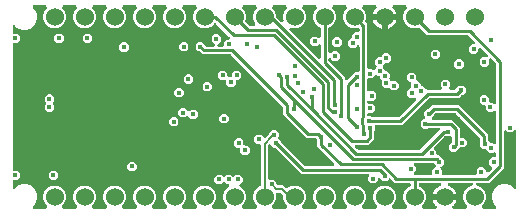
<source format=gbr>
G04 EAGLE Gerber RS-274X export*
G75*
%MOMM*%
%FSLAX34Y34*%
%LPD*%
%INCopper Layer 15*%
%IPPOS*%
%AMOC8*
5,1,8,0,0,1.08239X$1,22.5*%
G01*
%ADD10C,1.524000*%
%ADD11C,0.393200*%
%ADD12C,0.403200*%
%ADD13C,0.254000*%
%ADD14C,0.203200*%

G36*
X30106Y2594D02*
X30106Y2594D01*
X30135Y2592D01*
X30263Y2614D01*
X30392Y2631D01*
X30419Y2641D01*
X30448Y2646D01*
X30567Y2700D01*
X30688Y2748D01*
X30712Y2765D01*
X30738Y2777D01*
X30840Y2858D01*
X30945Y2934D01*
X30964Y2957D01*
X30987Y2976D01*
X31065Y3079D01*
X31148Y3179D01*
X31160Y3206D01*
X31178Y3230D01*
X31249Y3374D01*
X31664Y4377D01*
X31672Y4405D01*
X31685Y4431D01*
X31714Y4558D01*
X31748Y4683D01*
X31749Y4713D01*
X31755Y4742D01*
X31751Y4871D01*
X31753Y5001D01*
X31746Y5030D01*
X31745Y5060D01*
X31709Y5184D01*
X31679Y5311D01*
X31665Y5337D01*
X31657Y5365D01*
X31591Y5477D01*
X31530Y5592D01*
X31510Y5614D01*
X31496Y5639D01*
X31389Y5760D01*
X29917Y7232D01*
X28447Y10780D01*
X28447Y14620D01*
X29917Y18168D01*
X32632Y20883D01*
X36180Y22353D01*
X40020Y22353D01*
X43568Y20883D01*
X46283Y18168D01*
X47753Y14620D01*
X47753Y10780D01*
X46283Y7232D01*
X44811Y5760D01*
X44793Y5737D01*
X44770Y5717D01*
X44696Y5611D01*
X44616Y5509D01*
X44604Y5481D01*
X44587Y5457D01*
X44541Y5336D01*
X44490Y5217D01*
X44485Y5188D01*
X44475Y5160D01*
X44460Y5031D01*
X44440Y4903D01*
X44443Y4873D01*
X44439Y4844D01*
X44457Y4716D01*
X44470Y4586D01*
X44480Y4558D01*
X44484Y4529D01*
X44536Y4377D01*
X44951Y3374D01*
X44966Y3349D01*
X44975Y3321D01*
X45044Y3211D01*
X45108Y3098D01*
X45129Y3077D01*
X45145Y3052D01*
X45239Y2963D01*
X45330Y2870D01*
X45355Y2854D01*
X45376Y2834D01*
X45490Y2771D01*
X45601Y2703D01*
X45629Y2695D01*
X45655Y2680D01*
X45781Y2648D01*
X45905Y2610D01*
X45934Y2608D01*
X45963Y2601D01*
X46124Y2591D01*
X55476Y2591D01*
X55506Y2594D01*
X55535Y2592D01*
X55663Y2614D01*
X55792Y2631D01*
X55819Y2641D01*
X55848Y2646D01*
X55967Y2700D01*
X56088Y2748D01*
X56112Y2765D01*
X56138Y2777D01*
X56240Y2858D01*
X56345Y2934D01*
X56364Y2957D01*
X56387Y2976D01*
X56465Y3079D01*
X56548Y3179D01*
X56560Y3206D01*
X56578Y3230D01*
X56649Y3374D01*
X57064Y4377D01*
X57072Y4405D01*
X57085Y4431D01*
X57114Y4558D01*
X57148Y4683D01*
X57149Y4713D01*
X57155Y4742D01*
X57151Y4871D01*
X57153Y5001D01*
X57146Y5030D01*
X57145Y5060D01*
X57109Y5184D01*
X57079Y5311D01*
X57065Y5337D01*
X57057Y5365D01*
X56991Y5477D01*
X56930Y5592D01*
X56910Y5614D01*
X56896Y5639D01*
X56789Y5760D01*
X55317Y7232D01*
X53847Y10780D01*
X53847Y14620D01*
X55317Y18168D01*
X58032Y20883D01*
X61580Y22353D01*
X65420Y22353D01*
X68968Y20883D01*
X71683Y18168D01*
X73153Y14620D01*
X73153Y10780D01*
X71683Y7232D01*
X70211Y5760D01*
X70193Y5737D01*
X70170Y5717D01*
X70096Y5611D01*
X70016Y5509D01*
X70004Y5481D01*
X69987Y5457D01*
X69941Y5336D01*
X69890Y5217D01*
X69885Y5188D01*
X69875Y5160D01*
X69860Y5031D01*
X69840Y4903D01*
X69843Y4873D01*
X69839Y4844D01*
X69857Y4716D01*
X69870Y4586D01*
X69880Y4558D01*
X69884Y4529D01*
X69936Y4377D01*
X70351Y3374D01*
X70366Y3349D01*
X70375Y3321D01*
X70444Y3211D01*
X70508Y3098D01*
X70529Y3077D01*
X70545Y3052D01*
X70639Y2963D01*
X70730Y2870D01*
X70755Y2854D01*
X70776Y2834D01*
X70890Y2771D01*
X71001Y2703D01*
X71029Y2695D01*
X71055Y2680D01*
X71181Y2648D01*
X71305Y2610D01*
X71334Y2608D01*
X71363Y2601D01*
X71524Y2591D01*
X80876Y2591D01*
X80906Y2594D01*
X80935Y2592D01*
X81063Y2614D01*
X81192Y2631D01*
X81219Y2641D01*
X81248Y2646D01*
X81367Y2700D01*
X81488Y2748D01*
X81512Y2765D01*
X81538Y2777D01*
X81640Y2858D01*
X81745Y2934D01*
X81764Y2957D01*
X81787Y2976D01*
X81865Y3079D01*
X81948Y3179D01*
X81960Y3206D01*
X81978Y3230D01*
X82049Y3374D01*
X82464Y4377D01*
X82472Y4405D01*
X82485Y4431D01*
X82514Y4558D01*
X82548Y4683D01*
X82549Y4713D01*
X82555Y4742D01*
X82551Y4871D01*
X82553Y5001D01*
X82546Y5030D01*
X82545Y5060D01*
X82509Y5184D01*
X82479Y5311D01*
X82465Y5337D01*
X82457Y5365D01*
X82391Y5477D01*
X82330Y5592D01*
X82310Y5614D01*
X82296Y5639D01*
X82189Y5760D01*
X80717Y7232D01*
X79247Y10780D01*
X79247Y14620D01*
X80717Y18168D01*
X83432Y20883D01*
X86980Y22353D01*
X90820Y22353D01*
X94368Y20883D01*
X97083Y18168D01*
X98553Y14620D01*
X98553Y10780D01*
X97083Y7232D01*
X95611Y5760D01*
X95593Y5737D01*
X95570Y5717D01*
X95496Y5611D01*
X95416Y5509D01*
X95404Y5481D01*
X95387Y5457D01*
X95341Y5336D01*
X95290Y5217D01*
X95285Y5188D01*
X95275Y5160D01*
X95260Y5031D01*
X95240Y4903D01*
X95243Y4873D01*
X95239Y4844D01*
X95257Y4716D01*
X95270Y4586D01*
X95280Y4558D01*
X95284Y4529D01*
X95336Y4377D01*
X95751Y3374D01*
X95766Y3349D01*
X95775Y3321D01*
X95844Y3211D01*
X95908Y3098D01*
X95929Y3077D01*
X95945Y3052D01*
X96039Y2963D01*
X96130Y2870D01*
X96155Y2854D01*
X96176Y2834D01*
X96290Y2771D01*
X96401Y2703D01*
X96429Y2695D01*
X96455Y2680D01*
X96581Y2648D01*
X96705Y2610D01*
X96734Y2608D01*
X96763Y2601D01*
X96924Y2591D01*
X106276Y2591D01*
X106306Y2594D01*
X106335Y2592D01*
X106463Y2614D01*
X106592Y2631D01*
X106619Y2641D01*
X106648Y2646D01*
X106767Y2700D01*
X106888Y2748D01*
X106912Y2765D01*
X106938Y2777D01*
X107040Y2858D01*
X107145Y2934D01*
X107164Y2957D01*
X107187Y2976D01*
X107265Y3079D01*
X107348Y3179D01*
X107360Y3206D01*
X107378Y3230D01*
X107449Y3374D01*
X107864Y4377D01*
X107872Y4405D01*
X107885Y4431D01*
X107914Y4558D01*
X107948Y4683D01*
X107949Y4713D01*
X107955Y4742D01*
X107951Y4871D01*
X107953Y5001D01*
X107946Y5030D01*
X107945Y5060D01*
X107909Y5184D01*
X107879Y5311D01*
X107865Y5337D01*
X107857Y5365D01*
X107791Y5477D01*
X107730Y5592D01*
X107710Y5614D01*
X107696Y5639D01*
X107589Y5760D01*
X106117Y7232D01*
X104647Y10780D01*
X104647Y14620D01*
X106117Y18168D01*
X108832Y20883D01*
X112380Y22353D01*
X116220Y22353D01*
X119768Y20883D01*
X122483Y18168D01*
X123953Y14620D01*
X123953Y10780D01*
X122483Y7232D01*
X121011Y5760D01*
X120993Y5737D01*
X120970Y5717D01*
X120896Y5611D01*
X120816Y5509D01*
X120804Y5481D01*
X120787Y5457D01*
X120741Y5336D01*
X120690Y5217D01*
X120685Y5188D01*
X120675Y5160D01*
X120660Y5031D01*
X120640Y4903D01*
X120643Y4873D01*
X120639Y4844D01*
X120657Y4716D01*
X120670Y4586D01*
X120680Y4558D01*
X120684Y4529D01*
X120736Y4377D01*
X121151Y3374D01*
X121166Y3349D01*
X121175Y3321D01*
X121244Y3211D01*
X121308Y3098D01*
X121329Y3077D01*
X121345Y3052D01*
X121439Y2963D01*
X121530Y2870D01*
X121555Y2854D01*
X121576Y2834D01*
X121690Y2771D01*
X121801Y2703D01*
X121829Y2695D01*
X121855Y2680D01*
X121981Y2648D01*
X122105Y2610D01*
X122134Y2608D01*
X122163Y2601D01*
X122324Y2591D01*
X131676Y2591D01*
X131706Y2594D01*
X131735Y2592D01*
X131863Y2614D01*
X131992Y2631D01*
X132019Y2641D01*
X132048Y2646D01*
X132167Y2700D01*
X132288Y2748D01*
X132312Y2765D01*
X132338Y2777D01*
X132440Y2858D01*
X132545Y2934D01*
X132564Y2957D01*
X132587Y2976D01*
X132665Y3079D01*
X132748Y3179D01*
X132760Y3206D01*
X132778Y3230D01*
X132849Y3374D01*
X133264Y4377D01*
X133272Y4405D01*
X133285Y4431D01*
X133314Y4558D01*
X133348Y4683D01*
X133349Y4713D01*
X133355Y4742D01*
X133351Y4871D01*
X133353Y5001D01*
X133346Y5030D01*
X133345Y5060D01*
X133309Y5184D01*
X133279Y5311D01*
X133265Y5337D01*
X133257Y5365D01*
X133191Y5477D01*
X133130Y5592D01*
X133110Y5614D01*
X133096Y5639D01*
X132989Y5760D01*
X131517Y7232D01*
X130047Y10780D01*
X130047Y14620D01*
X131517Y18168D01*
X134232Y20883D01*
X137780Y22353D01*
X141620Y22353D01*
X145168Y20883D01*
X147883Y18168D01*
X149353Y14620D01*
X149353Y10780D01*
X147883Y7232D01*
X146411Y5760D01*
X146393Y5737D01*
X146370Y5717D01*
X146296Y5611D01*
X146216Y5509D01*
X146204Y5481D01*
X146187Y5457D01*
X146141Y5336D01*
X146090Y5217D01*
X146085Y5188D01*
X146075Y5160D01*
X146060Y5031D01*
X146040Y4903D01*
X146043Y4873D01*
X146039Y4844D01*
X146057Y4716D01*
X146070Y4586D01*
X146080Y4558D01*
X146084Y4529D01*
X146136Y4377D01*
X146551Y3374D01*
X146566Y3349D01*
X146575Y3321D01*
X146644Y3211D01*
X146708Y3098D01*
X146729Y3077D01*
X146745Y3052D01*
X146839Y2963D01*
X146930Y2870D01*
X146955Y2854D01*
X146976Y2834D01*
X147090Y2771D01*
X147201Y2703D01*
X147229Y2695D01*
X147255Y2680D01*
X147381Y2648D01*
X147505Y2610D01*
X147534Y2608D01*
X147563Y2601D01*
X147724Y2591D01*
X157076Y2591D01*
X157106Y2594D01*
X157135Y2592D01*
X157263Y2614D01*
X157392Y2631D01*
X157419Y2641D01*
X157448Y2646D01*
X157567Y2700D01*
X157688Y2748D01*
X157711Y2765D01*
X157738Y2777D01*
X157840Y2858D01*
X157945Y2934D01*
X157964Y2957D01*
X157987Y2976D01*
X158065Y3079D01*
X158148Y3179D01*
X158160Y3206D01*
X158178Y3230D01*
X158249Y3374D01*
X158664Y4377D01*
X158672Y4405D01*
X158685Y4431D01*
X158714Y4558D01*
X158748Y4683D01*
X158749Y4713D01*
X158755Y4742D01*
X158751Y4872D01*
X158753Y5001D01*
X158746Y5030D01*
X158745Y5060D01*
X158709Y5184D01*
X158679Y5311D01*
X158665Y5337D01*
X158657Y5365D01*
X158591Y5477D01*
X158530Y5592D01*
X158510Y5614D01*
X158495Y5639D01*
X158389Y5760D01*
X156917Y7232D01*
X155447Y10780D01*
X155447Y14620D01*
X156917Y18168D01*
X159632Y20883D01*
X163180Y22353D01*
X167020Y22353D01*
X170568Y20883D01*
X173283Y18168D01*
X174753Y14620D01*
X174753Y10780D01*
X173283Y7232D01*
X171811Y5760D01*
X171793Y5737D01*
X171770Y5717D01*
X171696Y5611D01*
X171616Y5509D01*
X171604Y5481D01*
X171587Y5457D01*
X171541Y5336D01*
X171490Y5217D01*
X171485Y5188D01*
X171475Y5160D01*
X171460Y5031D01*
X171440Y4903D01*
X171443Y4873D01*
X171439Y4844D01*
X171457Y4715D01*
X171470Y4586D01*
X171480Y4558D01*
X171484Y4529D01*
X171536Y4377D01*
X171951Y3374D01*
X171966Y3349D01*
X171975Y3321D01*
X172044Y3211D01*
X172109Y3098D01*
X172129Y3077D01*
X172145Y3052D01*
X172240Y2963D01*
X172330Y2870D01*
X172355Y2854D01*
X172376Y2834D01*
X172490Y2771D01*
X172601Y2703D01*
X172629Y2695D01*
X172655Y2680D01*
X172781Y2648D01*
X172905Y2610D01*
X172934Y2608D01*
X172963Y2601D01*
X173124Y2591D01*
X182476Y2591D01*
X182506Y2594D01*
X182535Y2592D01*
X182663Y2614D01*
X182792Y2631D01*
X182819Y2641D01*
X182848Y2646D01*
X182967Y2700D01*
X183088Y2748D01*
X183111Y2765D01*
X183138Y2777D01*
X183240Y2858D01*
X183345Y2934D01*
X183364Y2957D01*
X183387Y2976D01*
X183465Y3079D01*
X183548Y3179D01*
X183560Y3206D01*
X183578Y3230D01*
X183649Y3374D01*
X184064Y4377D01*
X184072Y4405D01*
X184085Y4431D01*
X184114Y4558D01*
X184148Y4683D01*
X184149Y4713D01*
X184155Y4742D01*
X184151Y4872D01*
X184153Y5001D01*
X184146Y5030D01*
X184145Y5060D01*
X184109Y5184D01*
X184079Y5311D01*
X184065Y5337D01*
X184057Y5365D01*
X183991Y5477D01*
X183930Y5592D01*
X183910Y5614D01*
X183895Y5639D01*
X183789Y5760D01*
X182317Y7232D01*
X180847Y10780D01*
X180847Y14620D01*
X182317Y18168D01*
X185032Y20883D01*
X185458Y21059D01*
X185518Y21094D01*
X185583Y21120D01*
X185656Y21172D01*
X185734Y21217D01*
X185784Y21265D01*
X185840Y21306D01*
X185898Y21376D01*
X185962Y21438D01*
X185999Y21498D01*
X186043Y21551D01*
X186081Y21633D01*
X186128Y21709D01*
X186149Y21776D01*
X186179Y21839D01*
X186196Y21927D01*
X186222Y22013D01*
X186225Y22083D01*
X186239Y22152D01*
X186233Y22241D01*
X186237Y22331D01*
X186223Y22399D01*
X186219Y22469D01*
X186191Y22554D01*
X186173Y22642D01*
X186142Y22705D01*
X186121Y22771D01*
X186073Y22847D01*
X186033Y22928D01*
X185988Y22981D01*
X185951Y23040D01*
X185885Y23102D01*
X185827Y23170D01*
X185770Y23210D01*
X185719Y23258D01*
X185640Y23301D01*
X185567Y23353D01*
X185502Y23378D01*
X185440Y23412D01*
X185353Y23434D01*
X185270Y23466D01*
X185200Y23474D01*
X185133Y23491D01*
X184972Y23501D01*
X183844Y23501D01*
X182397Y24947D01*
X182303Y25021D01*
X182214Y25099D01*
X182178Y25118D01*
X182146Y25142D01*
X182037Y25190D01*
X181931Y25244D01*
X181892Y25253D01*
X181854Y25269D01*
X181737Y25287D01*
X181621Y25313D01*
X181580Y25312D01*
X181540Y25319D01*
X181422Y25307D01*
X181303Y25304D01*
X181264Y25293D01*
X181224Y25289D01*
X181112Y25248D01*
X180997Y25215D01*
X180962Y25195D01*
X180924Y25181D01*
X180826Y25114D01*
X180723Y25054D01*
X180678Y25014D01*
X180661Y25003D01*
X180648Y24987D01*
X180602Y24947D01*
X179156Y23501D01*
X175844Y23501D01*
X173501Y25844D01*
X173501Y29156D01*
X175844Y31499D01*
X179156Y31499D01*
X180602Y30053D01*
X180697Y29979D01*
X180786Y29901D01*
X180822Y29882D01*
X180854Y29858D01*
X180963Y29810D01*
X181069Y29756D01*
X181108Y29747D01*
X181146Y29731D01*
X181263Y29713D01*
X181379Y29687D01*
X181420Y29688D01*
X181460Y29681D01*
X181578Y29693D01*
X181697Y29696D01*
X181736Y29707D01*
X181776Y29711D01*
X181889Y29752D01*
X182003Y29785D01*
X182037Y29805D01*
X182076Y29819D01*
X182174Y29886D01*
X182277Y29946D01*
X182322Y29986D01*
X182339Y29997D01*
X182352Y30013D01*
X182397Y30053D01*
X183844Y31499D01*
X187156Y31499D01*
X188602Y30053D01*
X188697Y29979D01*
X188786Y29901D01*
X188822Y29882D01*
X188854Y29858D01*
X188963Y29810D01*
X189069Y29756D01*
X189108Y29747D01*
X189146Y29731D01*
X189263Y29713D01*
X189379Y29687D01*
X189420Y29688D01*
X189460Y29681D01*
X189578Y29693D01*
X189697Y29696D01*
X189736Y29707D01*
X189776Y29711D01*
X189889Y29752D01*
X190003Y29785D01*
X190037Y29805D01*
X190076Y29819D01*
X190174Y29886D01*
X190277Y29946D01*
X190322Y29986D01*
X190339Y29997D01*
X190352Y30013D01*
X190397Y30053D01*
X191844Y31499D01*
X195156Y31499D01*
X197499Y29156D01*
X197499Y25844D01*
X194886Y23231D01*
X194855Y23192D01*
X194819Y23158D01*
X194758Y23067D01*
X194691Y22980D01*
X194671Y22934D01*
X194644Y22892D01*
X194608Y22789D01*
X194565Y22688D01*
X194557Y22639D01*
X194541Y22592D01*
X194532Y22482D01*
X194515Y22374D01*
X194519Y22324D01*
X194516Y22275D01*
X194534Y22167D01*
X194545Y22057D01*
X194561Y22010D01*
X194570Y21961D01*
X194615Y21861D01*
X194652Y21758D01*
X194680Y21717D01*
X194701Y21671D01*
X194769Y21585D01*
X194831Y21495D01*
X194868Y21462D01*
X194899Y21423D01*
X194987Y21357D01*
X195069Y21284D01*
X195114Y21262D01*
X195153Y21232D01*
X195298Y21161D01*
X195968Y20883D01*
X198683Y18168D01*
X200153Y14620D01*
X200153Y10780D01*
X198683Y7232D01*
X197211Y5760D01*
X197193Y5737D01*
X197170Y5717D01*
X197096Y5611D01*
X197016Y5509D01*
X197004Y5481D01*
X196987Y5457D01*
X196941Y5336D01*
X196890Y5217D01*
X196885Y5188D01*
X196875Y5160D01*
X196860Y5031D01*
X196840Y4903D01*
X196843Y4873D01*
X196839Y4844D01*
X196857Y4715D01*
X196870Y4586D01*
X196880Y4558D01*
X196884Y4529D01*
X196936Y4377D01*
X197351Y3374D01*
X197366Y3349D01*
X197375Y3321D01*
X197444Y3211D01*
X197509Y3098D01*
X197529Y3077D01*
X197545Y3052D01*
X197640Y2963D01*
X197730Y2870D01*
X197755Y2854D01*
X197776Y2834D01*
X197890Y2771D01*
X198001Y2703D01*
X198029Y2695D01*
X198055Y2680D01*
X198181Y2648D01*
X198305Y2610D01*
X198334Y2608D01*
X198363Y2601D01*
X198524Y2591D01*
X207876Y2591D01*
X207906Y2594D01*
X207935Y2592D01*
X208063Y2614D01*
X208192Y2631D01*
X208219Y2641D01*
X208248Y2646D01*
X208367Y2700D01*
X208488Y2748D01*
X208511Y2765D01*
X208538Y2777D01*
X208640Y2858D01*
X208745Y2934D01*
X208764Y2957D01*
X208787Y2976D01*
X208865Y3079D01*
X208948Y3179D01*
X208960Y3206D01*
X208978Y3230D01*
X209049Y3374D01*
X209464Y4377D01*
X209472Y4405D01*
X209485Y4431D01*
X209514Y4558D01*
X209548Y4683D01*
X209549Y4713D01*
X209555Y4742D01*
X209551Y4872D01*
X209553Y5001D01*
X209546Y5030D01*
X209545Y5060D01*
X209509Y5184D01*
X209479Y5311D01*
X209465Y5337D01*
X209457Y5365D01*
X209391Y5477D01*
X209330Y5592D01*
X209310Y5614D01*
X209295Y5639D01*
X209189Y5760D01*
X207717Y7232D01*
X206247Y10780D01*
X206247Y14620D01*
X207717Y18168D01*
X210432Y20883D01*
X212068Y21561D01*
X212093Y21575D01*
X212121Y21584D01*
X212231Y21654D01*
X212344Y21718D01*
X212365Y21739D01*
X212390Y21755D01*
X212479Y21849D01*
X212572Y21939D01*
X212588Y21965D01*
X212608Y21986D01*
X212671Y22100D01*
X212739Y22211D01*
X212747Y22239D01*
X212762Y22265D01*
X212794Y22390D01*
X212832Y22515D01*
X212834Y22544D01*
X212841Y22573D01*
X212851Y22733D01*
X212851Y56232D01*
X212836Y56350D01*
X212829Y56469D01*
X212816Y56507D01*
X212811Y56548D01*
X212768Y56658D01*
X212731Y56771D01*
X212709Y56806D01*
X212694Y56843D01*
X212625Y56939D01*
X212561Y57040D01*
X212531Y57068D01*
X212508Y57101D01*
X212416Y57177D01*
X212329Y57258D01*
X212294Y57278D01*
X212263Y57303D01*
X212155Y57354D01*
X212051Y57412D01*
X212011Y57422D01*
X211975Y57439D01*
X211858Y57461D01*
X211743Y57491D01*
X211683Y57495D01*
X211663Y57499D01*
X211642Y57497D01*
X211582Y57501D01*
X209469Y57501D01*
X207126Y59844D01*
X207126Y63156D01*
X209469Y65499D01*
X212781Y65499D01*
X215195Y63085D01*
X215289Y63012D01*
X215379Y62933D01*
X215415Y62915D01*
X215447Y62890D01*
X215556Y62842D01*
X215662Y62788D01*
X215701Y62780D01*
X215738Y62763D01*
X215856Y62745D01*
X215972Y62719D01*
X216012Y62720D01*
X216053Y62714D01*
X216171Y62725D01*
X216290Y62728D01*
X216329Y62740D01*
X216369Y62743D01*
X216481Y62784D01*
X216596Y62817D01*
X216630Y62837D01*
X216668Y62851D01*
X216767Y62918D01*
X216869Y62978D01*
X216915Y63018D01*
X216932Y63030D01*
X216945Y63045D01*
X216990Y63085D01*
X219580Y65674D01*
X219640Y65752D01*
X219708Y65824D01*
X219737Y65877D01*
X219774Y65925D01*
X219814Y66016D01*
X219862Y66103D01*
X219877Y66161D01*
X219901Y66217D01*
X219916Y66315D01*
X219941Y66411D01*
X219947Y66511D01*
X219951Y66531D01*
X219949Y66543D01*
X219951Y66571D01*
X219951Y67177D01*
X222323Y69549D01*
X225677Y69549D01*
X228049Y67177D01*
X228049Y63823D01*
X227684Y63458D01*
X227611Y63364D01*
X227532Y63275D01*
X227514Y63239D01*
X227489Y63207D01*
X227442Y63097D01*
X227388Y62992D01*
X227379Y62952D01*
X227363Y62915D01*
X227344Y62797D01*
X227318Y62681D01*
X227319Y62641D01*
X227313Y62601D01*
X227324Y62482D01*
X227328Y62363D01*
X227339Y62325D01*
X227343Y62284D01*
X227383Y62172D01*
X227416Y62058D01*
X227436Y62023D01*
X227450Y61985D01*
X227517Y61886D01*
X227578Y61784D01*
X227617Y61739D01*
X227629Y61722D01*
X227644Y61708D01*
X227684Y61663D01*
X229505Y59842D01*
X229511Y59792D01*
X229514Y59693D01*
X229531Y59634D01*
X229539Y59574D01*
X229575Y59482D01*
X229603Y59387D01*
X229633Y59335D01*
X229656Y59279D01*
X229714Y59199D01*
X229764Y59113D01*
X229830Y59038D01*
X229842Y59021D01*
X229852Y59013D01*
X229870Y58992D01*
X249479Y39384D01*
X249557Y39323D01*
X249629Y39255D01*
X249682Y39226D01*
X249730Y39189D01*
X249821Y39149D01*
X249908Y39102D01*
X249966Y39087D01*
X250022Y39063D01*
X250120Y39047D01*
X250216Y39022D01*
X250316Y39016D01*
X250336Y39013D01*
X250348Y39014D01*
X250376Y39012D01*
X273771Y39012D01*
X273908Y39029D01*
X274047Y39042D01*
X274066Y39049D01*
X274086Y39052D01*
X274215Y39103D01*
X274346Y39150D01*
X274363Y39161D01*
X274382Y39169D01*
X274494Y39250D01*
X274610Y39329D01*
X274623Y39344D01*
X274639Y39356D01*
X274728Y39463D01*
X274820Y39567D01*
X274829Y39585D01*
X274842Y39601D01*
X274901Y39727D01*
X274965Y39850D01*
X274969Y39870D01*
X274978Y39888D01*
X275004Y40025D01*
X275034Y40161D01*
X275034Y40181D01*
X275038Y40201D01*
X275029Y40339D01*
X275025Y40479D01*
X275019Y40498D01*
X275018Y40518D01*
X274975Y40650D01*
X274936Y40784D01*
X274926Y40801D01*
X274920Y40821D01*
X274845Y40939D01*
X274775Y41058D01*
X274756Y41079D01*
X274750Y41089D01*
X274735Y41104D01*
X274668Y41179D01*
X260697Y55150D01*
X260697Y60622D01*
X260685Y60720D01*
X260682Y60819D01*
X260665Y60877D01*
X260657Y60937D01*
X260621Y61030D01*
X260593Y61125D01*
X260563Y61177D01*
X260540Y61233D01*
X260482Y61313D01*
X260432Y61399D01*
X260366Y61474D01*
X260354Y61490D01*
X260344Y61498D01*
X260326Y61519D01*
X259883Y61962D01*
X259881Y61967D01*
X259859Y62002D01*
X259844Y62039D01*
X259775Y62135D01*
X259711Y62236D01*
X259681Y62264D01*
X259658Y62297D01*
X259566Y62373D01*
X259479Y62454D01*
X259444Y62474D01*
X259413Y62499D01*
X259305Y62550D01*
X259201Y62608D01*
X259161Y62618D01*
X259125Y62635D01*
X259008Y62657D01*
X258893Y62687D01*
X258833Y62691D01*
X258813Y62695D01*
X258792Y62693D01*
X258732Y62697D01*
X251680Y62697D01*
X231927Y82450D01*
X231927Y88376D01*
X231915Y88474D01*
X231912Y88573D01*
X231895Y88632D01*
X231887Y88692D01*
X231851Y88784D01*
X231823Y88879D01*
X231793Y88931D01*
X231770Y88987D01*
X231712Y89067D01*
X231662Y89153D01*
X231596Y89228D01*
X231584Y89245D01*
X231574Y89253D01*
X231556Y89274D01*
X187772Y133058D01*
X187693Y133118D01*
X187621Y133186D01*
X187568Y133215D01*
X187520Y133252D01*
X187429Y133292D01*
X187343Y133340D01*
X187284Y133355D01*
X187229Y133379D01*
X187131Y133394D01*
X187035Y133419D01*
X186935Y133425D01*
X186915Y133429D01*
X186902Y133427D01*
X186874Y133429D01*
X163400Y133429D01*
X161200Y135630D01*
X161121Y135690D01*
X161049Y135758D01*
X160996Y135787D01*
X160948Y135824D01*
X160857Y135864D01*
X160771Y135912D01*
X160712Y135927D01*
X160657Y135951D01*
X160559Y135966D01*
X160463Y135991D01*
X160363Y135997D01*
X160343Y136001D01*
X160330Y135999D01*
X160302Y136001D01*
X159844Y136001D01*
X157501Y138344D01*
X157501Y141656D01*
X159844Y143999D01*
X163156Y143999D01*
X165499Y141656D01*
X165499Y141304D01*
X165514Y141186D01*
X165521Y141067D01*
X165534Y141029D01*
X165539Y140988D01*
X165582Y140878D01*
X165619Y140765D01*
X165641Y140730D01*
X165656Y140693D01*
X165725Y140597D01*
X165789Y140496D01*
X165819Y140468D01*
X165842Y140435D01*
X165934Y140359D01*
X166021Y140278D01*
X166056Y140258D01*
X166087Y140233D01*
X166195Y140182D01*
X166299Y140124D01*
X166339Y140114D01*
X166375Y140097D01*
X166492Y140075D01*
X166607Y140045D01*
X166667Y140041D01*
X166687Y140037D01*
X166708Y140039D01*
X166768Y140035D01*
X172746Y140035D01*
X172883Y140052D01*
X173022Y140065D01*
X173041Y140072D01*
X173062Y140075D01*
X173190Y140126D01*
X173322Y140173D01*
X173338Y140184D01*
X173357Y140192D01*
X173470Y140273D01*
X173585Y140351D01*
X173598Y140367D01*
X173615Y140378D01*
X173703Y140486D01*
X173795Y140590D01*
X173804Y140608D01*
X173817Y140623D01*
X173877Y140749D01*
X173940Y140873D01*
X173944Y140893D01*
X173953Y140911D01*
X173979Y141047D01*
X174009Y141183D01*
X174009Y141204D01*
X174013Y141223D01*
X174004Y141362D01*
X174000Y141501D01*
X173994Y141521D01*
X173993Y141541D01*
X173950Y141673D01*
X173911Y141807D01*
X173901Y141824D01*
X173895Y141843D01*
X173820Y141961D01*
X173750Y142081D01*
X173731Y142102D01*
X173725Y142112D01*
X173710Y142126D01*
X173643Y142201D01*
X171001Y144844D01*
X171001Y148156D01*
X173344Y150499D01*
X176656Y150499D01*
X178999Y148156D01*
X178999Y144844D01*
X176357Y142201D01*
X176271Y142092D01*
X176183Y141985D01*
X176174Y141966D01*
X176162Y141950D01*
X176106Y141822D01*
X176047Y141697D01*
X176043Y141677D01*
X176035Y141658D01*
X176013Y141520D01*
X175987Y141384D01*
X175989Y141364D01*
X175985Y141344D01*
X175998Y141205D01*
X176007Y141067D01*
X176013Y141048D01*
X176015Y141028D01*
X176062Y140896D01*
X176105Y140765D01*
X176116Y140747D01*
X176123Y140728D01*
X176201Y140613D01*
X176275Y140496D01*
X176290Y140482D01*
X176301Y140465D01*
X176406Y140373D01*
X176507Y140278D01*
X176525Y140268D01*
X176540Y140255D01*
X176664Y140191D01*
X176785Y140124D01*
X176805Y140119D01*
X176823Y140110D01*
X176959Y140080D01*
X177093Y140045D01*
X177121Y140043D01*
X177133Y140040D01*
X177154Y140041D01*
X177254Y140035D01*
X180232Y140035D01*
X180350Y140050D01*
X180469Y140057D01*
X180507Y140070D01*
X180548Y140075D01*
X180658Y140118D01*
X180771Y140155D01*
X180806Y140177D01*
X180843Y140192D01*
X180939Y140261D01*
X181040Y140325D01*
X181068Y140355D01*
X181101Y140378D01*
X181177Y140470D01*
X181258Y140557D01*
X181278Y140592D01*
X181303Y140623D01*
X181354Y140731D01*
X181412Y140835D01*
X181422Y140875D01*
X181439Y140911D01*
X181461Y141028D01*
X181491Y141143D01*
X181495Y141203D01*
X181499Y141223D01*
X181497Y141244D01*
X181501Y141304D01*
X181501Y143656D01*
X183844Y145999D01*
X185466Y145999D01*
X185604Y146016D01*
X185743Y146029D01*
X185762Y146036D01*
X185782Y146039D01*
X185911Y146090D01*
X186042Y146137D01*
X186059Y146148D01*
X186077Y146156D01*
X186190Y146237D01*
X186305Y146315D01*
X186318Y146331D01*
X186335Y146342D01*
X186424Y146450D01*
X186516Y146554D01*
X186525Y146572D01*
X186538Y146587D01*
X186597Y146713D01*
X186660Y146837D01*
X186665Y146857D01*
X186673Y146875D01*
X186699Y147011D01*
X186730Y147147D01*
X186729Y147168D01*
X186733Y147187D01*
X186724Y147326D01*
X186720Y147465D01*
X186714Y147485D01*
X186713Y147505D01*
X186670Y147637D01*
X186632Y147771D01*
X186621Y147788D01*
X186615Y147807D01*
X186541Y147925D01*
X186470Y148045D01*
X186452Y148066D01*
X186445Y148076D01*
X186430Y148090D01*
X186429Y148091D01*
X186428Y148093D01*
X186425Y148096D01*
X186364Y148166D01*
X185992Y148538D01*
X174988Y159542D01*
X174893Y159615D01*
X174804Y159693D01*
X174768Y159712D01*
X174736Y159737D01*
X174627Y159784D01*
X174521Y159838D01*
X174482Y159847D01*
X174445Y159863D01*
X174327Y159882D01*
X174211Y159908D01*
X174170Y159906D01*
X174130Y159913D01*
X174012Y159902D01*
X173893Y159898D01*
X173854Y159887D01*
X173814Y159883D01*
X173702Y159843D01*
X173587Y159810D01*
X173553Y159789D01*
X173515Y159775D01*
X173416Y159708D01*
X173313Y159648D01*
X173268Y159608D01*
X173251Y159597D01*
X173238Y159581D01*
X173193Y159542D01*
X170568Y156917D01*
X167020Y155447D01*
X163180Y155447D01*
X159632Y156917D01*
X156917Y159632D01*
X155447Y163180D01*
X155447Y167020D01*
X156917Y170568D01*
X158389Y172040D01*
X158407Y172063D01*
X158430Y172083D01*
X158504Y172189D01*
X158584Y172291D01*
X158596Y172319D01*
X158613Y172343D01*
X158659Y172464D01*
X158710Y172583D01*
X158715Y172612D01*
X158725Y172640D01*
X158740Y172769D01*
X158760Y172897D01*
X158757Y172927D01*
X158761Y172956D01*
X158743Y173085D01*
X158730Y173214D01*
X158720Y173242D01*
X158716Y173271D01*
X158664Y173423D01*
X158249Y174426D01*
X158235Y174451D01*
X158226Y174479D01*
X158225Y174479D01*
X158156Y174589D01*
X158091Y174702D01*
X158071Y174723D01*
X158055Y174748D01*
X157960Y174837D01*
X157870Y174930D01*
X157845Y174946D01*
X157824Y174966D01*
X157710Y175029D01*
X157599Y175097D01*
X157571Y175105D01*
X157545Y175120D01*
X157419Y175152D01*
X157295Y175190D01*
X157266Y175192D01*
X157237Y175199D01*
X157076Y175209D01*
X147724Y175209D01*
X147694Y175206D01*
X147665Y175208D01*
X147537Y175186D01*
X147408Y175169D01*
X147381Y175159D01*
X147352Y175154D01*
X147233Y175100D01*
X147112Y175052D01*
X147089Y175035D01*
X147062Y175023D01*
X146960Y174942D01*
X146855Y174866D01*
X146836Y174843D01*
X146813Y174824D01*
X146735Y174721D01*
X146652Y174621D01*
X146640Y174594D01*
X146622Y174570D01*
X146551Y174426D01*
X146136Y173423D01*
X146128Y173395D01*
X146115Y173369D01*
X146086Y173242D01*
X146052Y173117D01*
X146051Y173087D01*
X146045Y173058D01*
X146049Y172928D01*
X146047Y172799D01*
X146054Y172770D01*
X146055Y172740D01*
X146091Y172616D01*
X146121Y172489D01*
X146135Y172463D01*
X146143Y172435D01*
X146209Y172323D01*
X146270Y172208D01*
X146290Y172186D01*
X146305Y172161D01*
X146411Y172040D01*
X147883Y170568D01*
X149353Y167020D01*
X149353Y163180D01*
X147883Y159632D01*
X145168Y156917D01*
X141620Y155447D01*
X137780Y155447D01*
X134232Y156917D01*
X131517Y159632D01*
X130047Y163180D01*
X130047Y167020D01*
X131517Y170568D01*
X132989Y172040D01*
X133007Y172063D01*
X133030Y172083D01*
X133104Y172189D01*
X133184Y172291D01*
X133196Y172319D01*
X133213Y172343D01*
X133259Y172464D01*
X133310Y172583D01*
X133315Y172612D01*
X133325Y172640D01*
X133340Y172769D01*
X133360Y172897D01*
X133357Y172927D01*
X133361Y172956D01*
X133343Y173085D01*
X133330Y173214D01*
X133320Y173242D01*
X133316Y173271D01*
X133264Y173423D01*
X132849Y174426D01*
X132835Y174451D01*
X132826Y174479D01*
X132825Y174479D01*
X132756Y174589D01*
X132691Y174702D01*
X132671Y174723D01*
X132655Y174748D01*
X132560Y174837D01*
X132470Y174930D01*
X132445Y174946D01*
X132424Y174966D01*
X132310Y175029D01*
X132199Y175097D01*
X132171Y175105D01*
X132145Y175120D01*
X132019Y175152D01*
X131895Y175190D01*
X131866Y175192D01*
X131837Y175199D01*
X131676Y175209D01*
X122324Y175209D01*
X122294Y175206D01*
X122265Y175208D01*
X122137Y175186D01*
X122008Y175169D01*
X121981Y175159D01*
X121951Y175154D01*
X121833Y175100D01*
X121712Y175052D01*
X121689Y175035D01*
X121662Y175023D01*
X121560Y174942D01*
X121455Y174866D01*
X121436Y174843D01*
X121413Y174824D01*
X121335Y174721D01*
X121252Y174621D01*
X121240Y174594D01*
X121222Y174570D01*
X121151Y174426D01*
X120736Y173423D01*
X120728Y173395D01*
X120715Y173369D01*
X120686Y173242D01*
X120652Y173117D01*
X120651Y173087D01*
X120645Y173058D01*
X120649Y172928D01*
X120647Y172799D01*
X120654Y172770D01*
X120655Y172740D01*
X120691Y172615D01*
X120721Y172489D01*
X120735Y172463D01*
X120743Y172435D01*
X120809Y172323D01*
X120870Y172208D01*
X120890Y172186D01*
X120905Y172161D01*
X121011Y172040D01*
X122483Y170568D01*
X123953Y167020D01*
X123953Y163180D01*
X122483Y159632D01*
X119768Y156917D01*
X116220Y155447D01*
X112380Y155447D01*
X108832Y156917D01*
X106117Y159632D01*
X104647Y163180D01*
X104647Y167020D01*
X106117Y170568D01*
X107589Y172040D01*
X107607Y172063D01*
X107630Y172083D01*
X107704Y172189D01*
X107784Y172291D01*
X107796Y172318D01*
X107813Y172343D01*
X107859Y172464D01*
X107910Y172583D01*
X107915Y172612D01*
X107925Y172640D01*
X107940Y172769D01*
X107960Y172897D01*
X107957Y172927D01*
X107961Y172956D01*
X107943Y173084D01*
X107930Y173214D01*
X107920Y173242D01*
X107916Y173271D01*
X107864Y173423D01*
X107449Y174426D01*
X107435Y174451D01*
X107426Y174479D01*
X107425Y174479D01*
X107356Y174589D01*
X107292Y174702D01*
X107271Y174723D01*
X107255Y174748D01*
X107161Y174837D01*
X107070Y174930D01*
X107045Y174946D01*
X107024Y174966D01*
X106910Y175029D01*
X106799Y175097D01*
X106771Y175105D01*
X106745Y175120D01*
X106619Y175152D01*
X106495Y175190D01*
X106466Y175192D01*
X106437Y175199D01*
X106276Y175209D01*
X96924Y175209D01*
X96894Y175206D01*
X96865Y175208D01*
X96737Y175186D01*
X96608Y175169D01*
X96581Y175159D01*
X96551Y175154D01*
X96433Y175100D01*
X96312Y175052D01*
X96289Y175035D01*
X96262Y175023D01*
X96160Y174942D01*
X96055Y174866D01*
X96036Y174843D01*
X96013Y174824D01*
X95935Y174721D01*
X95852Y174621D01*
X95840Y174594D01*
X95822Y174570D01*
X95751Y174426D01*
X95336Y173423D01*
X95328Y173395D01*
X95315Y173369D01*
X95286Y173242D01*
X95252Y173117D01*
X95251Y173087D01*
X95245Y173058D01*
X95249Y172928D01*
X95247Y172799D01*
X95254Y172770D01*
X95255Y172740D01*
X95291Y172615D01*
X95321Y172489D01*
X95335Y172463D01*
X95343Y172435D01*
X95409Y172323D01*
X95470Y172208D01*
X95490Y172186D01*
X95505Y172161D01*
X95611Y172040D01*
X97083Y170568D01*
X98553Y167020D01*
X98553Y163180D01*
X97083Y159632D01*
X94368Y156917D01*
X90820Y155447D01*
X86980Y155447D01*
X83432Y156917D01*
X80717Y159632D01*
X79247Y163180D01*
X79247Y167020D01*
X80717Y170568D01*
X82189Y172040D01*
X82207Y172063D01*
X82230Y172083D01*
X82304Y172189D01*
X82384Y172291D01*
X82396Y172318D01*
X82413Y172343D01*
X82459Y172464D01*
X82510Y172583D01*
X82515Y172612D01*
X82525Y172640D01*
X82540Y172769D01*
X82560Y172897D01*
X82557Y172927D01*
X82561Y172956D01*
X82543Y173084D01*
X82530Y173214D01*
X82520Y173242D01*
X82516Y173271D01*
X82464Y173423D01*
X82049Y174426D01*
X82035Y174451D01*
X82026Y174479D01*
X82025Y174479D01*
X81956Y174589D01*
X81892Y174702D01*
X81871Y174723D01*
X81855Y174748D01*
X81761Y174837D01*
X81670Y174930D01*
X81645Y174946D01*
X81624Y174966D01*
X81510Y175029D01*
X81399Y175097D01*
X81371Y175105D01*
X81345Y175120D01*
X81219Y175152D01*
X81095Y175190D01*
X81066Y175192D01*
X81037Y175199D01*
X80876Y175209D01*
X71524Y175209D01*
X71494Y175206D01*
X71465Y175208D01*
X71337Y175186D01*
X71208Y175169D01*
X71181Y175159D01*
X71152Y175154D01*
X71033Y175100D01*
X70912Y175052D01*
X70888Y175035D01*
X70862Y175023D01*
X70760Y174942D01*
X70655Y174866D01*
X70636Y174843D01*
X70613Y174824D01*
X70535Y174721D01*
X70452Y174621D01*
X70440Y174594D01*
X70422Y174570D01*
X70351Y174426D01*
X69936Y173423D01*
X69928Y173395D01*
X69915Y173369D01*
X69886Y173242D01*
X69852Y173117D01*
X69851Y173087D01*
X69845Y173058D01*
X69849Y172929D01*
X69847Y172799D01*
X69854Y172770D01*
X69855Y172740D01*
X69891Y172616D01*
X69921Y172489D01*
X69935Y172463D01*
X69943Y172435D01*
X70009Y172323D01*
X70070Y172208D01*
X70090Y172186D01*
X70104Y172161D01*
X70211Y172040D01*
X71683Y170568D01*
X73153Y167020D01*
X73153Y163180D01*
X71683Y159632D01*
X68968Y156917D01*
X65420Y155447D01*
X61580Y155447D01*
X58032Y156917D01*
X55317Y159632D01*
X53847Y163180D01*
X53847Y167020D01*
X55317Y170568D01*
X56789Y172040D01*
X56807Y172063D01*
X56830Y172083D01*
X56904Y172189D01*
X56984Y172291D01*
X56996Y172319D01*
X57013Y172343D01*
X57059Y172464D01*
X57110Y172583D01*
X57115Y172612D01*
X57125Y172640D01*
X57140Y172769D01*
X57160Y172897D01*
X57157Y172927D01*
X57161Y172956D01*
X57143Y173084D01*
X57130Y173214D01*
X57120Y173242D01*
X57116Y173271D01*
X57064Y173423D01*
X56649Y174426D01*
X56635Y174451D01*
X56626Y174479D01*
X56625Y174479D01*
X56556Y174589D01*
X56492Y174702D01*
X56471Y174723D01*
X56455Y174748D01*
X56361Y174837D01*
X56270Y174930D01*
X56245Y174946D01*
X56224Y174966D01*
X56110Y175029D01*
X55999Y175097D01*
X55971Y175105D01*
X55945Y175120D01*
X55819Y175152D01*
X55695Y175190D01*
X55666Y175192D01*
X55637Y175199D01*
X55476Y175209D01*
X46124Y175209D01*
X46094Y175206D01*
X46065Y175208D01*
X45937Y175186D01*
X45808Y175169D01*
X45781Y175159D01*
X45752Y175154D01*
X45633Y175100D01*
X45512Y175052D01*
X45488Y175035D01*
X45462Y175023D01*
X45360Y174942D01*
X45255Y174866D01*
X45236Y174843D01*
X45213Y174824D01*
X45135Y174721D01*
X45052Y174621D01*
X45040Y174594D01*
X45022Y174570D01*
X44951Y174426D01*
X44536Y173423D01*
X44528Y173395D01*
X44515Y173369D01*
X44486Y173242D01*
X44452Y173117D01*
X44451Y173087D01*
X44445Y173058D01*
X44449Y172929D01*
X44447Y172799D01*
X44454Y172770D01*
X44455Y172740D01*
X44491Y172616D01*
X44521Y172489D01*
X44535Y172463D01*
X44543Y172435D01*
X44609Y172323D01*
X44670Y172208D01*
X44690Y172186D01*
X44704Y172161D01*
X44811Y172040D01*
X46283Y170568D01*
X47753Y167020D01*
X47753Y163180D01*
X46283Y159632D01*
X43568Y156917D01*
X40020Y155447D01*
X36180Y155447D01*
X32632Y156917D01*
X29917Y159632D01*
X28447Y163180D01*
X28447Y167020D01*
X29917Y170568D01*
X31389Y172040D01*
X31407Y172063D01*
X31430Y172083D01*
X31504Y172189D01*
X31584Y172291D01*
X31596Y172319D01*
X31613Y172343D01*
X31659Y172464D01*
X31710Y172583D01*
X31715Y172612D01*
X31725Y172640D01*
X31740Y172769D01*
X31760Y172897D01*
X31757Y172927D01*
X31761Y172956D01*
X31743Y173084D01*
X31730Y173214D01*
X31720Y173242D01*
X31716Y173271D01*
X31664Y173423D01*
X31249Y174426D01*
X31235Y174451D01*
X31226Y174479D01*
X31225Y174479D01*
X31156Y174589D01*
X31092Y174702D01*
X31071Y174723D01*
X31055Y174748D01*
X30961Y174837D01*
X30870Y174930D01*
X30845Y174946D01*
X30824Y174966D01*
X30710Y175029D01*
X30599Y175097D01*
X30571Y175105D01*
X30545Y175120D01*
X30419Y175152D01*
X30295Y175190D01*
X30266Y175192D01*
X30237Y175199D01*
X30076Y175209D01*
X20922Y175209D01*
X20785Y175192D01*
X20646Y175179D01*
X20627Y175172D01*
X20607Y175169D01*
X20478Y175118D01*
X20347Y175071D01*
X20330Y175060D01*
X20311Y175052D01*
X20199Y174971D01*
X20084Y174893D01*
X20070Y174877D01*
X20054Y174866D01*
X19965Y174758D01*
X19873Y174654D01*
X19864Y174636D01*
X19851Y174621D01*
X19792Y174495D01*
X19729Y174371D01*
X19724Y174351D01*
X19716Y174333D01*
X19689Y174196D01*
X19659Y174061D01*
X19660Y174040D01*
X19656Y174021D01*
X19664Y173882D01*
X19669Y173743D01*
X19674Y173723D01*
X19675Y173703D01*
X19718Y173571D01*
X19757Y173437D01*
X19767Y173420D01*
X19774Y173401D01*
X19848Y173283D01*
X19919Y173163D01*
X19937Y173142D01*
X19944Y173132D01*
X19959Y173118D01*
X20025Y173043D01*
X21852Y171215D01*
X23496Y167247D01*
X23496Y162953D01*
X21852Y158985D01*
X18815Y155948D01*
X14847Y154304D01*
X10553Y154304D01*
X6585Y155948D01*
X4757Y157775D01*
X4648Y157860D01*
X4541Y157949D01*
X4522Y157958D01*
X4506Y157970D01*
X4378Y158025D01*
X4253Y158084D01*
X4233Y158088D01*
X4214Y158096D01*
X4076Y158118D01*
X3940Y158144D01*
X3920Y158143D01*
X3900Y158146D01*
X3761Y158133D01*
X3623Y158125D01*
X3604Y158118D01*
X3584Y158116D01*
X3452Y158069D01*
X3321Y158026D01*
X3303Y158016D01*
X3284Y158009D01*
X3169Y157931D01*
X3052Y157856D01*
X3038Y157842D01*
X3021Y157830D01*
X2929Y157725D01*
X2834Y157625D01*
X2824Y157607D01*
X2811Y157592D01*
X2747Y157468D01*
X2680Y157346D01*
X2675Y157327D01*
X2666Y157309D01*
X2636Y157173D01*
X2601Y157038D01*
X2599Y157010D01*
X2596Y156998D01*
X2597Y156978D01*
X2591Y156878D01*
X2591Y152268D01*
X2606Y152150D01*
X2613Y152031D01*
X2626Y151993D01*
X2631Y151952D01*
X2674Y151842D01*
X2711Y151729D01*
X2733Y151694D01*
X2748Y151657D01*
X2817Y151561D01*
X2881Y151460D01*
X2911Y151432D01*
X2934Y151399D01*
X3026Y151323D01*
X3113Y151242D01*
X3148Y151222D01*
X3179Y151197D01*
X3287Y151146D01*
X3391Y151088D01*
X3431Y151078D01*
X3467Y151061D01*
X3584Y151039D01*
X3699Y151009D01*
X3759Y151005D01*
X3779Y151001D01*
X3800Y151003D01*
X3860Y150999D01*
X6212Y150999D01*
X8555Y148656D01*
X8555Y145344D01*
X6212Y143001D01*
X3860Y143001D01*
X3742Y142986D01*
X3623Y142979D01*
X3585Y142966D01*
X3544Y142961D01*
X3434Y142918D01*
X3321Y142881D01*
X3286Y142859D01*
X3249Y142844D01*
X3153Y142775D01*
X3052Y142711D01*
X3024Y142681D01*
X2991Y142658D01*
X2915Y142566D01*
X2834Y142479D01*
X2814Y142444D01*
X2789Y142413D01*
X2738Y142305D01*
X2680Y142201D01*
X2670Y142161D01*
X2653Y142125D01*
X2631Y142008D01*
X2601Y141893D01*
X2597Y141833D01*
X2593Y141813D01*
X2595Y141792D01*
X2591Y141732D01*
X2591Y36268D01*
X2606Y36150D01*
X2613Y36031D01*
X2626Y35993D01*
X2631Y35952D01*
X2674Y35842D01*
X2711Y35729D01*
X2733Y35694D01*
X2748Y35657D01*
X2817Y35561D01*
X2881Y35460D01*
X2911Y35432D01*
X2934Y35399D01*
X3026Y35323D01*
X3113Y35242D01*
X3148Y35222D01*
X3179Y35197D01*
X3287Y35146D01*
X3391Y35088D01*
X3431Y35078D01*
X3467Y35061D01*
X3584Y35039D01*
X3699Y35009D01*
X3759Y35005D01*
X3779Y35001D01*
X3800Y35003D01*
X3860Y34999D01*
X6656Y34999D01*
X8999Y32656D01*
X8999Y29344D01*
X6656Y27001D01*
X3860Y27001D01*
X3742Y26986D01*
X3623Y26979D01*
X3585Y26966D01*
X3544Y26961D01*
X3434Y26918D01*
X3321Y26881D01*
X3286Y26859D01*
X3249Y26844D01*
X3153Y26775D01*
X3052Y26711D01*
X3024Y26681D01*
X2991Y26658D01*
X2915Y26566D01*
X2834Y26479D01*
X2814Y26444D01*
X2789Y26413D01*
X2738Y26305D01*
X2680Y26201D01*
X2670Y26161D01*
X2653Y26125D01*
X2631Y26008D01*
X2601Y25893D01*
X2597Y25833D01*
X2593Y25813D01*
X2595Y25792D01*
X2591Y25732D01*
X2591Y20922D01*
X2608Y20785D01*
X2621Y20646D01*
X2628Y20627D01*
X2631Y20607D01*
X2682Y20478D01*
X2729Y20347D01*
X2740Y20330D01*
X2748Y20311D01*
X2829Y20199D01*
X2907Y20084D01*
X2923Y20070D01*
X2934Y20054D01*
X3042Y19965D01*
X3146Y19873D01*
X3164Y19864D01*
X3179Y19851D01*
X3305Y19792D01*
X3429Y19729D01*
X3449Y19724D01*
X3467Y19716D01*
X3604Y19689D01*
X3739Y19659D01*
X3760Y19660D01*
X3779Y19656D01*
X3918Y19664D01*
X4057Y19669D01*
X4077Y19674D01*
X4097Y19675D01*
X4229Y19718D01*
X4363Y19757D01*
X4380Y19767D01*
X4399Y19774D01*
X4517Y19848D01*
X4637Y19919D01*
X4658Y19937D01*
X4668Y19944D01*
X4682Y19959D01*
X4757Y20025D01*
X6585Y21852D01*
X10553Y23496D01*
X14847Y23496D01*
X18815Y21852D01*
X21852Y18815D01*
X23496Y14847D01*
X23496Y10553D01*
X21852Y6585D01*
X20025Y4757D01*
X19940Y4648D01*
X19851Y4541D01*
X19842Y4522D01*
X19830Y4506D01*
X19775Y4378D01*
X19716Y4253D01*
X19712Y4233D01*
X19704Y4214D01*
X19682Y4076D01*
X19656Y3940D01*
X19657Y3920D01*
X19654Y3900D01*
X19667Y3761D01*
X19675Y3623D01*
X19682Y3604D01*
X19684Y3584D01*
X19731Y3452D01*
X19774Y3321D01*
X19784Y3303D01*
X19791Y3284D01*
X19869Y3169D01*
X19944Y3052D01*
X19958Y3038D01*
X19970Y3021D01*
X20074Y2929D01*
X20175Y2834D01*
X20193Y2824D01*
X20208Y2811D01*
X20332Y2747D01*
X20454Y2680D01*
X20473Y2675D01*
X20491Y2666D01*
X20627Y2636D01*
X20762Y2601D01*
X20790Y2599D01*
X20802Y2596D01*
X20822Y2597D01*
X20922Y2591D01*
X30076Y2591D01*
X30106Y2594D01*
G37*
G36*
X347204Y52740D02*
X347204Y52740D01*
X347303Y52743D01*
X347362Y52760D01*
X347422Y52768D01*
X347514Y52804D01*
X347609Y52832D01*
X347661Y52863D01*
X347717Y52885D01*
X347797Y52943D01*
X347883Y52993D01*
X347958Y53060D01*
X347975Y53072D01*
X347983Y53081D01*
X348004Y53100D01*
X363900Y68996D01*
X364083Y69179D01*
X364168Y69289D01*
X364257Y69396D01*
X364266Y69415D01*
X364278Y69431D01*
X364334Y69559D01*
X364393Y69684D01*
X364397Y69704D01*
X364405Y69723D01*
X364427Y69860D01*
X364453Y69997D01*
X364451Y70017D01*
X364455Y70037D01*
X364442Y70175D01*
X364433Y70314D01*
X364427Y70333D01*
X364425Y70353D01*
X364378Y70484D01*
X364335Y70616D01*
X364324Y70634D01*
X364317Y70653D01*
X364239Y70767D01*
X364165Y70885D01*
X364150Y70899D01*
X364139Y70916D01*
X364034Y71008D01*
X363933Y71103D01*
X363915Y71113D01*
X363900Y71126D01*
X363776Y71189D01*
X363655Y71257D01*
X363635Y71262D01*
X363617Y71271D01*
X363481Y71301D01*
X363347Y71336D01*
X363319Y71338D01*
X363307Y71341D01*
X363286Y71340D01*
X363186Y71346D01*
X354949Y71346D01*
X354851Y71334D01*
X354752Y71331D01*
X354693Y71314D01*
X354633Y71306D01*
X354541Y71270D01*
X354446Y71242D01*
X354394Y71212D01*
X354338Y71189D01*
X354258Y71131D01*
X354172Y71081D01*
X354097Y71015D01*
X354080Y71003D01*
X354072Y70993D01*
X354051Y70975D01*
X353677Y70600D01*
X350323Y70600D01*
X347951Y72972D01*
X347951Y76326D01*
X350323Y78698D01*
X350512Y78698D01*
X350650Y78715D01*
X350789Y78728D01*
X350808Y78735D01*
X350828Y78738D01*
X350957Y78789D01*
X351088Y78836D01*
X351105Y78847D01*
X351123Y78855D01*
X351236Y78936D01*
X351351Y79014D01*
X351364Y79030D01*
X351381Y79041D01*
X351470Y79149D01*
X351562Y79253D01*
X351571Y79271D01*
X351584Y79286D01*
X351643Y79412D01*
X351706Y79536D01*
X351711Y79556D01*
X351719Y79574D01*
X351745Y79711D01*
X351776Y79846D01*
X351775Y79867D01*
X351779Y79886D01*
X351770Y80025D01*
X351766Y80164D01*
X351760Y80184D01*
X351759Y80204D01*
X351716Y80336D01*
X351678Y80470D01*
X351667Y80487D01*
X351661Y80506D01*
X351587Y80624D01*
X351516Y80744D01*
X351498Y80765D01*
X351491Y80775D01*
X351476Y80789D01*
X351410Y80864D01*
X350951Y81323D01*
X350951Y84677D01*
X353323Y87049D01*
X353852Y87049D01*
X353950Y87061D01*
X354049Y87064D01*
X354108Y87081D01*
X354168Y87089D01*
X354260Y87125D01*
X354355Y87153D01*
X354407Y87183D01*
X354463Y87206D01*
X354544Y87264D01*
X354629Y87314D01*
X354704Y87380D01*
X354721Y87392D01*
X354729Y87402D01*
X354750Y87420D01*
X355325Y87996D01*
X355326Y87996D01*
X357632Y90303D01*
X380368Y90303D01*
X382674Y87997D01*
X382674Y87996D01*
X402996Y67674D01*
X405303Y65368D01*
X405303Y60949D01*
X405315Y60851D01*
X405318Y60752D01*
X405335Y60693D01*
X405343Y60633D01*
X405379Y60541D01*
X405407Y60446D01*
X405437Y60394D01*
X405460Y60338D01*
X405518Y60258D01*
X405568Y60172D01*
X405634Y60097D01*
X405646Y60080D01*
X405656Y60072D01*
X405674Y60051D01*
X406850Y58876D01*
X406881Y58779D01*
X406903Y58744D01*
X406918Y58707D01*
X406988Y58611D01*
X407051Y58510D01*
X407081Y58482D01*
X407105Y58449D01*
X407196Y58373D01*
X407283Y58292D01*
X407318Y58272D01*
X407350Y58247D01*
X407457Y58196D01*
X407561Y58138D01*
X407601Y58128D01*
X407637Y58111D01*
X407754Y58089D01*
X407869Y58059D01*
X407930Y58055D01*
X407950Y58051D01*
X407970Y58053D01*
X408030Y58049D01*
X409677Y58049D01*
X409798Y57927D01*
X409908Y57842D01*
X410015Y57753D01*
X410034Y57745D01*
X410050Y57732D01*
X410178Y57677D01*
X410303Y57618D01*
X410323Y57614D01*
X410342Y57606D01*
X410480Y57584D01*
X410616Y57558D01*
X410636Y57559D01*
X410656Y57556D01*
X410795Y57569D01*
X410933Y57578D01*
X410952Y57584D01*
X410972Y57586D01*
X411103Y57633D01*
X411235Y57676D01*
X411253Y57687D01*
X411272Y57694D01*
X411386Y57771D01*
X411504Y57846D01*
X411518Y57861D01*
X411535Y57872D01*
X411627Y57976D01*
X411722Y58078D01*
X411732Y58095D01*
X411745Y58110D01*
X411809Y58235D01*
X411876Y58356D01*
X411881Y58376D01*
X411890Y58394D01*
X411920Y58530D01*
X411955Y58664D01*
X411957Y58692D01*
X411960Y58704D01*
X411959Y58725D01*
X411965Y58825D01*
X411965Y84611D01*
X411948Y84749D01*
X411935Y84888D01*
X411928Y84907D01*
X411925Y84927D01*
X411874Y85056D01*
X411827Y85187D01*
X411816Y85204D01*
X411808Y85222D01*
X411727Y85335D01*
X411649Y85450D01*
X411633Y85463D01*
X411622Y85480D01*
X411514Y85569D01*
X411410Y85661D01*
X411392Y85670D01*
X411377Y85683D01*
X411251Y85742D01*
X411127Y85805D01*
X411107Y85810D01*
X411089Y85818D01*
X410952Y85844D01*
X410817Y85875D01*
X410796Y85874D01*
X410777Y85878D01*
X410638Y85869D01*
X410499Y85865D01*
X410479Y85859D01*
X410459Y85858D01*
X410327Y85815D01*
X410193Y85777D01*
X410176Y85766D01*
X410157Y85760D01*
X410039Y85686D01*
X409919Y85615D01*
X409898Y85597D01*
X409888Y85590D01*
X409874Y85575D01*
X409799Y85509D01*
X408741Y84451D01*
X405387Y84451D01*
X403015Y86823D01*
X403015Y89682D01*
X403000Y89800D01*
X402993Y89919D01*
X402980Y89957D01*
X402975Y89998D01*
X402932Y90108D01*
X402895Y90221D01*
X402873Y90256D01*
X402858Y90293D01*
X402789Y90389D01*
X402725Y90490D01*
X402695Y90518D01*
X402672Y90551D01*
X402580Y90627D01*
X402493Y90708D01*
X402458Y90728D01*
X402427Y90753D01*
X402319Y90804D01*
X402215Y90862D01*
X402175Y90872D01*
X402139Y90889D01*
X402022Y90911D01*
X401907Y90941D01*
X401847Y90945D01*
X401827Y90949D01*
X401806Y90947D01*
X401746Y90951D01*
X400323Y90951D01*
X397951Y93323D01*
X397951Y96677D01*
X400323Y99049D01*
X403677Y99049D01*
X406049Y96677D01*
X406049Y93818D01*
X406064Y93700D01*
X406071Y93581D01*
X406084Y93543D01*
X406089Y93502D01*
X406132Y93392D01*
X406169Y93279D01*
X406191Y93244D01*
X406206Y93207D01*
X406275Y93111D01*
X406339Y93010D01*
X406369Y92982D01*
X406392Y92949D01*
X406484Y92873D01*
X406571Y92792D01*
X406606Y92772D01*
X406637Y92747D01*
X406745Y92696D01*
X406849Y92638D01*
X406889Y92628D01*
X406925Y92611D01*
X407042Y92589D01*
X407157Y92559D01*
X407217Y92555D01*
X407237Y92551D01*
X407258Y92553D01*
X407318Y92549D01*
X408741Y92549D01*
X409799Y91491D01*
X409908Y91406D01*
X410015Y91317D01*
X410034Y91309D01*
X410050Y91296D01*
X410177Y91241D01*
X410303Y91182D01*
X410323Y91178D01*
X410342Y91170D01*
X410480Y91148D01*
X410616Y91122D01*
X410636Y91123D01*
X410656Y91120D01*
X410795Y91133D01*
X410933Y91142D01*
X410952Y91148D01*
X410972Y91150D01*
X411104Y91197D01*
X411235Y91240D01*
X411253Y91251D01*
X411272Y91258D01*
X411387Y91336D01*
X411504Y91410D01*
X411518Y91425D01*
X411535Y91436D01*
X411627Y91540D01*
X411722Y91642D01*
X411732Y91659D01*
X411745Y91675D01*
X411809Y91799D01*
X411876Y91920D01*
X411881Y91940D01*
X411890Y91958D01*
X411920Y92094D01*
X411955Y92228D01*
X411957Y92256D01*
X411960Y92268D01*
X411959Y92289D01*
X411965Y92389D01*
X411965Y125338D01*
X411953Y125436D01*
X411950Y125535D01*
X411933Y125594D01*
X411925Y125654D01*
X411889Y125746D01*
X411861Y125841D01*
X411831Y125893D01*
X411808Y125949D01*
X411750Y126029D01*
X411700Y126115D01*
X411634Y126190D01*
X411622Y126207D01*
X411612Y126215D01*
X411594Y126236D01*
X408215Y129614D01*
X408106Y129699D01*
X407999Y129788D01*
X407980Y129796D01*
X407964Y129809D01*
X407836Y129864D01*
X407711Y129923D01*
X407691Y129927D01*
X407672Y129935D01*
X407534Y129957D01*
X407398Y129983D01*
X407378Y129982D01*
X407358Y129985D01*
X407219Y129972D01*
X407081Y129963D01*
X407062Y129957D01*
X407042Y129955D01*
X406910Y129908D01*
X406779Y129865D01*
X406761Y129854D01*
X406742Y129847D01*
X406627Y129769D01*
X406510Y129695D01*
X406496Y129680D01*
X406479Y129669D01*
X406387Y129565D01*
X406292Y129463D01*
X406282Y129446D01*
X406269Y129430D01*
X406205Y129306D01*
X406138Y129185D01*
X406133Y129165D01*
X406124Y129147D01*
X406094Y129011D01*
X406059Y128877D01*
X406057Y128849D01*
X406054Y128837D01*
X406055Y128816D01*
X406049Y128716D01*
X406049Y125323D01*
X403677Y122951D01*
X400323Y122951D01*
X397951Y125323D01*
X397951Y128677D01*
X400323Y131049D01*
X403716Y131049D01*
X403854Y131066D01*
X403993Y131079D01*
X404012Y131086D01*
X404032Y131089D01*
X404161Y131140D01*
X404292Y131187D01*
X404309Y131198D01*
X404327Y131206D01*
X404440Y131287D01*
X404555Y131365D01*
X404568Y131381D01*
X404585Y131392D01*
X404674Y131500D01*
X404766Y131604D01*
X404775Y131622D01*
X404788Y131637D01*
X404847Y131763D01*
X404910Y131887D01*
X404915Y131907D01*
X404923Y131925D01*
X404949Y132061D01*
X404980Y132197D01*
X404979Y132218D01*
X404983Y132237D01*
X404974Y132376D01*
X404970Y132515D01*
X404964Y132535D01*
X404963Y132555D01*
X404920Y132687D01*
X404882Y132821D01*
X404871Y132838D01*
X404865Y132857D01*
X404791Y132975D01*
X404720Y133095D01*
X404702Y133116D01*
X404695Y133126D01*
X404680Y133140D01*
X404614Y133215D01*
X399165Y138664D01*
X399056Y138749D01*
X398949Y138838D01*
X398930Y138846D01*
X398914Y138859D01*
X398786Y138914D01*
X398661Y138973D01*
X398641Y138977D01*
X398622Y138985D01*
X398484Y139007D01*
X398348Y139033D01*
X398328Y139032D01*
X398308Y139035D01*
X398169Y139022D01*
X398031Y139013D01*
X398012Y139007D01*
X397992Y139005D01*
X397860Y138958D01*
X397729Y138915D01*
X397711Y138904D01*
X397692Y138897D01*
X397577Y138819D01*
X397460Y138745D01*
X397446Y138730D01*
X397429Y138719D01*
X397337Y138615D01*
X397242Y138513D01*
X397232Y138496D01*
X397219Y138480D01*
X397155Y138357D01*
X397088Y138235D01*
X397083Y138215D01*
X397074Y138197D01*
X397044Y138061D01*
X397009Y137927D01*
X397007Y137899D01*
X397004Y137887D01*
X397005Y137866D01*
X396999Y137766D01*
X396999Y136344D01*
X394656Y134001D01*
X391344Y134001D01*
X389001Y136344D01*
X389001Y139656D01*
X391344Y141999D01*
X392766Y141999D01*
X392904Y142016D01*
X393043Y142029D01*
X393062Y142036D01*
X393082Y142039D01*
X393211Y142090D01*
X393342Y142137D01*
X393359Y142148D01*
X393377Y142156D01*
X393490Y142237D01*
X393605Y142315D01*
X393618Y142331D01*
X393635Y142342D01*
X393724Y142450D01*
X393816Y142554D01*
X393825Y142572D01*
X393838Y142587D01*
X393897Y142713D01*
X393960Y142837D01*
X393965Y142857D01*
X393973Y142875D01*
X393999Y143011D01*
X394030Y143147D01*
X394029Y143168D01*
X394033Y143187D01*
X394024Y143326D01*
X394020Y143465D01*
X394014Y143485D01*
X394013Y143505D01*
X393970Y143637D01*
X393932Y143771D01*
X393921Y143788D01*
X393915Y143807D01*
X393841Y143925D01*
X393770Y144045D01*
X393752Y144066D01*
X393745Y144076D01*
X393730Y144090D01*
X393664Y144165D01*
X388504Y149326D01*
X388425Y149386D01*
X388353Y149454D01*
X388300Y149483D01*
X388252Y149520D01*
X388161Y149560D01*
X388075Y149608D01*
X388016Y149623D01*
X387961Y149647D01*
X387863Y149662D01*
X387767Y149687D01*
X387667Y149693D01*
X387646Y149697D01*
X387634Y149695D01*
X387606Y149697D01*
X353632Y149697D01*
X347585Y155744D01*
X347561Y155763D01*
X347542Y155785D01*
X347436Y155860D01*
X347334Y155939D01*
X347306Y155951D01*
X347282Y155968D01*
X347161Y156014D01*
X347042Y156066D01*
X347013Y156070D01*
X346985Y156081D01*
X346856Y156095D01*
X346728Y156116D01*
X346698Y156113D01*
X346669Y156116D01*
X346540Y156098D01*
X346411Y156086D01*
X346383Y156076D01*
X346354Y156072D01*
X346202Y156020D01*
X344820Y155447D01*
X340980Y155447D01*
X337432Y156917D01*
X334717Y159632D01*
X333247Y163180D01*
X333247Y167020D01*
X334717Y170568D01*
X336189Y172040D01*
X336207Y172063D01*
X336230Y172083D01*
X336304Y172189D01*
X336384Y172291D01*
X336396Y172319D01*
X336413Y172343D01*
X336459Y172464D01*
X336510Y172583D01*
X336515Y172612D01*
X336525Y172640D01*
X336540Y172769D01*
X336560Y172897D01*
X336557Y172927D01*
X336561Y172956D01*
X336543Y173084D01*
X336530Y173214D01*
X336520Y173242D01*
X336516Y173271D01*
X336464Y173423D01*
X336049Y174426D01*
X336035Y174451D01*
X336026Y174479D01*
X336025Y174479D01*
X335956Y174589D01*
X335892Y174702D01*
X335871Y174723D01*
X335855Y174748D01*
X335761Y174837D01*
X335670Y174930D01*
X335645Y174946D01*
X335624Y174966D01*
X335510Y175029D01*
X335399Y175097D01*
X335371Y175105D01*
X335345Y175120D01*
X335219Y175152D01*
X335095Y175190D01*
X335066Y175192D01*
X335037Y175199D01*
X334876Y175209D01*
X325524Y175209D01*
X325494Y175206D01*
X325465Y175208D01*
X325337Y175186D01*
X325208Y175169D01*
X325181Y175159D01*
X325152Y175154D01*
X325033Y175100D01*
X324912Y175052D01*
X324889Y175035D01*
X324862Y175023D01*
X324760Y174942D01*
X324655Y174866D01*
X324636Y174843D01*
X324613Y174824D01*
X324535Y174721D01*
X324452Y174621D01*
X324440Y174594D01*
X324422Y174570D01*
X324351Y174426D01*
X324146Y173931D01*
X324138Y173903D01*
X324125Y173877D01*
X324097Y173750D01*
X324062Y173625D01*
X324062Y173595D01*
X324055Y173566D01*
X324059Y173436D01*
X324057Y173307D01*
X324064Y173278D01*
X324065Y173248D01*
X324101Y173123D01*
X324131Y172997D01*
X324145Y172971D01*
X324153Y172943D01*
X324219Y172831D01*
X324280Y172716D01*
X324300Y172694D01*
X324315Y172669D01*
X324421Y172548D01*
X325250Y171719D01*
X326190Y170425D01*
X326916Y169000D01*
X327359Y167639D01*
X318770Y167639D01*
X318652Y167624D01*
X318533Y167617D01*
X318495Y167604D01*
X318455Y167599D01*
X318344Y167556D01*
X318231Y167519D01*
X318197Y167497D01*
X318159Y167482D01*
X318063Y167412D01*
X317962Y167349D01*
X317934Y167319D01*
X317902Y167295D01*
X317826Y167204D01*
X317744Y167117D01*
X317725Y167082D01*
X317699Y167051D01*
X317648Y166943D01*
X317591Y166839D01*
X317580Y166799D01*
X317563Y166763D01*
X317541Y166646D01*
X317511Y166531D01*
X317507Y166470D01*
X317503Y166450D01*
X317505Y166430D01*
X317501Y166370D01*
X317501Y165099D01*
X317499Y165099D01*
X317499Y166370D01*
X317484Y166488D01*
X317477Y166607D01*
X317464Y166645D01*
X317459Y166685D01*
X317415Y166796D01*
X317379Y166909D01*
X317357Y166944D01*
X317342Y166981D01*
X317272Y167077D01*
X317209Y167178D01*
X317179Y167206D01*
X317155Y167239D01*
X317064Y167314D01*
X316977Y167396D01*
X316942Y167416D01*
X316910Y167441D01*
X316803Y167492D01*
X316698Y167550D01*
X316659Y167560D01*
X316623Y167577D01*
X316506Y167599D01*
X316391Y167629D01*
X316330Y167633D01*
X316310Y167637D01*
X316290Y167635D01*
X316230Y167639D01*
X307641Y167639D01*
X308084Y169000D01*
X308810Y170425D01*
X309750Y171719D01*
X310579Y172548D01*
X310597Y172571D01*
X310619Y172591D01*
X310694Y172697D01*
X310774Y172799D01*
X310785Y172826D01*
X310802Y172851D01*
X310848Y172972D01*
X310900Y173091D01*
X310905Y173120D01*
X310915Y173148D01*
X310929Y173277D01*
X310950Y173405D01*
X310947Y173435D01*
X310950Y173464D01*
X310932Y173593D01*
X310920Y173722D01*
X310910Y173750D01*
X310906Y173779D01*
X310854Y173931D01*
X310649Y174426D01*
X310634Y174451D01*
X310626Y174479D01*
X310625Y174479D01*
X310556Y174589D01*
X310491Y174702D01*
X310471Y174723D01*
X310455Y174748D01*
X310361Y174837D01*
X310270Y174930D01*
X310245Y174946D01*
X310224Y174966D01*
X310110Y175029D01*
X309999Y175097D01*
X309971Y175105D01*
X309945Y175120D01*
X309820Y175152D01*
X309695Y175190D01*
X309666Y175192D01*
X309637Y175199D01*
X309476Y175209D01*
X300124Y175209D01*
X300094Y175206D01*
X300065Y175208D01*
X299937Y175186D01*
X299808Y175169D01*
X299781Y175159D01*
X299752Y175154D01*
X299633Y175100D01*
X299512Y175052D01*
X299489Y175035D01*
X299462Y175023D01*
X299360Y174942D01*
X299255Y174866D01*
X299236Y174843D01*
X299213Y174824D01*
X299135Y174721D01*
X299052Y174621D01*
X299040Y174594D01*
X299022Y174570D01*
X298951Y174426D01*
X298536Y173423D01*
X298528Y173395D01*
X298515Y173369D01*
X298486Y173242D01*
X298452Y173117D01*
X298451Y173087D01*
X298445Y173058D01*
X298449Y172928D01*
X298447Y172799D01*
X298454Y172770D01*
X298455Y172740D01*
X298491Y172616D01*
X298521Y172489D01*
X298535Y172463D01*
X298543Y172435D01*
X298609Y172323D01*
X298670Y172208D01*
X298690Y172186D01*
X298705Y172161D01*
X298811Y172040D01*
X300283Y170568D01*
X301753Y167020D01*
X301753Y163180D01*
X301180Y161798D01*
X301173Y161770D01*
X301159Y161744D01*
X301131Y161617D01*
X301097Y161492D01*
X301096Y161462D01*
X301090Y161433D01*
X301094Y161304D01*
X301091Y161174D01*
X301098Y161145D01*
X301099Y161115D01*
X301135Y160991D01*
X301166Y160864D01*
X301179Y160838D01*
X301188Y160810D01*
X301253Y160698D01*
X301314Y160583D01*
X301334Y160561D01*
X301349Y160536D01*
X301456Y160415D01*
X302903Y158968D01*
X302903Y122399D01*
X302918Y122280D01*
X302925Y122162D01*
X302938Y122123D01*
X302943Y122083D01*
X302986Y121972D01*
X303023Y121859D01*
X303045Y121825D01*
X303060Y121787D01*
X303129Y121691D01*
X303193Y121590D01*
X303223Y121563D01*
X303246Y121530D01*
X303338Y121454D01*
X303425Y121373D01*
X303460Y121353D01*
X303491Y121327D01*
X303599Y121277D01*
X303703Y121219D01*
X303743Y121209D01*
X303779Y121192D01*
X303896Y121169D01*
X304011Y121140D01*
X304071Y121136D01*
X304091Y121132D01*
X304112Y121133D01*
X304172Y121129D01*
X306524Y121129D01*
X307160Y120494D01*
X307269Y120409D01*
X307376Y120320D01*
X307395Y120312D01*
X307411Y120299D01*
X307538Y120244D01*
X307664Y120185D01*
X307684Y120181D01*
X307703Y120173D01*
X307841Y120151D01*
X307977Y120125D01*
X307997Y120126D01*
X308017Y120123D01*
X308156Y120136D01*
X308294Y120145D01*
X308313Y120151D01*
X308333Y120153D01*
X308465Y120200D01*
X308596Y120243D01*
X308614Y120254D01*
X308633Y120260D01*
X308748Y120338D01*
X308865Y120413D01*
X308879Y120428D01*
X308896Y120439D01*
X308988Y120543D01*
X309083Y120644D01*
X309093Y120662D01*
X309106Y120677D01*
X309129Y120723D01*
X310505Y122099D01*
X310579Y122193D01*
X310657Y122282D01*
X310676Y122318D01*
X310700Y122350D01*
X310748Y122459D01*
X310802Y122565D01*
X310811Y122605D01*
X310827Y122642D01*
X310845Y122760D01*
X310871Y122876D01*
X310870Y122916D01*
X310877Y122956D01*
X310865Y123075D01*
X310862Y123193D01*
X310851Y123232D01*
X310847Y123273D01*
X310806Y123385D01*
X310773Y123499D01*
X310753Y123534D01*
X310739Y123572D01*
X310672Y123670D01*
X310612Y123773D01*
X310572Y123818D01*
X310561Y123835D01*
X310545Y123848D01*
X310505Y123894D01*
X309326Y125073D01*
X309326Y128427D01*
X311698Y130799D01*
X313796Y130799D01*
X313914Y130814D01*
X314033Y130821D01*
X314071Y130834D01*
X314112Y130839D01*
X314222Y130882D01*
X314335Y130919D01*
X314370Y130941D01*
X314407Y130956D01*
X314503Y131025D01*
X314604Y131089D01*
X314632Y131119D01*
X314665Y131142D01*
X314741Y131234D01*
X314822Y131321D01*
X314842Y131356D01*
X314867Y131387D01*
X314918Y131495D01*
X314976Y131599D01*
X314986Y131639D01*
X315003Y131675D01*
X315025Y131792D01*
X315041Y131853D01*
X317437Y134249D01*
X320791Y134249D01*
X323163Y131877D01*
X323163Y128523D01*
X320791Y126151D01*
X318693Y126151D01*
X318575Y126136D01*
X318456Y126129D01*
X318418Y126116D01*
X318377Y126111D01*
X318267Y126068D01*
X318154Y126031D01*
X318119Y126009D01*
X318082Y125994D01*
X317986Y125925D01*
X317885Y125861D01*
X317857Y125831D01*
X317824Y125808D01*
X317748Y125716D01*
X317667Y125629D01*
X317647Y125594D01*
X317622Y125563D01*
X317571Y125455D01*
X317513Y125351D01*
X317503Y125311D01*
X317486Y125275D01*
X317464Y125158D01*
X317448Y125097D01*
X316245Y123894D01*
X316171Y123800D01*
X316093Y123710D01*
X316074Y123674D01*
X316050Y123642D01*
X316002Y123533D01*
X315948Y123427D01*
X315939Y123388D01*
X315923Y123351D01*
X315905Y123233D01*
X315879Y123117D01*
X315880Y123077D01*
X315873Y123037D01*
X315885Y122918D01*
X315888Y122799D01*
X315899Y122760D01*
X315903Y122720D01*
X315944Y122608D01*
X315977Y122494D01*
X315997Y122459D01*
X316011Y122421D01*
X316078Y122322D01*
X316138Y122220D01*
X316178Y122174D01*
X316189Y122158D01*
X316205Y122144D01*
X316245Y122099D01*
X317424Y120920D01*
X317424Y120273D01*
X317439Y120154D01*
X317446Y120036D01*
X317459Y119997D01*
X317464Y119957D01*
X317507Y119846D01*
X317544Y119733D01*
X317566Y119699D01*
X317581Y119661D01*
X317651Y119565D01*
X317714Y119464D01*
X317744Y119437D01*
X317767Y119404D01*
X317859Y119328D01*
X317946Y119247D01*
X317981Y119227D01*
X318012Y119201D01*
X318120Y119151D01*
X318224Y119093D01*
X318264Y119083D01*
X318300Y119066D01*
X318417Y119043D01*
X318532Y119014D01*
X318593Y119010D01*
X318613Y119006D01*
X318633Y119007D01*
X318693Y119003D01*
X319340Y119003D01*
X321712Y116632D01*
X321712Y113132D01*
X321686Y113082D01*
X321677Y113043D01*
X321661Y113006D01*
X321643Y112888D01*
X321617Y112772D01*
X321618Y112731D01*
X321611Y112691D01*
X321623Y112573D01*
X321626Y112454D01*
X321637Y112415D01*
X321641Y112375D01*
X321682Y112263D01*
X321715Y112148D01*
X321735Y112114D01*
X321749Y112076D01*
X321816Y111977D01*
X321876Y111874D01*
X321916Y111829D01*
X321927Y111812D01*
X321943Y111799D01*
X321983Y111754D01*
X322383Y111353D01*
X322477Y111280D01*
X322566Y111202D01*
X322602Y111183D01*
X322634Y111159D01*
X322743Y111111D01*
X322849Y111057D01*
X322889Y111048D01*
X322926Y111032D01*
X323043Y111014D01*
X323159Y110987D01*
X323200Y110989D01*
X323240Y110982D01*
X323358Y110993D01*
X323477Y110997D01*
X323516Y111008D01*
X323556Y111012D01*
X323669Y111052D01*
X323773Y111083D01*
X327261Y111083D01*
X329633Y108711D01*
X329633Y105357D01*
X327261Y102985D01*
X323907Y102985D01*
X322321Y104571D01*
X322226Y104644D01*
X322137Y104723D01*
X322102Y104741D01*
X322070Y104766D01*
X321960Y104813D01*
X321854Y104867D01*
X321815Y104876D01*
X321778Y104892D01*
X321660Y104911D01*
X321544Y104937D01*
X321504Y104936D01*
X321464Y104942D01*
X321345Y104931D01*
X321226Y104927D01*
X321187Y104916D01*
X321147Y104912D01*
X321035Y104872D01*
X320931Y104842D01*
X317443Y104842D01*
X315071Y107214D01*
X315071Y110713D01*
X315096Y110763D01*
X315105Y110803D01*
X315121Y110840D01*
X315140Y110958D01*
X315166Y111074D01*
X315165Y111114D01*
X315171Y111154D01*
X315160Y111273D01*
X315156Y111391D01*
X315145Y111430D01*
X315141Y111471D01*
X315101Y111583D01*
X315068Y111697D01*
X315048Y111732D01*
X315034Y111770D01*
X314967Y111868D01*
X314906Y111971D01*
X314867Y112016D01*
X314855Y112033D01*
X314840Y112046D01*
X314800Y112092D01*
X313614Y113278D01*
X313614Y113925D01*
X313599Y114043D01*
X313592Y114161D01*
X313579Y114200D01*
X313574Y114240D01*
X313531Y114351D01*
X313494Y114464D01*
X313472Y114498D01*
X313457Y114536D01*
X313387Y114632D01*
X313324Y114733D01*
X313294Y114760D01*
X313270Y114793D01*
X313179Y114869D01*
X313092Y114951D01*
X313057Y114970D01*
X313026Y114996D01*
X312918Y115047D01*
X312814Y115104D01*
X312774Y115114D01*
X312738Y115131D01*
X312621Y115154D01*
X312506Y115184D01*
X312445Y115187D01*
X312425Y115191D01*
X312405Y115190D01*
X312345Y115194D01*
X311698Y115194D01*
X311033Y115858D01*
X310924Y115943D01*
X310817Y116032D01*
X310798Y116041D01*
X310782Y116053D01*
X310655Y116108D01*
X310529Y116168D01*
X310509Y116172D01*
X310490Y116180D01*
X310352Y116202D01*
X310216Y116228D01*
X310196Y116226D01*
X310176Y116229D01*
X310037Y116216D01*
X309899Y116208D01*
X309880Y116202D01*
X309860Y116200D01*
X309728Y116152D01*
X309597Y116110D01*
X309579Y116099D01*
X309560Y116092D01*
X309445Y116014D01*
X309328Y115940D01*
X309314Y115925D01*
X309297Y115913D01*
X309232Y115840D01*
X306524Y113132D01*
X304172Y113132D01*
X304054Y113117D01*
X303935Y113110D01*
X303897Y113097D01*
X303856Y113092D01*
X303746Y113048D01*
X303633Y113012D01*
X303598Y112990D01*
X303561Y112975D01*
X303465Y112905D01*
X303364Y112841D01*
X303336Y112812D01*
X303303Y112788D01*
X303227Y112696D01*
X303146Y112610D01*
X303126Y112574D01*
X303101Y112543D01*
X303050Y112436D01*
X302992Y112331D01*
X302982Y112292D01*
X302965Y112255D01*
X302943Y112139D01*
X302913Y112023D01*
X302909Y111963D01*
X302905Y111943D01*
X302907Y111923D01*
X302903Y111863D01*
X302903Y103326D01*
X302920Y103188D01*
X302933Y103050D01*
X302940Y103030D01*
X302943Y103010D01*
X302994Y102881D01*
X303041Y102750D01*
X303052Y102734D01*
X303060Y102715D01*
X303141Y102603D01*
X303219Y102487D01*
X303235Y102474D01*
X303246Y102457D01*
X303354Y102369D01*
X303458Y102277D01*
X303476Y102268D01*
X303491Y102255D01*
X303617Y102195D01*
X303741Y102132D01*
X303761Y102128D01*
X303779Y102119D01*
X303916Y102093D01*
X304051Y102063D01*
X304072Y102063D01*
X304091Y102059D01*
X304230Y102068D01*
X304369Y102072D01*
X304389Y102078D01*
X304409Y102079D01*
X304541Y102122D01*
X304675Y102161D01*
X304692Y102171D01*
X304711Y102177D01*
X304752Y102203D01*
X308156Y102203D01*
X310499Y99860D01*
X310499Y96548D01*
X308156Y94205D01*
X304747Y94205D01*
X304690Y94230D01*
X304565Y94289D01*
X304545Y94293D01*
X304526Y94301D01*
X304389Y94323D01*
X304252Y94349D01*
X304232Y94347D01*
X304212Y94351D01*
X304074Y94338D01*
X303935Y94329D01*
X303916Y94323D01*
X303896Y94321D01*
X303764Y94274D01*
X303633Y94231D01*
X303616Y94220D01*
X303596Y94213D01*
X303482Y94135D01*
X303364Y94061D01*
X303350Y94046D01*
X303333Y94035D01*
X303242Y93931D01*
X303146Y93829D01*
X303136Y93811D01*
X303123Y93796D01*
X303060Y93672D01*
X302992Y93551D01*
X302987Y93531D01*
X302978Y93513D01*
X302948Y93377D01*
X302913Y93243D01*
X302911Y93215D01*
X302908Y93203D01*
X302909Y93182D01*
X302903Y93082D01*
X302903Y92936D01*
X302918Y92818D01*
X302925Y92699D01*
X302938Y92661D01*
X302943Y92620D01*
X302986Y92510D01*
X303023Y92397D01*
X303045Y92362D01*
X303060Y92325D01*
X303129Y92229D01*
X303193Y92128D01*
X303223Y92100D01*
X303246Y92067D01*
X303338Y91991D01*
X303425Y91910D01*
X303460Y91890D01*
X303491Y91865D01*
X303599Y91814D01*
X303703Y91756D01*
X303743Y91746D01*
X303779Y91729D01*
X303896Y91707D01*
X304011Y91677D01*
X304071Y91673D01*
X304091Y91669D01*
X304112Y91671D01*
X304172Y91667D01*
X307177Y91667D01*
X309549Y89295D01*
X309549Y85941D01*
X307177Y83569D01*
X304172Y83569D01*
X304054Y83554D01*
X303935Y83547D01*
X303897Y83534D01*
X303856Y83529D01*
X303746Y83486D01*
X303633Y83449D01*
X303598Y83427D01*
X303561Y83412D01*
X303465Y83343D01*
X303364Y83279D01*
X303336Y83249D01*
X303303Y83226D01*
X303227Y83134D01*
X303146Y83047D01*
X303126Y83012D01*
X303101Y82981D01*
X303050Y82873D01*
X302992Y82769D01*
X302982Y82729D01*
X302965Y82693D01*
X302943Y82576D01*
X302913Y82461D01*
X302909Y82401D01*
X302905Y82381D01*
X302906Y82367D01*
X302905Y82362D01*
X302906Y82351D01*
X302903Y82300D01*
X302903Y82282D01*
X302918Y82164D01*
X302925Y82045D01*
X302938Y82007D01*
X302943Y81966D01*
X302986Y81856D01*
X303023Y81743D01*
X303045Y81708D01*
X303060Y81671D01*
X303129Y81575D01*
X303193Y81474D01*
X303223Y81446D01*
X303246Y81413D01*
X303338Y81337D01*
X303425Y81256D01*
X303460Y81236D01*
X303491Y81211D01*
X303599Y81160D01*
X303703Y81102D01*
X303743Y81092D01*
X303779Y81075D01*
X303896Y81053D01*
X304011Y81023D01*
X304071Y81019D01*
X304091Y81015D01*
X304112Y81017D01*
X304172Y81013D01*
X305656Y81013D01*
X305981Y80688D01*
X306059Y80628D01*
X306131Y80560D01*
X306184Y80531D01*
X306232Y80494D01*
X306323Y80454D01*
X306409Y80406D01*
X306468Y80391D01*
X306524Y80367D01*
X306622Y80352D01*
X306717Y80327D01*
X306817Y80321D01*
X306838Y80317D01*
X306850Y80319D01*
X306878Y80317D01*
X328977Y80317D01*
X329075Y80329D01*
X329174Y80332D01*
X329233Y80349D01*
X329293Y80357D01*
X329385Y80393D01*
X329480Y80421D01*
X329532Y80451D01*
X329588Y80474D01*
X329668Y80532D01*
X329754Y80582D01*
X329829Y80648D01*
X329846Y80660D01*
X329853Y80670D01*
X329875Y80688D01*
X343922Y94736D01*
X344007Y94845D01*
X344096Y94952D01*
X344104Y94971D01*
X344117Y94987D01*
X344172Y95115D01*
X344231Y95240D01*
X344235Y95260D01*
X344243Y95279D01*
X344265Y95417D01*
X344291Y95553D01*
X344290Y95573D01*
X344293Y95593D01*
X344280Y95732D01*
X344271Y95870D01*
X344265Y95889D01*
X344263Y95909D01*
X344216Y96041D01*
X344173Y96172D01*
X344162Y96190D01*
X344155Y96209D01*
X344077Y96324D01*
X344003Y96441D01*
X343988Y96455D01*
X343977Y96472D01*
X343873Y96564D01*
X343771Y96659D01*
X343754Y96669D01*
X343738Y96682D01*
X343615Y96745D01*
X343493Y96813D01*
X343473Y96818D01*
X343455Y96827D01*
X343319Y96857D01*
X343185Y96892D01*
X343157Y96894D01*
X343145Y96897D01*
X343124Y96896D01*
X343024Y96902D01*
X339253Y96902D01*
X336910Y99245D01*
X336910Y102557D01*
X339275Y104922D01*
X339279Y104922D01*
X339318Y104935D01*
X339358Y104940D01*
X339469Y104983D01*
X339582Y105020D01*
X339616Y105042D01*
X339654Y105057D01*
X339750Y105126D01*
X339850Y105190D01*
X339878Y105220D01*
X339911Y105243D01*
X339987Y105335D01*
X340068Y105422D01*
X340088Y105457D01*
X340114Y105488D01*
X340164Y105596D01*
X340222Y105700D01*
X340232Y105740D01*
X340249Y105776D01*
X340272Y105893D01*
X340301Y106008D01*
X340305Y106068D01*
X340309Y106088D01*
X340308Y106109D01*
X340312Y106169D01*
X340312Y108632D01*
X340297Y108750D01*
X340289Y108869D01*
X340277Y108907D01*
X340272Y108948D01*
X340228Y109058D01*
X340191Y109171D01*
X340170Y109206D01*
X340155Y109243D01*
X340085Y109339D01*
X340021Y109440D01*
X339992Y109468D01*
X339968Y109501D01*
X339876Y109577D01*
X339789Y109658D01*
X339754Y109678D01*
X339723Y109703D01*
X339615Y109754D01*
X339511Y109812D01*
X339472Y109822D01*
X339435Y109839D01*
X339318Y109861D01*
X339203Y109891D01*
X339143Y109895D01*
X339123Y109899D01*
X339102Y109897D01*
X339042Y109901D01*
X338698Y109901D01*
X336326Y112273D01*
X336326Y115627D01*
X338698Y117999D01*
X342052Y117999D01*
X344424Y115627D01*
X344424Y112078D01*
X344439Y111960D01*
X344446Y111841D01*
X344459Y111803D01*
X344464Y111763D01*
X344507Y111652D01*
X344544Y111539D01*
X344566Y111505D01*
X344581Y111467D01*
X344650Y111371D01*
X344714Y111270D01*
X344744Y111242D01*
X344767Y111210D01*
X344859Y111134D01*
X344946Y111052D01*
X344981Y111033D01*
X345012Y111007D01*
X345120Y110956D01*
X345224Y110899D01*
X345264Y110889D01*
X345300Y110871D01*
X345417Y110849D01*
X345532Y110819D01*
X345592Y110815D01*
X345612Y110812D01*
X345633Y110813D01*
X345693Y110809D01*
X345967Y110809D01*
X348309Y108467D01*
X348309Y107625D01*
X348324Y107507D01*
X348331Y107388D01*
X348344Y107350D01*
X348349Y107309D01*
X348393Y107199D01*
X348429Y107085D01*
X348451Y107051D01*
X348466Y107014D01*
X348536Y106917D01*
X348600Y106817D01*
X348629Y106789D01*
X348653Y106756D01*
X348744Y106680D01*
X348831Y106599D01*
X348867Y106579D01*
X348898Y106554D01*
X349005Y106503D01*
X349110Y106445D01*
X349149Y106435D01*
X349185Y106418D01*
X349302Y106396D01*
X349418Y106366D01*
X349478Y106362D01*
X349498Y106358D01*
X349518Y106359D01*
X349578Y106356D01*
X350420Y106356D01*
X352926Y103849D01*
X353005Y103789D01*
X353077Y103721D01*
X353130Y103692D01*
X353178Y103654D01*
X353269Y103615D01*
X353355Y103567D01*
X353414Y103552D01*
X353469Y103528D01*
X353567Y103512D01*
X353663Y103488D01*
X353763Y103481D01*
X353784Y103478D01*
X353796Y103479D01*
X353824Y103478D01*
X364732Y103478D01*
X364870Y103495D01*
X365009Y103508D01*
X365028Y103515D01*
X365048Y103517D01*
X365177Y103568D01*
X365308Y103616D01*
X365325Y103627D01*
X365344Y103634D01*
X365456Y103716D01*
X365571Y103794D01*
X365585Y103809D01*
X365601Y103821D01*
X365690Y103929D01*
X365782Y104033D01*
X365791Y104051D01*
X365804Y104066D01*
X365863Y104192D01*
X365926Y104316D01*
X365931Y104336D01*
X365939Y104354D01*
X365965Y104490D01*
X365996Y104626D01*
X365995Y104646D01*
X365999Y104666D01*
X365991Y104805D01*
X365986Y104944D01*
X365981Y104964D01*
X365979Y104984D01*
X365937Y105116D01*
X365898Y105250D01*
X365888Y105267D01*
X365881Y105286D01*
X365807Y105404D01*
X365736Y105523D01*
X365718Y105545D01*
X365711Y105555D01*
X365696Y105569D01*
X365630Y105644D01*
X364951Y106323D01*
X364951Y109677D01*
X367323Y112049D01*
X370677Y112049D01*
X373049Y109677D01*
X373049Y106323D01*
X372370Y105644D01*
X372285Y105535D01*
X372196Y105427D01*
X372187Y105409D01*
X372175Y105393D01*
X372120Y105265D01*
X372061Y105140D01*
X372057Y105120D01*
X372049Y105101D01*
X372027Y104963D01*
X372001Y104827D01*
X372002Y104807D01*
X371999Y104787D01*
X372012Y104648D01*
X372021Y104510D01*
X372027Y104491D01*
X372029Y104470D01*
X372076Y104339D01*
X372119Y104207D01*
X372129Y104190D01*
X372136Y104171D01*
X372214Y104056D01*
X372289Y103939D01*
X372304Y103925D01*
X372315Y103908D01*
X372419Y103816D01*
X372520Y103721D01*
X372538Y103711D01*
X372553Y103698D01*
X372677Y103634D01*
X372799Y103567D01*
X372819Y103562D01*
X372837Y103553D01*
X372972Y103522D01*
X373107Y103488D01*
X373135Y103486D01*
X373147Y103483D01*
X373167Y103484D01*
X373268Y103478D01*
X376682Y103478D01*
X376800Y103492D01*
X376919Y103500D01*
X376957Y103512D01*
X376998Y103517D01*
X377108Y103561D01*
X377221Y103598D01*
X377256Y103620D01*
X377293Y103634D01*
X377389Y103704D01*
X377490Y103768D01*
X377518Y103798D01*
X377551Y103821D01*
X377627Y103913D01*
X377708Y104000D01*
X377728Y104035D01*
X377753Y104066D01*
X377804Y104174D01*
X377862Y104278D01*
X377872Y104317D01*
X377889Y104354D01*
X377911Y104471D01*
X377941Y104586D01*
X377945Y104646D01*
X377949Y104666D01*
X377948Y104674D01*
X380323Y107049D01*
X383677Y107049D01*
X386049Y104677D01*
X386049Y101323D01*
X383677Y98951D01*
X383148Y98951D01*
X383050Y98939D01*
X382951Y98936D01*
X382892Y98919D01*
X382832Y98911D01*
X382740Y98875D01*
X382645Y98847D01*
X382593Y98817D01*
X382537Y98794D01*
X382457Y98736D01*
X382371Y98686D01*
X382296Y98620D01*
X382279Y98608D01*
X382271Y98598D01*
X382250Y98580D01*
X380543Y96872D01*
X355926Y96872D01*
X355827Y96860D01*
X355728Y96857D01*
X355670Y96840D01*
X355610Y96832D01*
X355518Y96796D01*
X355423Y96768D01*
X355371Y96737D01*
X355314Y96715D01*
X355234Y96657D01*
X355149Y96607D01*
X355073Y96540D01*
X355057Y96528D01*
X355049Y96519D01*
X355028Y96500D01*
X332239Y73711D01*
X310736Y73711D01*
X310618Y73696D01*
X310499Y73689D01*
X310461Y73676D01*
X310420Y73671D01*
X310310Y73628D01*
X310197Y73591D01*
X310162Y73569D01*
X310125Y73554D01*
X310029Y73485D01*
X309928Y73421D01*
X309900Y73391D01*
X309867Y73368D01*
X309791Y73276D01*
X309710Y73189D01*
X309690Y73154D01*
X309665Y73123D01*
X309614Y73015D01*
X309556Y72911D01*
X309546Y72871D01*
X309529Y72835D01*
X309507Y72718D01*
X309477Y72603D01*
X309473Y72543D01*
X309469Y72523D01*
X309471Y72502D01*
X309467Y72442D01*
X309467Y69323D01*
X309092Y68949D01*
X309032Y68870D01*
X308964Y68798D01*
X308935Y68745D01*
X308898Y68697D01*
X308858Y68606D01*
X308810Y68520D01*
X308795Y68461D01*
X308771Y68406D01*
X308756Y68308D01*
X308731Y68212D01*
X308725Y68112D01*
X308721Y68091D01*
X308723Y68079D01*
X308721Y68051D01*
X308721Y62129D01*
X303671Y57079D01*
X293570Y57079D01*
X293432Y57062D01*
X293293Y57049D01*
X293274Y57042D01*
X293254Y57039D01*
X293125Y56988D01*
X292994Y56941D01*
X292977Y56930D01*
X292959Y56922D01*
X292846Y56841D01*
X292731Y56763D01*
X292718Y56747D01*
X292701Y56736D01*
X292612Y56628D01*
X292521Y56524D01*
X292511Y56506D01*
X292498Y56491D01*
X292439Y56365D01*
X292376Y56241D01*
X292372Y56221D01*
X292363Y56203D01*
X292337Y56066D01*
X292306Y55931D01*
X292307Y55910D01*
X292303Y55891D01*
X292312Y55752D01*
X292316Y55613D01*
X292322Y55593D01*
X292323Y55573D01*
X292366Y55441D01*
X292404Y55307D01*
X292415Y55290D01*
X292421Y55271D01*
X292495Y55153D01*
X292566Y55033D01*
X292584Y55012D01*
X292591Y55002D01*
X292606Y54988D01*
X292672Y54913D01*
X294485Y53100D01*
X294563Y53039D01*
X294635Y52971D01*
X294688Y52942D01*
X294736Y52905D01*
X294827Y52865D01*
X294914Y52818D01*
X294973Y52803D01*
X295028Y52779D01*
X295126Y52763D01*
X295222Y52738D01*
X295322Y52732D01*
X295342Y52729D01*
X295355Y52730D01*
X295383Y52728D01*
X347106Y52728D01*
X347204Y52740D01*
G37*
G36*
X258706Y2594D02*
X258706Y2594D01*
X258735Y2592D01*
X258863Y2614D01*
X258992Y2631D01*
X259019Y2641D01*
X259048Y2646D01*
X259167Y2700D01*
X259288Y2748D01*
X259311Y2765D01*
X259338Y2777D01*
X259440Y2858D01*
X259545Y2934D01*
X259564Y2957D01*
X259587Y2976D01*
X259665Y3079D01*
X259748Y3179D01*
X259760Y3206D01*
X259778Y3230D01*
X259849Y3374D01*
X260264Y4377D01*
X260272Y4405D01*
X260285Y4431D01*
X260314Y4558D01*
X260348Y4683D01*
X260349Y4713D01*
X260355Y4742D01*
X260351Y4872D01*
X260353Y5001D01*
X260346Y5030D01*
X260345Y5060D01*
X260309Y5184D01*
X260279Y5311D01*
X260265Y5337D01*
X260257Y5365D01*
X260191Y5477D01*
X260130Y5592D01*
X260110Y5614D01*
X260095Y5639D01*
X259989Y5760D01*
X258517Y7232D01*
X257047Y10780D01*
X257047Y14620D01*
X258517Y18168D01*
X261232Y20883D01*
X264780Y22353D01*
X268620Y22353D01*
X272168Y20883D01*
X274883Y18168D01*
X276353Y14620D01*
X276353Y10780D01*
X274883Y7232D01*
X273411Y5760D01*
X273393Y5737D01*
X273370Y5717D01*
X273296Y5611D01*
X273216Y5509D01*
X273204Y5481D01*
X273187Y5457D01*
X273141Y5336D01*
X273090Y5217D01*
X273085Y5188D01*
X273075Y5160D01*
X273060Y5031D01*
X273040Y4903D01*
X273043Y4873D01*
X273039Y4844D01*
X273057Y4715D01*
X273070Y4586D01*
X273080Y4558D01*
X273084Y4529D01*
X273136Y4377D01*
X273551Y3374D01*
X273566Y3349D01*
X273575Y3321D01*
X273644Y3211D01*
X273709Y3098D01*
X273729Y3077D01*
X273745Y3052D01*
X273840Y2963D01*
X273930Y2870D01*
X273955Y2854D01*
X273976Y2834D01*
X274090Y2771D01*
X274201Y2703D01*
X274229Y2695D01*
X274255Y2680D01*
X274381Y2648D01*
X274505Y2610D01*
X274534Y2608D01*
X274563Y2601D01*
X274724Y2591D01*
X284076Y2591D01*
X284106Y2594D01*
X284135Y2592D01*
X284263Y2614D01*
X284392Y2631D01*
X284419Y2641D01*
X284448Y2646D01*
X284567Y2700D01*
X284688Y2748D01*
X284711Y2765D01*
X284738Y2777D01*
X284840Y2858D01*
X284945Y2934D01*
X284964Y2957D01*
X284987Y2976D01*
X285065Y3079D01*
X285148Y3179D01*
X285160Y3206D01*
X285178Y3230D01*
X285249Y3374D01*
X285664Y4377D01*
X285672Y4405D01*
X285685Y4431D01*
X285714Y4558D01*
X285748Y4683D01*
X285749Y4713D01*
X285755Y4742D01*
X285751Y4872D01*
X285753Y5001D01*
X285746Y5030D01*
X285745Y5060D01*
X285709Y5184D01*
X285679Y5311D01*
X285665Y5337D01*
X285657Y5365D01*
X285591Y5477D01*
X285530Y5592D01*
X285510Y5614D01*
X285495Y5639D01*
X285389Y5760D01*
X283917Y7232D01*
X282447Y10780D01*
X282447Y14620D01*
X283917Y18168D01*
X286632Y20883D01*
X290180Y22353D01*
X294020Y22353D01*
X297568Y20883D01*
X300283Y18168D01*
X301753Y14620D01*
X301753Y10780D01*
X300283Y7232D01*
X298811Y5760D01*
X298793Y5737D01*
X298770Y5717D01*
X298696Y5611D01*
X298616Y5509D01*
X298604Y5481D01*
X298587Y5457D01*
X298541Y5336D01*
X298490Y5217D01*
X298485Y5188D01*
X298475Y5160D01*
X298460Y5031D01*
X298440Y4903D01*
X298443Y4873D01*
X298439Y4844D01*
X298457Y4715D01*
X298470Y4586D01*
X298480Y4558D01*
X298484Y4529D01*
X298536Y4377D01*
X298951Y3374D01*
X298966Y3349D01*
X298975Y3321D01*
X299044Y3211D01*
X299109Y3098D01*
X299129Y3077D01*
X299145Y3052D01*
X299240Y2963D01*
X299330Y2870D01*
X299355Y2854D01*
X299376Y2834D01*
X299490Y2771D01*
X299601Y2703D01*
X299629Y2695D01*
X299655Y2680D01*
X299781Y2648D01*
X299905Y2610D01*
X299934Y2608D01*
X299963Y2601D01*
X300124Y2591D01*
X309476Y2591D01*
X309506Y2594D01*
X309535Y2592D01*
X309663Y2614D01*
X309792Y2631D01*
X309819Y2641D01*
X309848Y2646D01*
X309967Y2700D01*
X310088Y2748D01*
X310111Y2765D01*
X310138Y2777D01*
X310240Y2858D01*
X310345Y2934D01*
X310364Y2957D01*
X310387Y2976D01*
X310465Y3079D01*
X310548Y3179D01*
X310560Y3206D01*
X310578Y3230D01*
X310649Y3374D01*
X311064Y4377D01*
X311072Y4405D01*
X311085Y4431D01*
X311114Y4558D01*
X311148Y4683D01*
X311149Y4713D01*
X311155Y4742D01*
X311151Y4872D01*
X311153Y5001D01*
X311146Y5030D01*
X311145Y5060D01*
X311109Y5184D01*
X311079Y5311D01*
X311065Y5337D01*
X311057Y5365D01*
X310991Y5477D01*
X310930Y5592D01*
X310910Y5614D01*
X310895Y5639D01*
X310789Y5760D01*
X309317Y7232D01*
X307847Y10780D01*
X307847Y14620D01*
X309317Y18168D01*
X312032Y20883D01*
X315580Y22353D01*
X319420Y22353D01*
X322968Y20883D01*
X325683Y18168D01*
X327153Y14620D01*
X327153Y10780D01*
X325683Y7232D01*
X324211Y5760D01*
X324193Y5737D01*
X324170Y5717D01*
X324096Y5611D01*
X324016Y5509D01*
X324004Y5481D01*
X323987Y5457D01*
X323941Y5336D01*
X323890Y5217D01*
X323885Y5188D01*
X323875Y5160D01*
X323860Y5031D01*
X323840Y4903D01*
X323843Y4873D01*
X323839Y4844D01*
X323857Y4715D01*
X323870Y4586D01*
X323880Y4558D01*
X323884Y4529D01*
X323936Y4377D01*
X324351Y3374D01*
X324366Y3349D01*
X324375Y3321D01*
X324444Y3211D01*
X324509Y3098D01*
X324529Y3077D01*
X324545Y3052D01*
X324640Y2963D01*
X324730Y2870D01*
X324755Y2854D01*
X324776Y2834D01*
X324890Y2771D01*
X325001Y2703D01*
X325029Y2695D01*
X325055Y2680D01*
X325181Y2648D01*
X325305Y2610D01*
X325334Y2608D01*
X325363Y2601D01*
X325524Y2591D01*
X334876Y2591D01*
X334906Y2594D01*
X334935Y2592D01*
X335063Y2614D01*
X335192Y2631D01*
X335219Y2641D01*
X335249Y2646D01*
X335367Y2700D01*
X335488Y2748D01*
X335511Y2765D01*
X335538Y2777D01*
X335640Y2858D01*
X335745Y2934D01*
X335764Y2957D01*
X335787Y2976D01*
X335865Y3079D01*
X335948Y3179D01*
X335960Y3206D01*
X335978Y3230D01*
X336049Y3374D01*
X336464Y4377D01*
X336472Y4405D01*
X336485Y4431D01*
X336514Y4558D01*
X336548Y4683D01*
X336549Y4713D01*
X336555Y4742D01*
X336551Y4872D01*
X336553Y5001D01*
X336546Y5030D01*
X336545Y5060D01*
X336509Y5185D01*
X336479Y5311D01*
X336465Y5337D01*
X336457Y5365D01*
X336391Y5477D01*
X336330Y5592D01*
X336310Y5614D01*
X336295Y5639D01*
X336189Y5760D01*
X334717Y7232D01*
X333247Y10780D01*
X333247Y14620D01*
X334717Y18168D01*
X337432Y20883D01*
X338914Y21497D01*
X338939Y21512D01*
X338967Y21521D01*
X339077Y21590D01*
X339190Y21654D01*
X339211Y21675D01*
X339236Y21691D01*
X339325Y21785D01*
X339418Y21876D01*
X339434Y21901D01*
X339454Y21922D01*
X339517Y22036D01*
X339585Y22147D01*
X339593Y22175D01*
X339608Y22201D01*
X339640Y22327D01*
X339678Y22451D01*
X339680Y22480D01*
X339687Y22509D01*
X339697Y22670D01*
X339697Y23428D01*
X339682Y23546D01*
X339675Y23665D01*
X339662Y23703D01*
X339657Y23744D01*
X339614Y23854D01*
X339577Y23967D01*
X339555Y24002D01*
X339540Y24039D01*
X339471Y24135D01*
X339407Y24236D01*
X339377Y24264D01*
X339354Y24297D01*
X339262Y24373D01*
X339175Y24454D01*
X339140Y24474D01*
X339109Y24499D01*
X339001Y24550D01*
X338897Y24608D01*
X338857Y24618D01*
X338821Y24635D01*
X338704Y24657D01*
X338589Y24687D01*
X338529Y24691D01*
X338509Y24695D01*
X338488Y24693D01*
X338428Y24697D01*
X326232Y24697D01*
X323926Y27004D01*
X323925Y27004D01*
X322690Y28240D01*
X322596Y28312D01*
X322506Y28391D01*
X322470Y28410D01*
X322438Y28435D01*
X322329Y28482D01*
X322223Y28536D01*
X322184Y28545D01*
X322147Y28561D01*
X322029Y28580D01*
X321913Y28606D01*
X321872Y28604D01*
X321832Y28611D01*
X321714Y28600D01*
X321595Y28596D01*
X321556Y28585D01*
X321516Y28581D01*
X321404Y28541D01*
X321289Y28508D01*
X321255Y28487D01*
X321217Y28473D01*
X321118Y28406D01*
X321015Y28346D01*
X320970Y28306D01*
X320953Y28295D01*
X320940Y28279D01*
X320895Y28240D01*
X319231Y26576D01*
X315919Y26576D01*
X313863Y28631D01*
X313753Y28717D01*
X313646Y28805D01*
X313628Y28814D01*
X313612Y28826D01*
X313484Y28882D01*
X313359Y28941D01*
X313339Y28945D01*
X313320Y28953D01*
X313182Y28975D01*
X313046Y29001D01*
X313026Y28999D01*
X313006Y29003D01*
X312867Y28989D01*
X312729Y28981D01*
X312710Y28975D01*
X312690Y28973D01*
X312558Y28926D01*
X312426Y28883D01*
X312409Y28872D01*
X312390Y28865D01*
X312275Y28787D01*
X312158Y28713D01*
X312144Y28698D01*
X312127Y28687D01*
X312035Y28582D01*
X311940Y28481D01*
X311930Y28463D01*
X311917Y28448D01*
X311853Y28324D01*
X311786Y28203D01*
X311781Y28183D01*
X311772Y28165D01*
X311742Y28029D01*
X311707Y27895D01*
X311705Y27867D01*
X311702Y27855D01*
X311703Y27834D01*
X311697Y27734D01*
X311697Y26550D01*
X309325Y24178D01*
X305971Y24178D01*
X303599Y26550D01*
X303599Y29904D01*
X303935Y30240D01*
X304020Y30349D01*
X304109Y30457D01*
X304117Y30475D01*
X304130Y30491D01*
X304185Y30619D01*
X304244Y30744D01*
X304248Y30764D01*
X304256Y30783D01*
X304278Y30921D01*
X304304Y31057D01*
X304303Y31077D01*
X304306Y31097D01*
X304293Y31236D01*
X304284Y31374D01*
X304278Y31393D01*
X304276Y31414D01*
X304229Y31545D01*
X304186Y31677D01*
X304175Y31694D01*
X304169Y31713D01*
X304091Y31828D01*
X304016Y31945D01*
X304001Y31959D01*
X303990Y31976D01*
X303886Y32068D01*
X303785Y32163D01*
X303767Y32173D01*
X303752Y32187D01*
X303628Y32250D01*
X303506Y32317D01*
X303486Y32322D01*
X303468Y32331D01*
X303332Y32362D01*
X303198Y32396D01*
X303170Y32398D01*
X303158Y32401D01*
X303138Y32400D01*
X303037Y32407D01*
X247115Y32407D01*
X225700Y53822D01*
X225621Y53882D01*
X225549Y53950D01*
X225496Y53979D01*
X225448Y54016D01*
X225357Y54056D01*
X225271Y54104D01*
X225212Y54119D01*
X225157Y54143D01*
X225059Y54158D01*
X224963Y54183D01*
X224863Y54189D01*
X224842Y54193D01*
X224830Y54191D01*
X224802Y54193D01*
X223844Y54193D01*
X221180Y56857D01*
X221086Y56930D01*
X220997Y57009D01*
X220961Y57027D01*
X220929Y57052D01*
X220819Y57099D01*
X220713Y57153D01*
X220674Y57162D01*
X220637Y57178D01*
X220519Y57197D01*
X220403Y57223D01*
X220363Y57221D01*
X220323Y57228D01*
X220204Y57217D01*
X220085Y57213D01*
X220047Y57202D01*
X220006Y57198D01*
X219894Y57158D01*
X219780Y57124D01*
X219745Y57104D01*
X219707Y57090D01*
X219609Y57023D01*
X219506Y56963D01*
X219461Y56923D01*
X219444Y56912D01*
X219431Y56897D01*
X219385Y56856D01*
X219320Y56792D01*
X219260Y56713D01*
X219192Y56641D01*
X219171Y56603D01*
X219152Y56580D01*
X219144Y56565D01*
X219125Y56540D01*
X219086Y56449D01*
X219038Y56363D01*
X219025Y56312D01*
X219016Y56292D01*
X219014Y56284D01*
X218999Y56248D01*
X218984Y56151D01*
X218959Y56055D01*
X218953Y55954D01*
X218949Y55934D01*
X218951Y55922D01*
X218949Y55894D01*
X218949Y28572D01*
X218964Y28454D01*
X218971Y28335D01*
X218984Y28297D01*
X218989Y28256D01*
X219032Y28146D01*
X219069Y28033D01*
X219091Y27998D01*
X219106Y27961D01*
X219175Y27865D01*
X219239Y27764D01*
X219269Y27736D01*
X219292Y27703D01*
X219384Y27627D01*
X219471Y27546D01*
X219506Y27526D01*
X219537Y27501D01*
X219645Y27450D01*
X219749Y27392D01*
X219789Y27382D01*
X219825Y27365D01*
X219942Y27343D01*
X220057Y27313D01*
X220117Y27309D01*
X220137Y27305D01*
X220158Y27307D01*
X220218Y27303D01*
X223524Y27303D01*
X225896Y24931D01*
X225896Y24043D01*
X225908Y23944D01*
X225911Y23845D01*
X225928Y23787D01*
X225936Y23727D01*
X225972Y23635D01*
X226000Y23540D01*
X226030Y23488D01*
X226053Y23431D01*
X226111Y23351D01*
X226161Y23266D01*
X226228Y23191D01*
X226240Y23174D01*
X226249Y23166D01*
X226268Y23145D01*
X226478Y22934D01*
X226556Y22874D01*
X226629Y22806D01*
X226682Y22777D01*
X226729Y22740D01*
X226820Y22700D01*
X226907Y22652D01*
X226966Y22637D01*
X227021Y22613D01*
X227119Y22598D01*
X227215Y22573D01*
X227315Y22567D01*
X227335Y22563D01*
X227348Y22565D01*
X227376Y22563D01*
X231840Y22563D01*
X233778Y20624D01*
X233872Y20551D01*
X233962Y20472D01*
X233998Y20454D01*
X234029Y20429D01*
X234139Y20382D01*
X234245Y20328D01*
X234284Y20319D01*
X234321Y20303D01*
X234439Y20284D01*
X234555Y20258D01*
X234595Y20259D01*
X234635Y20253D01*
X234754Y20264D01*
X234873Y20268D01*
X234912Y20279D01*
X234952Y20283D01*
X235064Y20323D01*
X235178Y20356D01*
X235213Y20377D01*
X235251Y20390D01*
X235350Y20457D01*
X235452Y20518D01*
X235498Y20558D01*
X235514Y20569D01*
X235528Y20584D01*
X235573Y20624D01*
X235832Y20883D01*
X239380Y22353D01*
X243220Y22353D01*
X246768Y20883D01*
X249483Y18168D01*
X250953Y14620D01*
X250953Y10780D01*
X249483Y7232D01*
X248011Y5760D01*
X247993Y5737D01*
X247970Y5717D01*
X247896Y5611D01*
X247816Y5509D01*
X247804Y5481D01*
X247787Y5457D01*
X247741Y5336D01*
X247690Y5217D01*
X247685Y5188D01*
X247675Y5160D01*
X247660Y5031D01*
X247640Y4903D01*
X247643Y4873D01*
X247639Y4844D01*
X247657Y4715D01*
X247670Y4586D01*
X247680Y4558D01*
X247684Y4529D01*
X247736Y4377D01*
X248151Y3374D01*
X248166Y3349D01*
X248175Y3321D01*
X248244Y3211D01*
X248309Y3098D01*
X248329Y3077D01*
X248345Y3052D01*
X248440Y2963D01*
X248530Y2870D01*
X248555Y2854D01*
X248576Y2834D01*
X248690Y2771D01*
X248801Y2703D01*
X248829Y2695D01*
X248855Y2680D01*
X248981Y2648D01*
X249105Y2610D01*
X249134Y2608D01*
X249163Y2601D01*
X249324Y2591D01*
X258676Y2591D01*
X258706Y2594D01*
G37*
G36*
X394375Y31318D02*
X394375Y31318D01*
X394494Y31325D01*
X394532Y31338D01*
X394572Y31343D01*
X394683Y31386D01*
X394796Y31423D01*
X394831Y31445D01*
X394868Y31460D01*
X394964Y31529D01*
X395065Y31593D01*
X395093Y31623D01*
X395126Y31646D01*
X395201Y31738D01*
X395283Y31825D01*
X395303Y31860D01*
X395328Y31891D01*
X395379Y31999D01*
X395437Y32103D01*
X395447Y32143D01*
X395464Y32179D01*
X395486Y32296D01*
X395516Y32411D01*
X395520Y32471D01*
X395524Y32491D01*
X395522Y32512D01*
X395526Y32572D01*
X395526Y35631D01*
X397869Y37974D01*
X401181Y37974D01*
X403524Y35631D01*
X403524Y34759D01*
X403541Y34621D01*
X403554Y34482D01*
X403561Y34463D01*
X403564Y34443D01*
X403615Y34314D01*
X403662Y34183D01*
X403673Y34166D01*
X403681Y34147D01*
X403762Y34035D01*
X403840Y33920D01*
X403855Y33907D01*
X403867Y33890D01*
X403975Y33801D01*
X404079Y33709D01*
X404097Y33700D01*
X404112Y33687D01*
X404238Y33628D01*
X404362Y33565D01*
X404382Y33560D01*
X404400Y33552D01*
X404536Y33526D01*
X404672Y33495D01*
X404693Y33496D01*
X404712Y33492D01*
X404851Y33501D01*
X404990Y33505D01*
X405010Y33510D01*
X405030Y33512D01*
X405162Y33555D01*
X405296Y33593D01*
X405313Y33604D01*
X405332Y33610D01*
X405450Y33684D01*
X405570Y33755D01*
X405591Y33773D01*
X405601Y33780D01*
X405615Y33795D01*
X405690Y33861D01*
X408440Y36610D01*
X408513Y36705D01*
X408591Y36794D01*
X408610Y36830D01*
X408635Y36862D01*
X408682Y36971D01*
X408736Y37077D01*
X408745Y37116D01*
X408761Y37153D01*
X408780Y37271D01*
X408806Y37387D01*
X408804Y37428D01*
X408811Y37468D01*
X408800Y37586D01*
X408796Y37705D01*
X408785Y37744D01*
X408781Y37784D01*
X408741Y37896D01*
X408708Y38011D01*
X408687Y38045D01*
X408673Y38083D01*
X408606Y38182D01*
X408546Y38285D01*
X408506Y38330D01*
X408495Y38347D01*
X408479Y38360D01*
X408440Y38405D01*
X406001Y40844D01*
X406001Y44156D01*
X408344Y46499D01*
X410696Y46499D01*
X410814Y46514D01*
X410933Y46521D01*
X410971Y46534D01*
X411012Y46539D01*
X411122Y46582D01*
X411235Y46619D01*
X411270Y46641D01*
X411307Y46656D01*
X411403Y46725D01*
X411504Y46789D01*
X411532Y46819D01*
X411565Y46842D01*
X411641Y46934D01*
X411722Y47021D01*
X411742Y47056D01*
X411767Y47087D01*
X411818Y47195D01*
X411876Y47299D01*
X411886Y47339D01*
X411903Y47375D01*
X411925Y47492D01*
X411955Y47607D01*
X411959Y47667D01*
X411963Y47687D01*
X411961Y47708D01*
X411965Y47768D01*
X411965Y49175D01*
X411948Y49313D01*
X411935Y49452D01*
X411928Y49471D01*
X411925Y49491D01*
X411874Y49620D01*
X411827Y49751D01*
X411816Y49768D01*
X411808Y49786D01*
X411727Y49899D01*
X411649Y50014D01*
X411633Y50027D01*
X411622Y50044D01*
X411514Y50133D01*
X411410Y50225D01*
X411392Y50234D01*
X411377Y50247D01*
X411251Y50306D01*
X411127Y50369D01*
X411107Y50374D01*
X411089Y50382D01*
X410953Y50408D01*
X410817Y50439D01*
X410796Y50438D01*
X410777Y50442D01*
X410638Y50433D01*
X410499Y50429D01*
X410479Y50423D01*
X410459Y50422D01*
X410327Y50379D01*
X410193Y50341D01*
X410176Y50330D01*
X410157Y50324D01*
X410039Y50250D01*
X409919Y50179D01*
X409898Y50161D01*
X409888Y50154D01*
X409874Y50139D01*
X409798Y50073D01*
X409677Y49951D01*
X406323Y49951D01*
X403863Y52412D01*
X403831Y52509D01*
X403809Y52544D01*
X403794Y52581D01*
X403725Y52677D01*
X403661Y52778D01*
X403631Y52806D01*
X403608Y52838D01*
X403516Y52914D01*
X403429Y52996D01*
X403394Y53015D01*
X403363Y53041D01*
X403255Y53092D01*
X403151Y53149D01*
X403111Y53160D01*
X403075Y53177D01*
X402958Y53199D01*
X402843Y53229D01*
X402783Y53233D01*
X402763Y53237D01*
X402742Y53235D01*
X402682Y53239D01*
X401035Y53239D01*
X398663Y55611D01*
X398663Y59272D01*
X398687Y59364D01*
X398693Y59464D01*
X398697Y59484D01*
X398695Y59497D01*
X398697Y59525D01*
X398697Y62106D01*
X398685Y62204D01*
X398682Y62303D01*
X398665Y62362D01*
X398657Y62422D01*
X398621Y62514D01*
X398593Y62609D01*
X398563Y62661D01*
X398540Y62717D01*
X398482Y62797D01*
X398432Y62883D01*
X398366Y62958D01*
X398354Y62975D01*
X398344Y62983D01*
X398326Y63004D01*
X378004Y83326D01*
X377925Y83386D01*
X377853Y83454D01*
X377800Y83483D01*
X377752Y83520D01*
X377661Y83560D01*
X377575Y83608D01*
X377516Y83623D01*
X377461Y83647D01*
X377363Y83662D01*
X377267Y83687D01*
X377167Y83693D01*
X377147Y83697D01*
X377134Y83695D01*
X377106Y83697D01*
X360894Y83697D01*
X360795Y83685D01*
X360697Y83682D01*
X360638Y83665D01*
X360578Y83657D01*
X360486Y83621D01*
X360391Y83593D01*
X360339Y83563D01*
X360283Y83540D01*
X360202Y83482D01*
X360117Y83432D01*
X360042Y83366D01*
X360025Y83354D01*
X360017Y83344D01*
X359996Y83325D01*
X359420Y82750D01*
X359360Y82671D01*
X359292Y82599D01*
X359263Y82546D01*
X359226Y82498D01*
X359186Y82408D01*
X359138Y82321D01*
X359123Y82262D01*
X359099Y82207D01*
X359084Y82109D01*
X359059Y82013D01*
X359053Y81913D01*
X359049Y81892D01*
X359051Y81880D01*
X359049Y81852D01*
X359049Y81323D01*
X357844Y80118D01*
X357759Y80009D01*
X357670Y79902D01*
X357662Y79883D01*
X357649Y79867D01*
X357594Y79739D01*
X357535Y79614D01*
X357531Y79594D01*
X357523Y79575D01*
X357501Y79437D01*
X357475Y79301D01*
X357476Y79281D01*
X357473Y79261D01*
X357486Y79122D01*
X357495Y78984D01*
X357501Y78965D01*
X357503Y78945D01*
X357550Y78813D01*
X357593Y78682D01*
X357604Y78664D01*
X357611Y78645D01*
X357689Y78530D01*
X357763Y78413D01*
X357778Y78399D01*
X357789Y78382D01*
X357893Y78290D01*
X357995Y78195D01*
X358012Y78185D01*
X358028Y78172D01*
X358152Y78108D01*
X358273Y78041D01*
X358293Y78036D01*
X358311Y78027D01*
X358447Y77997D01*
X358581Y77962D01*
X358609Y77960D01*
X358621Y77957D01*
X358642Y77958D01*
X358742Y77952D01*
X374719Y77952D01*
X379674Y72997D01*
X379674Y72996D01*
X381303Y71368D01*
X381303Y63968D01*
X381318Y63850D01*
X381325Y63731D01*
X381338Y63693D01*
X381343Y63652D01*
X381386Y63542D01*
X381423Y63429D01*
X381445Y63394D01*
X381460Y63357D01*
X381529Y63261D01*
X381593Y63160D01*
X381623Y63132D01*
X381646Y63099D01*
X381738Y63023D01*
X381825Y62942D01*
X381860Y62922D01*
X381891Y62897D01*
X381999Y62846D01*
X382103Y62788D01*
X382143Y62778D01*
X382179Y62761D01*
X382296Y62739D01*
X382411Y62709D01*
X382471Y62705D01*
X382491Y62701D01*
X382512Y62703D01*
X382572Y62699D01*
X384995Y62699D01*
X387367Y60327D01*
X387367Y56973D01*
X384995Y54601D01*
X381318Y54601D01*
X381200Y54586D01*
X381081Y54579D01*
X381043Y54566D01*
X381002Y54561D01*
X380892Y54518D01*
X380779Y54481D01*
X380744Y54459D01*
X380707Y54444D01*
X380611Y54375D01*
X380510Y54311D01*
X380482Y54281D01*
X380449Y54258D01*
X380373Y54166D01*
X380292Y54079D01*
X380272Y54044D01*
X380247Y54013D01*
X380196Y53905D01*
X380138Y53801D01*
X380128Y53761D01*
X380111Y53725D01*
X380089Y53608D01*
X380059Y53493D01*
X380055Y53433D01*
X380051Y53413D01*
X380053Y53392D01*
X380049Y53332D01*
X380049Y53323D01*
X377677Y50951D01*
X374323Y50951D01*
X371951Y53323D01*
X371951Y56677D01*
X374326Y59051D01*
X374386Y59130D01*
X374454Y59202D01*
X374483Y59255D01*
X374520Y59303D01*
X374560Y59394D01*
X374608Y59480D01*
X374623Y59539D01*
X374647Y59594D01*
X374662Y59692D01*
X374687Y59788D01*
X374693Y59888D01*
X374697Y59909D01*
X374695Y59921D01*
X374697Y59949D01*
X374697Y62682D01*
X374682Y62800D01*
X374675Y62919D01*
X374662Y62957D01*
X374657Y62998D01*
X374614Y63108D01*
X374577Y63221D01*
X374555Y63256D01*
X374540Y63293D01*
X374471Y63389D01*
X374407Y63490D01*
X374377Y63518D01*
X374354Y63551D01*
X374262Y63627D01*
X374175Y63708D01*
X374140Y63728D01*
X374109Y63753D01*
X374001Y63804D01*
X373897Y63862D01*
X373857Y63872D01*
X373821Y63889D01*
X373704Y63911D01*
X373589Y63941D01*
X373529Y63945D01*
X373509Y63949D01*
X373488Y63947D01*
X373428Y63951D01*
X369800Y63951D01*
X369724Y64019D01*
X369688Y64037D01*
X369656Y64062D01*
X369547Y64109D01*
X369441Y64163D01*
X369401Y64172D01*
X369364Y64188D01*
X369246Y64207D01*
X369130Y64233D01*
X369090Y64232D01*
X369050Y64238D01*
X368931Y64227D01*
X368813Y64223D01*
X368774Y64212D01*
X368733Y64208D01*
X368621Y64168D01*
X368507Y64135D01*
X368472Y64114D01*
X368434Y64101D01*
X368336Y64034D01*
X368233Y63973D01*
X368188Y63933D01*
X368171Y63922D01*
X368158Y63907D01*
X368112Y63867D01*
X359602Y55357D01*
X359529Y55263D01*
X359450Y55173D01*
X359432Y55137D01*
X359407Y55105D01*
X359360Y54996D01*
X359306Y54890D01*
X359297Y54851D01*
X359281Y54814D01*
X359262Y54696D01*
X359236Y54580D01*
X359237Y54540D01*
X359231Y54499D01*
X359242Y54381D01*
X359246Y54262D01*
X359257Y54223D01*
X359261Y54183D01*
X359301Y54071D01*
X359334Y53956D01*
X359355Y53922D01*
X359368Y53884D01*
X359435Y53785D01*
X359496Y53683D01*
X359535Y53637D01*
X359547Y53620D01*
X359562Y53607D01*
X359602Y53562D01*
X361316Y51848D01*
X361316Y49425D01*
X361330Y49307D01*
X361338Y49188D01*
X361350Y49150D01*
X361355Y49110D01*
X361399Y48999D01*
X361436Y48886D01*
X361458Y48852D01*
X361472Y48814D01*
X361542Y48718D01*
X361606Y48617D01*
X361636Y48589D01*
X361659Y48557D01*
X361751Y48481D01*
X361838Y48399D01*
X361873Y48380D01*
X361904Y48354D01*
X362012Y48303D01*
X362116Y48246D01*
X362155Y48236D01*
X362192Y48218D01*
X362309Y48196D01*
X362424Y48166D01*
X362484Y48162D01*
X362504Y48159D01*
X362525Y48160D01*
X362585Y48156D01*
X362977Y48156D01*
X364055Y47078D01*
X364133Y47018D01*
X364205Y46950D01*
X364258Y46921D01*
X364306Y46883D01*
X364397Y46844D01*
X364484Y46796D01*
X364542Y46781D01*
X364598Y46757D01*
X364696Y46741D01*
X364792Y46717D01*
X364892Y46710D01*
X364912Y46707D01*
X364924Y46708D01*
X364952Y46707D01*
X365482Y46707D01*
X367853Y44335D01*
X367853Y40981D01*
X365197Y38324D01*
X365124Y38230D01*
X365045Y38141D01*
X365026Y38105D01*
X365002Y38073D01*
X364954Y37964D01*
X364900Y37858D01*
X364891Y37818D01*
X364875Y37781D01*
X364857Y37663D01*
X364831Y37547D01*
X364832Y37507D01*
X364825Y37467D01*
X364837Y37348D01*
X364840Y37229D01*
X364852Y37191D01*
X364855Y37150D01*
X364896Y37038D01*
X364929Y36924D01*
X364949Y36889D01*
X364963Y36851D01*
X365030Y36753D01*
X365090Y36650D01*
X365130Y36605D01*
X365141Y36588D01*
X365157Y36574D01*
X365197Y36529D01*
X366049Y35677D01*
X366049Y32572D01*
X366064Y32454D01*
X366071Y32335D01*
X366084Y32297D01*
X366089Y32256D01*
X366132Y32146D01*
X366169Y32033D01*
X366191Y31998D01*
X366206Y31961D01*
X366275Y31865D01*
X366339Y31764D01*
X366369Y31736D01*
X366392Y31703D01*
X366484Y31627D01*
X366571Y31546D01*
X366606Y31526D01*
X366637Y31501D01*
X366745Y31450D01*
X366849Y31392D01*
X366889Y31382D01*
X366925Y31365D01*
X367042Y31343D01*
X367157Y31313D01*
X367217Y31309D01*
X367237Y31305D01*
X367258Y31307D01*
X367318Y31303D01*
X394257Y31303D01*
X394375Y31318D01*
G37*
G36*
X285230Y111580D02*
X285230Y111580D01*
X285369Y111584D01*
X285389Y111590D01*
X285409Y111591D01*
X285541Y111634D01*
X285675Y111672D01*
X285692Y111683D01*
X285711Y111689D01*
X285829Y111763D01*
X285949Y111834D01*
X285970Y111852D01*
X285980Y111859D01*
X285994Y111874D01*
X286069Y111940D01*
X289780Y115650D01*
X289840Y115729D01*
X289908Y115801D01*
X289937Y115854D01*
X289970Y115896D01*
X292523Y118449D01*
X295028Y118449D01*
X295146Y118464D01*
X295265Y118471D01*
X295303Y118484D01*
X295344Y118489D01*
X295454Y118532D01*
X295567Y118569D01*
X295602Y118591D01*
X295639Y118606D01*
X295735Y118675D01*
X295836Y118739D01*
X295864Y118769D01*
X295897Y118792D01*
X295973Y118884D01*
X296054Y118971D01*
X296074Y119006D01*
X296099Y119037D01*
X296150Y119145D01*
X296208Y119249D01*
X296218Y119289D01*
X296235Y119325D01*
X296257Y119442D01*
X296287Y119557D01*
X296291Y119617D01*
X296295Y119637D01*
X296293Y119658D01*
X296297Y119718D01*
X296297Y139893D01*
X296280Y140031D01*
X296267Y140170D01*
X296260Y140189D01*
X296257Y140209D01*
X296206Y140338D01*
X296159Y140469D01*
X296148Y140486D01*
X296140Y140504D01*
X296059Y140617D01*
X295981Y140732D01*
X295965Y140745D01*
X295954Y140762D01*
X295846Y140851D01*
X295742Y140943D01*
X295724Y140952D01*
X295709Y140965D01*
X295583Y141024D01*
X295459Y141087D01*
X295439Y141092D01*
X295421Y141100D01*
X295285Y141126D01*
X295149Y141157D01*
X295128Y141156D01*
X295109Y141160D01*
X294970Y141151D01*
X294831Y141147D01*
X294811Y141141D01*
X294791Y141140D01*
X294659Y141097D01*
X294525Y141059D01*
X294508Y141048D01*
X294489Y141042D01*
X294371Y140968D01*
X294251Y140897D01*
X294230Y140879D01*
X294220Y140872D01*
X294206Y140857D01*
X294131Y140791D01*
X292177Y138837D01*
X288823Y138837D01*
X286451Y141209D01*
X286451Y144563D01*
X288836Y146948D01*
X288850Y146950D01*
X288969Y146957D01*
X289007Y146970D01*
X289048Y146975D01*
X289158Y147018D01*
X289271Y147055D01*
X289306Y147077D01*
X289343Y147092D01*
X289439Y147161D01*
X289540Y147225D01*
X289568Y147255D01*
X289601Y147278D01*
X289677Y147370D01*
X289758Y147457D01*
X289778Y147492D01*
X289803Y147523D01*
X289854Y147631D01*
X289912Y147735D01*
X289922Y147775D01*
X289939Y147811D01*
X289961Y147928D01*
X289991Y148043D01*
X289995Y148103D01*
X289999Y148123D01*
X289997Y148144D01*
X290001Y148204D01*
X290001Y149728D01*
X292344Y152071D01*
X295028Y152071D01*
X295146Y152086D01*
X295265Y152093D01*
X295303Y152106D01*
X295344Y152111D01*
X295454Y152154D01*
X295567Y152191D01*
X295602Y152213D01*
X295639Y152228D01*
X295735Y152297D01*
X295836Y152361D01*
X295864Y152391D01*
X295897Y152414D01*
X295973Y152506D01*
X296054Y152593D01*
X296074Y152628D01*
X296099Y152659D01*
X296150Y152767D01*
X296208Y152871D01*
X296218Y152911D01*
X296235Y152947D01*
X296257Y153064D01*
X296287Y153179D01*
X296291Y153239D01*
X296295Y153259D01*
X296293Y153280D01*
X296297Y153340D01*
X296297Y154491D01*
X296291Y154540D01*
X296293Y154590D01*
X296271Y154697D01*
X296257Y154807D01*
X296239Y154853D01*
X296229Y154901D01*
X296181Y155000D01*
X296140Y155102D01*
X296111Y155142D01*
X296089Y155187D01*
X296018Y155271D01*
X295954Y155360D01*
X295915Y155391D01*
X295883Y155429D01*
X295793Y155492D01*
X295709Y155562D01*
X295664Y155584D01*
X295623Y155612D01*
X295520Y155651D01*
X295421Y155698D01*
X295372Y155707D01*
X295326Y155725D01*
X295216Y155737D01*
X295109Y155758D01*
X295059Y155755D01*
X295010Y155760D01*
X294901Y155745D01*
X294791Y155738D01*
X294744Y155723D01*
X294695Y155716D01*
X294542Y155664D01*
X294020Y155447D01*
X290180Y155447D01*
X286632Y156917D01*
X283917Y159632D01*
X282447Y163180D01*
X282447Y167020D01*
X283917Y170568D01*
X285389Y172040D01*
X285407Y172063D01*
X285430Y172083D01*
X285504Y172189D01*
X285584Y172291D01*
X285596Y172319D01*
X285613Y172343D01*
X285659Y172464D01*
X285710Y172583D01*
X285715Y172612D01*
X285725Y172640D01*
X285740Y172769D01*
X285760Y172897D01*
X285757Y172927D01*
X285761Y172956D01*
X285743Y173085D01*
X285730Y173214D01*
X285720Y173242D01*
X285716Y173271D01*
X285664Y173423D01*
X285249Y174426D01*
X285235Y174451D01*
X285226Y174479D01*
X285225Y174479D01*
X285156Y174589D01*
X285091Y174702D01*
X285071Y174723D01*
X285055Y174748D01*
X284960Y174837D01*
X284870Y174930D01*
X284845Y174946D01*
X284824Y174966D01*
X284710Y175029D01*
X284599Y175097D01*
X284571Y175105D01*
X284545Y175120D01*
X284419Y175152D01*
X284295Y175190D01*
X284266Y175192D01*
X284237Y175199D01*
X284076Y175209D01*
X274724Y175209D01*
X274694Y175206D01*
X274665Y175208D01*
X274537Y175186D01*
X274408Y175169D01*
X274381Y175159D01*
X274352Y175154D01*
X274233Y175100D01*
X274112Y175052D01*
X274089Y175035D01*
X274062Y175023D01*
X273960Y174942D01*
X273855Y174866D01*
X273836Y174843D01*
X273813Y174824D01*
X273735Y174721D01*
X273652Y174621D01*
X273640Y174594D01*
X273622Y174570D01*
X273551Y174426D01*
X273136Y173423D01*
X273128Y173395D01*
X273115Y173369D01*
X273086Y173242D01*
X273052Y173117D01*
X273051Y173087D01*
X273045Y173058D01*
X273049Y172928D01*
X273047Y172799D01*
X273054Y172770D01*
X273055Y172740D01*
X273091Y172616D01*
X273121Y172489D01*
X273135Y172463D01*
X273143Y172435D01*
X273209Y172323D01*
X273270Y172208D01*
X273290Y172186D01*
X273305Y172161D01*
X273411Y172040D01*
X274883Y170568D01*
X276353Y167020D01*
X276353Y163180D01*
X274883Y159632D01*
X272168Y156917D01*
X270786Y156345D01*
X270761Y156330D01*
X270733Y156321D01*
X270623Y156251D01*
X270510Y156187D01*
X270489Y156166D01*
X270464Y156151D01*
X270375Y156056D01*
X270282Y155966D01*
X270266Y155941D01*
X270246Y155919D01*
X270183Y155805D01*
X270115Y155695D01*
X270107Y155666D01*
X270092Y155641D01*
X270060Y155515D01*
X270022Y155391D01*
X270020Y155361D01*
X270013Y155333D01*
X270003Y155172D01*
X270003Y135572D01*
X270020Y135434D01*
X270033Y135296D01*
X270040Y135276D01*
X270043Y135256D01*
X270094Y135127D01*
X270141Y134996D01*
X270152Y134979D01*
X270160Y134961D01*
X270241Y134848D01*
X270319Y134733D01*
X270335Y134720D01*
X270346Y134703D01*
X270454Y134615D01*
X270558Y134523D01*
X270576Y134513D01*
X270591Y134501D01*
X270717Y134441D01*
X270841Y134378D01*
X270861Y134374D01*
X270879Y134365D01*
X271016Y134339D01*
X271151Y134308D01*
X271172Y134309D01*
X271191Y134305D01*
X271330Y134314D01*
X271469Y134318D01*
X271489Y134324D01*
X271509Y134325D01*
X271641Y134368D01*
X271775Y134406D01*
X271792Y134417D01*
X271811Y134423D01*
X271929Y134498D01*
X272049Y134568D01*
X272070Y134587D01*
X272080Y134593D01*
X272094Y134608D01*
X272169Y134674D01*
X273794Y136299D01*
X277148Y136299D01*
X279520Y133927D01*
X279520Y130573D01*
X277148Y128201D01*
X273794Y128201D01*
X272169Y129826D01*
X272060Y129911D01*
X271953Y129999D01*
X271934Y130008D01*
X271918Y130021D01*
X271790Y130076D01*
X271665Y130135D01*
X271645Y130139D01*
X271626Y130147D01*
X271488Y130169D01*
X271352Y130195D01*
X271332Y130194D01*
X271312Y130197D01*
X271173Y130184D01*
X271035Y130175D01*
X271016Y130169D01*
X270996Y130167D01*
X270864Y130120D01*
X270733Y130077D01*
X270715Y130066D01*
X270696Y130059D01*
X270581Y129981D01*
X270464Y129907D01*
X270450Y129892D01*
X270433Y129881D01*
X270341Y129776D01*
X270246Y129675D01*
X270236Y129658D01*
X270223Y129642D01*
X270159Y129518D01*
X270092Y129397D01*
X270087Y129377D01*
X270078Y129359D01*
X270048Y129223D01*
X270013Y129089D01*
X270011Y129061D01*
X270008Y129049D01*
X270009Y129028D01*
X270003Y128928D01*
X270003Y128428D01*
X270015Y128330D01*
X270018Y128231D01*
X270035Y128173D01*
X270043Y128112D01*
X270079Y128020D01*
X270107Y127925D01*
X270137Y127873D01*
X270160Y127817D01*
X270218Y127737D01*
X270268Y127651D01*
X270334Y127576D01*
X270346Y127559D01*
X270356Y127552D01*
X270374Y127530D01*
X283903Y114002D01*
X283903Y112838D01*
X283920Y112700D01*
X283933Y112561D01*
X283940Y112542D01*
X283943Y112522D01*
X283994Y112393D01*
X284041Y112262D01*
X284052Y112245D01*
X284060Y112227D01*
X284141Y112114D01*
X284219Y111999D01*
X284235Y111986D01*
X284246Y111969D01*
X284354Y111880D01*
X284458Y111788D01*
X284476Y111779D01*
X284491Y111766D01*
X284617Y111707D01*
X284741Y111644D01*
X284761Y111639D01*
X284779Y111631D01*
X284915Y111605D01*
X285051Y111574D01*
X285072Y111575D01*
X285091Y111571D01*
X285230Y111580D01*
G37*
G36*
X411015Y2608D02*
X411015Y2608D01*
X411154Y2621D01*
X411173Y2628D01*
X411193Y2631D01*
X411322Y2682D01*
X411453Y2729D01*
X411470Y2740D01*
X411489Y2748D01*
X411601Y2829D01*
X411716Y2907D01*
X411730Y2923D01*
X411746Y2934D01*
X411835Y3042D01*
X411927Y3146D01*
X411936Y3164D01*
X411949Y3179D01*
X412008Y3305D01*
X412071Y3429D01*
X412076Y3449D01*
X412084Y3467D01*
X412111Y3604D01*
X412141Y3739D01*
X412140Y3760D01*
X412144Y3779D01*
X412136Y3918D01*
X412131Y4057D01*
X412126Y4077D01*
X412125Y4097D01*
X412082Y4229D01*
X412043Y4363D01*
X412033Y4380D01*
X412026Y4399D01*
X411952Y4517D01*
X411881Y4637D01*
X411863Y4658D01*
X411856Y4668D01*
X411841Y4682D01*
X411775Y4757D01*
X409948Y6585D01*
X408304Y10553D01*
X408304Y14847D01*
X409948Y18815D01*
X412985Y21852D01*
X416953Y23496D01*
X421247Y23496D01*
X425215Y21852D01*
X427043Y20025D01*
X427152Y19940D01*
X427259Y19851D01*
X427278Y19842D01*
X427294Y19830D01*
X427422Y19775D01*
X427547Y19716D01*
X427567Y19712D01*
X427586Y19704D01*
X427724Y19682D01*
X427860Y19656D01*
X427880Y19657D01*
X427900Y19654D01*
X428039Y19667D01*
X428177Y19675D01*
X428196Y19682D01*
X428216Y19684D01*
X428348Y19731D01*
X428479Y19774D01*
X428497Y19784D01*
X428516Y19791D01*
X428631Y19869D01*
X428748Y19944D01*
X428762Y19958D01*
X428779Y19970D01*
X428871Y20074D01*
X428966Y20175D01*
X428976Y20193D01*
X428989Y20208D01*
X429053Y20332D01*
X429120Y20454D01*
X429125Y20473D01*
X429134Y20491D01*
X429164Y20627D01*
X429199Y20762D01*
X429201Y20790D01*
X429204Y20802D01*
X429203Y20822D01*
X429209Y20922D01*
X429209Y68490D01*
X429192Y68627D01*
X429179Y68766D01*
X429172Y68785D01*
X429169Y68806D01*
X429118Y68934D01*
X429071Y69066D01*
X429060Y69082D01*
X429052Y69101D01*
X428971Y69214D01*
X428893Y69329D01*
X428877Y69342D01*
X428866Y69359D01*
X428758Y69447D01*
X428654Y69539D01*
X428636Y69548D01*
X428621Y69561D01*
X428495Y69621D01*
X428371Y69684D01*
X428351Y69688D01*
X428333Y69697D01*
X428197Y69723D01*
X428061Y69753D01*
X428040Y69753D01*
X428021Y69757D01*
X427882Y69748D01*
X427743Y69744D01*
X427723Y69738D01*
X427703Y69737D01*
X427571Y69694D01*
X427437Y69655D01*
X427420Y69645D01*
X427401Y69639D01*
X427283Y69564D01*
X427163Y69494D01*
X427142Y69475D01*
X427132Y69469D01*
X427118Y69454D01*
X427043Y69387D01*
X425156Y67501D01*
X421844Y67501D01*
X420737Y68607D01*
X420628Y68693D01*
X420521Y68781D01*
X420502Y68790D01*
X420486Y68802D01*
X420359Y68858D01*
X420233Y68917D01*
X420213Y68921D01*
X420194Y68929D01*
X420056Y68951D01*
X419920Y68977D01*
X419900Y68975D01*
X419880Y68979D01*
X419741Y68966D01*
X419603Y68957D01*
X419584Y68951D01*
X419564Y68949D01*
X419432Y68902D01*
X419301Y68859D01*
X419283Y68848D01*
X419264Y68841D01*
X419149Y68763D01*
X419032Y68689D01*
X419018Y68674D01*
X419001Y68663D01*
X418909Y68558D01*
X418814Y68457D01*
X418804Y68439D01*
X418791Y68424D01*
X418727Y68300D01*
X418660Y68179D01*
X418655Y68159D01*
X418646Y68141D01*
X418616Y68005D01*
X418581Y67871D01*
X418579Y67843D01*
X418576Y67831D01*
X418577Y67810D01*
X418571Y67710D01*
X418571Y37400D01*
X405868Y24697D01*
X396341Y24697D01*
X396272Y24689D01*
X396202Y24690D01*
X396114Y24669D01*
X396025Y24657D01*
X395960Y24632D01*
X395892Y24615D01*
X395813Y24573D01*
X395730Y24540D01*
X395673Y24499D01*
X395611Y24467D01*
X395545Y24406D01*
X395472Y24354D01*
X395428Y24300D01*
X395376Y24253D01*
X395327Y24178D01*
X395269Y24109D01*
X395240Y24045D01*
X395201Y23987D01*
X395172Y23902D01*
X395134Y23821D01*
X395121Y23752D01*
X395098Y23686D01*
X395091Y23597D01*
X395074Y23509D01*
X395078Y23439D01*
X395073Y23369D01*
X395088Y23281D01*
X395094Y23191D01*
X395115Y23125D01*
X395127Y23056D01*
X395164Y22974D01*
X395192Y22889D01*
X395229Y22830D01*
X395258Y22766D01*
X395314Y22696D01*
X395362Y22620D01*
X395413Y22572D01*
X395456Y22518D01*
X395528Y22463D01*
X395594Y22402D01*
X395655Y22368D01*
X395710Y22326D01*
X395855Y22255D01*
X399168Y20883D01*
X401883Y18168D01*
X403353Y14620D01*
X403353Y10780D01*
X401883Y7232D01*
X400411Y5760D01*
X400393Y5737D01*
X400370Y5717D01*
X400296Y5611D01*
X400216Y5509D01*
X400204Y5481D01*
X400187Y5457D01*
X400141Y5336D01*
X400090Y5217D01*
X400085Y5188D01*
X400075Y5160D01*
X400060Y5031D01*
X400040Y4903D01*
X400043Y4873D01*
X400039Y4844D01*
X400057Y4716D01*
X400070Y4586D01*
X400080Y4558D01*
X400084Y4529D01*
X400136Y4377D01*
X400551Y3374D01*
X400566Y3349D01*
X400575Y3321D01*
X400644Y3211D01*
X400708Y3098D01*
X400729Y3077D01*
X400745Y3052D01*
X400839Y2963D01*
X400930Y2870D01*
X400955Y2854D01*
X400976Y2834D01*
X401090Y2771D01*
X401201Y2703D01*
X401229Y2695D01*
X401255Y2680D01*
X401381Y2648D01*
X401505Y2610D01*
X401534Y2608D01*
X401563Y2601D01*
X401724Y2591D01*
X410878Y2591D01*
X411015Y2608D01*
G37*
G36*
X262227Y129370D02*
X262227Y129370D01*
X262365Y129379D01*
X262384Y129385D01*
X262404Y129387D01*
X262536Y129434D01*
X262667Y129477D01*
X262685Y129488D01*
X262704Y129495D01*
X262819Y129573D01*
X262936Y129647D01*
X262950Y129662D01*
X262967Y129673D01*
X263059Y129777D01*
X263154Y129879D01*
X263164Y129896D01*
X263177Y129912D01*
X263241Y130036D01*
X263308Y130157D01*
X263313Y130177D01*
X263322Y130195D01*
X263352Y130331D01*
X263387Y130465D01*
X263389Y130493D01*
X263392Y130505D01*
X263391Y130526D01*
X263397Y130626D01*
X263397Y140678D01*
X263380Y140816D01*
X263367Y140954D01*
X263360Y140973D01*
X263357Y140994D01*
X263306Y141123D01*
X263259Y141254D01*
X263248Y141270D01*
X263240Y141289D01*
X263159Y141401D01*
X263081Y141517D01*
X263065Y141530D01*
X263054Y141547D01*
X262946Y141635D01*
X262842Y141727D01*
X262824Y141736D01*
X262809Y141749D01*
X262683Y141809D01*
X262559Y141872D01*
X262539Y141876D01*
X262521Y141885D01*
X262384Y141911D01*
X262249Y141941D01*
X262228Y141941D01*
X262209Y141945D01*
X262070Y141936D01*
X261931Y141932D01*
X261911Y141926D01*
X261891Y141925D01*
X261759Y141882D01*
X261625Y141843D01*
X261608Y141833D01*
X261589Y141827D01*
X261471Y141752D01*
X261351Y141682D01*
X261330Y141663D01*
X261320Y141657D01*
X261306Y141642D01*
X261231Y141575D01*
X260182Y140526D01*
X256869Y140526D01*
X254526Y142869D01*
X254526Y146182D01*
X256869Y148524D01*
X260182Y148524D01*
X261231Y147475D01*
X261340Y147390D01*
X261447Y147301D01*
X261466Y147292D01*
X261482Y147280D01*
X261609Y147225D01*
X261735Y147165D01*
X261755Y147162D01*
X261774Y147154D01*
X261912Y147132D01*
X262048Y147106D01*
X262068Y147107D01*
X262088Y147104D01*
X262227Y147117D01*
X262365Y147125D01*
X262384Y147132D01*
X262404Y147134D01*
X262536Y147181D01*
X262667Y147223D01*
X262685Y147234D01*
X262704Y147241D01*
X262819Y147319D01*
X262936Y147394D01*
X262950Y147408D01*
X262967Y147420D01*
X263059Y147524D01*
X263154Y147625D01*
X263164Y147643D01*
X263177Y147658D01*
X263241Y147782D01*
X263308Y147904D01*
X263313Y147923D01*
X263322Y147941D01*
X263352Y148077D01*
X263387Y148212D01*
X263389Y148240D01*
X263392Y148252D01*
X263391Y148272D01*
X263397Y148372D01*
X263397Y155172D01*
X263394Y155201D01*
X263396Y155231D01*
X263374Y155359D01*
X263357Y155487D01*
X263347Y155515D01*
X263342Y155544D01*
X263288Y155663D01*
X263240Y155783D01*
X263223Y155807D01*
X263211Y155834D01*
X263130Y155935D01*
X263054Y156040D01*
X263031Y156059D01*
X263012Y156082D01*
X262909Y156160D01*
X262809Y156243D01*
X262782Y156256D01*
X262758Y156274D01*
X262614Y156345D01*
X261232Y156917D01*
X258517Y159632D01*
X257047Y163180D01*
X257047Y167020D01*
X258517Y170568D01*
X259989Y172040D01*
X260007Y172063D01*
X260030Y172083D01*
X260104Y172189D01*
X260184Y172291D01*
X260196Y172319D01*
X260213Y172343D01*
X260259Y172464D01*
X260310Y172583D01*
X260315Y172612D01*
X260325Y172640D01*
X260340Y172769D01*
X260360Y172897D01*
X260357Y172927D01*
X260361Y172956D01*
X260343Y173085D01*
X260330Y173214D01*
X260320Y173242D01*
X260316Y173271D01*
X260264Y173423D01*
X259849Y174426D01*
X259835Y174451D01*
X259826Y174479D01*
X259825Y174479D01*
X259756Y174589D01*
X259691Y174702D01*
X259671Y174723D01*
X259655Y174748D01*
X259560Y174837D01*
X259470Y174930D01*
X259445Y174946D01*
X259424Y174966D01*
X259310Y175029D01*
X259199Y175097D01*
X259171Y175105D01*
X259145Y175120D01*
X259019Y175152D01*
X258895Y175190D01*
X258866Y175192D01*
X258837Y175199D01*
X258676Y175209D01*
X249324Y175209D01*
X249294Y175206D01*
X249265Y175208D01*
X249137Y175186D01*
X249008Y175169D01*
X248981Y175159D01*
X248952Y175154D01*
X248833Y175100D01*
X248712Y175052D01*
X248689Y175035D01*
X248662Y175023D01*
X248560Y174942D01*
X248455Y174866D01*
X248436Y174843D01*
X248413Y174824D01*
X248335Y174721D01*
X248252Y174621D01*
X248240Y174594D01*
X248222Y174570D01*
X248151Y174426D01*
X247736Y173423D01*
X247728Y173395D01*
X247715Y173369D01*
X247686Y173242D01*
X247652Y173117D01*
X247651Y173087D01*
X247645Y173058D01*
X247649Y172928D01*
X247647Y172799D01*
X247654Y172770D01*
X247655Y172740D01*
X247691Y172616D01*
X247721Y172489D01*
X247735Y172463D01*
X247743Y172435D01*
X247809Y172323D01*
X247870Y172208D01*
X247890Y172186D01*
X247905Y172161D01*
X248011Y172040D01*
X249483Y170568D01*
X250953Y167020D01*
X250953Y163180D01*
X249483Y159632D01*
X246768Y156917D01*
X243220Y155447D01*
X239380Y155447D01*
X238672Y155741D01*
X238604Y155759D01*
X238540Y155787D01*
X238451Y155801D01*
X238365Y155825D01*
X238295Y155826D01*
X238226Y155837D01*
X238137Y155828D01*
X238047Y155830D01*
X237979Y155813D01*
X237909Y155807D01*
X237825Y155777D01*
X237738Y155756D01*
X237676Y155723D01*
X237610Y155699D01*
X237536Y155649D01*
X237456Y155607D01*
X237405Y155560D01*
X237347Y155521D01*
X237288Y155453D01*
X237221Y155393D01*
X237183Y155335D01*
X237137Y155282D01*
X237096Y155202D01*
X237046Y155127D01*
X237024Y155061D01*
X236992Y154999D01*
X236972Y154911D01*
X236943Y154826D01*
X236938Y154757D01*
X236922Y154689D01*
X236925Y154599D01*
X236918Y154509D01*
X236930Y154441D01*
X236932Y154371D01*
X236957Y154285D01*
X236972Y154196D01*
X237001Y154132D01*
X237020Y154065D01*
X237066Y153988D01*
X237103Y153906D01*
X237146Y153852D01*
X237182Y153791D01*
X237288Y153671D01*
X261231Y129728D01*
X261340Y129643D01*
X261447Y129554D01*
X261466Y129546D01*
X261482Y129533D01*
X261610Y129478D01*
X261735Y129419D01*
X261755Y129415D01*
X261774Y129407D01*
X261912Y129385D01*
X262048Y129359D01*
X262068Y129360D01*
X262088Y129357D01*
X262227Y129370D01*
G37*
G36*
X385706Y2594D02*
X385706Y2594D01*
X385735Y2592D01*
X385863Y2614D01*
X385992Y2631D01*
X386019Y2641D01*
X386048Y2646D01*
X386167Y2700D01*
X386288Y2748D01*
X386312Y2765D01*
X386338Y2777D01*
X386440Y2858D01*
X386545Y2934D01*
X386564Y2957D01*
X386587Y2976D01*
X386665Y3079D01*
X386748Y3179D01*
X386760Y3206D01*
X386778Y3230D01*
X386849Y3374D01*
X387264Y4377D01*
X387272Y4405D01*
X387285Y4431D01*
X387314Y4558D01*
X387348Y4683D01*
X387349Y4713D01*
X387355Y4742D01*
X387351Y4871D01*
X387353Y5001D01*
X387346Y5030D01*
X387345Y5060D01*
X387309Y5184D01*
X387279Y5311D01*
X387265Y5337D01*
X387257Y5365D01*
X387191Y5477D01*
X387130Y5592D01*
X387110Y5614D01*
X387096Y5639D01*
X386989Y5760D01*
X385517Y7232D01*
X384047Y10780D01*
X384047Y14620D01*
X385517Y18168D01*
X388232Y20883D01*
X391545Y22255D01*
X391606Y22290D01*
X391670Y22316D01*
X391743Y22368D01*
X391821Y22413D01*
X391871Y22461D01*
X391928Y22502D01*
X391985Y22572D01*
X392050Y22634D01*
X392086Y22694D01*
X392131Y22747D01*
X392169Y22829D01*
X392216Y22905D01*
X392236Y22972D01*
X392266Y23035D01*
X392283Y23123D01*
X392310Y23209D01*
X392313Y23279D01*
X392326Y23348D01*
X392320Y23437D01*
X392325Y23527D01*
X392311Y23595D01*
X392306Y23665D01*
X392279Y23750D01*
X392260Y23838D01*
X392230Y23901D01*
X392208Y23967D01*
X392160Y24043D01*
X392121Y24124D01*
X392075Y24177D01*
X392038Y24236D01*
X391973Y24298D01*
X391914Y24366D01*
X391857Y24406D01*
X391806Y24454D01*
X391728Y24497D01*
X391654Y24549D01*
X391589Y24574D01*
X391528Y24608D01*
X391441Y24630D01*
X391357Y24662D01*
X391287Y24670D01*
X391220Y24687D01*
X391059Y24697D01*
X372271Y24697D01*
X372152Y24682D01*
X372033Y24675D01*
X371995Y24662D01*
X371955Y24657D01*
X371844Y24614D01*
X371731Y24577D01*
X371697Y24555D01*
X371659Y24540D01*
X371563Y24470D01*
X371462Y24406D01*
X371435Y24377D01*
X371402Y24354D01*
X371326Y24262D01*
X371244Y24175D01*
X371225Y24139D01*
X371199Y24109D01*
X371148Y24001D01*
X371091Y23896D01*
X371081Y23857D01*
X371064Y23821D01*
X371041Y23704D01*
X371012Y23588D01*
X371012Y23548D01*
X371004Y23509D01*
X371011Y23389D01*
X371011Y23270D01*
X371021Y23231D01*
X371024Y23191D01*
X371061Y23078D01*
X371090Y22962D01*
X371109Y22927D01*
X371122Y22889D01*
X371186Y22788D01*
X371243Y22683D01*
X371270Y22654D01*
X371292Y22620D01*
X371379Y22538D01*
X371461Y22451D01*
X371494Y22429D01*
X371524Y22402D01*
X371628Y22344D01*
X371729Y22280D01*
X371784Y22258D01*
X371802Y22248D01*
X371822Y22243D01*
X371879Y22221D01*
X372200Y22116D01*
X373625Y21390D01*
X374919Y20450D01*
X376050Y19319D01*
X376990Y18025D01*
X377716Y16600D01*
X378159Y15239D01*
X369570Y15239D01*
X369452Y15224D01*
X369333Y15217D01*
X369295Y15204D01*
X369255Y15199D01*
X369144Y15156D01*
X369031Y15119D01*
X368997Y15097D01*
X368959Y15082D01*
X368863Y15012D01*
X368762Y14949D01*
X368734Y14919D01*
X368702Y14895D01*
X368626Y14804D01*
X368544Y14717D01*
X368525Y14682D01*
X368499Y14651D01*
X368448Y14543D01*
X368391Y14439D01*
X368380Y14399D01*
X368363Y14363D01*
X368341Y14246D01*
X368311Y14131D01*
X368307Y14070D01*
X368303Y14050D01*
X368305Y14030D01*
X368301Y13970D01*
X368301Y11430D01*
X368316Y11312D01*
X368323Y11193D01*
X368336Y11155D01*
X368341Y11114D01*
X368385Y11004D01*
X368421Y10891D01*
X368443Y10856D01*
X368458Y10819D01*
X368528Y10723D01*
X368591Y10622D01*
X368621Y10594D01*
X368645Y10561D01*
X368736Y10486D01*
X368823Y10404D01*
X368858Y10384D01*
X368890Y10359D01*
X368997Y10308D01*
X369102Y10250D01*
X369141Y10240D01*
X369177Y10223D01*
X369294Y10201D01*
X369409Y10171D01*
X369470Y10167D01*
X369490Y10163D01*
X369510Y10165D01*
X369570Y10161D01*
X378159Y10161D01*
X377716Y8800D01*
X376990Y7375D01*
X376050Y6081D01*
X375221Y5252D01*
X375203Y5229D01*
X375181Y5209D01*
X375106Y5103D01*
X375026Y5001D01*
X375015Y4974D01*
X374998Y4949D01*
X374952Y4828D01*
X374900Y4709D01*
X374895Y4680D01*
X374885Y4652D01*
X374871Y4523D01*
X374850Y4395D01*
X374853Y4365D01*
X374850Y4336D01*
X374868Y4208D01*
X374880Y4078D01*
X374890Y4050D01*
X374894Y4021D01*
X374946Y3869D01*
X375151Y3374D01*
X375166Y3349D01*
X375175Y3321D01*
X375244Y3211D01*
X375308Y3098D01*
X375329Y3077D01*
X375345Y3052D01*
X375439Y2963D01*
X375530Y2870D01*
X375555Y2854D01*
X375576Y2834D01*
X375690Y2771D01*
X375801Y2703D01*
X375829Y2695D01*
X375855Y2680D01*
X375981Y2648D01*
X376105Y2610D01*
X376134Y2608D01*
X376163Y2601D01*
X376324Y2591D01*
X385676Y2591D01*
X385706Y2594D01*
G37*
G36*
X360306Y2594D02*
X360306Y2594D01*
X360335Y2592D01*
X360463Y2614D01*
X360592Y2631D01*
X360619Y2641D01*
X360648Y2646D01*
X360767Y2700D01*
X360888Y2748D01*
X360911Y2765D01*
X360938Y2777D01*
X361040Y2858D01*
X361145Y2934D01*
X361164Y2957D01*
X361187Y2976D01*
X361265Y3079D01*
X361348Y3179D01*
X361360Y3206D01*
X361378Y3230D01*
X361449Y3374D01*
X361654Y3869D01*
X361662Y3897D01*
X361675Y3923D01*
X361703Y4050D01*
X361738Y4175D01*
X361738Y4205D01*
X361745Y4234D01*
X361741Y4364D01*
X361743Y4493D01*
X361736Y4522D01*
X361735Y4552D01*
X361699Y4677D01*
X361669Y4803D01*
X361655Y4829D01*
X361647Y4857D01*
X361581Y4969D01*
X361520Y5084D01*
X361500Y5106D01*
X361485Y5131D01*
X361379Y5252D01*
X360550Y6081D01*
X359610Y7375D01*
X358884Y8800D01*
X358441Y10161D01*
X367030Y10161D01*
X367148Y10176D01*
X367267Y10183D01*
X367305Y10196D01*
X367345Y10201D01*
X367456Y10244D01*
X367569Y10281D01*
X367603Y10303D01*
X367641Y10318D01*
X367737Y10388D01*
X367838Y10451D01*
X367866Y10481D01*
X367898Y10504D01*
X367974Y10596D01*
X368056Y10683D01*
X368075Y10718D01*
X368101Y10749D01*
X368152Y10857D01*
X368209Y10961D01*
X368220Y11001D01*
X368237Y11037D01*
X368259Y11154D01*
X368289Y11269D01*
X368293Y11330D01*
X368297Y11350D01*
X368295Y11370D01*
X368299Y11430D01*
X368299Y13970D01*
X368284Y14088D01*
X368277Y14207D01*
X368264Y14245D01*
X368259Y14285D01*
X368215Y14396D01*
X368179Y14509D01*
X368157Y14544D01*
X368142Y14581D01*
X368072Y14677D01*
X368009Y14778D01*
X367979Y14806D01*
X367955Y14839D01*
X367864Y14914D01*
X367777Y14996D01*
X367742Y15016D01*
X367710Y15041D01*
X367603Y15092D01*
X367498Y15150D01*
X367459Y15160D01*
X367423Y15177D01*
X367306Y15199D01*
X367191Y15229D01*
X367130Y15233D01*
X367110Y15237D01*
X367090Y15235D01*
X367030Y15239D01*
X358441Y15239D01*
X358884Y16600D01*
X359610Y18025D01*
X360550Y19319D01*
X361681Y20450D01*
X362975Y21390D01*
X364400Y22116D01*
X364721Y22221D01*
X364830Y22272D01*
X364941Y22316D01*
X364973Y22339D01*
X365009Y22356D01*
X365101Y22432D01*
X365198Y22502D01*
X365223Y22533D01*
X365254Y22559D01*
X365324Y22655D01*
X365401Y22747D01*
X365418Y22784D01*
X365441Y22816D01*
X365485Y22927D01*
X365536Y23035D01*
X365544Y23074D01*
X365559Y23112D01*
X365574Y23230D01*
X365596Y23348D01*
X365593Y23387D01*
X365599Y23427D01*
X365584Y23546D01*
X365576Y23665D01*
X365564Y23703D01*
X365559Y23743D01*
X365515Y23854D01*
X365478Y23967D01*
X365457Y24001D01*
X365442Y24039D01*
X365372Y24135D01*
X365308Y24236D01*
X365279Y24264D01*
X365255Y24296D01*
X365164Y24372D01*
X365076Y24454D01*
X365041Y24473D01*
X365010Y24499D01*
X364903Y24550D01*
X364798Y24608D01*
X364759Y24618D01*
X364723Y24635D01*
X364605Y24657D01*
X364490Y24687D01*
X364431Y24691D01*
X364411Y24695D01*
X364390Y24693D01*
X364329Y24697D01*
X347572Y24697D01*
X347454Y24682D01*
X347335Y24675D01*
X347297Y24662D01*
X347256Y24657D01*
X347146Y24614D01*
X347033Y24577D01*
X346998Y24555D01*
X346961Y24540D01*
X346865Y24471D01*
X346764Y24407D01*
X346736Y24377D01*
X346703Y24354D01*
X346627Y24262D01*
X346546Y24175D01*
X346526Y24140D01*
X346501Y24109D01*
X346450Y24001D01*
X346392Y23897D01*
X346382Y23857D01*
X346365Y23821D01*
X346343Y23704D01*
X346313Y23589D01*
X346309Y23529D01*
X346305Y23509D01*
X346307Y23488D01*
X346303Y23428D01*
X346303Y22587D01*
X346306Y22557D01*
X346304Y22528D01*
X346326Y22400D01*
X346343Y22271D01*
X346353Y22244D01*
X346358Y22215D01*
X346412Y22096D01*
X346460Y21975D01*
X346477Y21952D01*
X346489Y21925D01*
X346570Y21823D01*
X346646Y21718D01*
X346669Y21699D01*
X346688Y21676D01*
X346791Y21598D01*
X346891Y21515D01*
X346918Y21503D01*
X346942Y21485D01*
X347086Y21414D01*
X348368Y20883D01*
X351083Y18168D01*
X352553Y14620D01*
X352553Y10780D01*
X351083Y7232D01*
X349611Y5760D01*
X349593Y5737D01*
X349570Y5717D01*
X349496Y5611D01*
X349416Y5509D01*
X349404Y5482D01*
X349387Y5457D01*
X349341Y5336D01*
X349290Y5217D01*
X349285Y5188D01*
X349275Y5160D01*
X349260Y5031D01*
X349240Y4903D01*
X349243Y4873D01*
X349239Y4844D01*
X349257Y4716D01*
X349270Y4586D01*
X349280Y4558D01*
X349284Y4529D01*
X349336Y4377D01*
X349751Y3374D01*
X349766Y3349D01*
X349775Y3321D01*
X349844Y3211D01*
X349908Y3098D01*
X349929Y3077D01*
X349945Y3052D01*
X350039Y2963D01*
X350130Y2870D01*
X350155Y2854D01*
X350176Y2834D01*
X350290Y2771D01*
X350401Y2703D01*
X350429Y2695D01*
X350455Y2680D01*
X350581Y2648D01*
X350705Y2610D01*
X350734Y2608D01*
X350763Y2601D01*
X350924Y2591D01*
X360276Y2591D01*
X360306Y2594D01*
G37*
G36*
X356800Y31318D02*
X356800Y31318D01*
X356919Y31325D01*
X356957Y31338D01*
X356998Y31343D01*
X357108Y31386D01*
X357221Y31423D01*
X357256Y31445D01*
X357293Y31460D01*
X357389Y31529D01*
X357490Y31593D01*
X357518Y31623D01*
X357551Y31646D01*
X357627Y31738D01*
X357708Y31825D01*
X357728Y31860D01*
X357753Y31891D01*
X357804Y31999D01*
X357862Y32103D01*
X357872Y32143D01*
X357889Y32179D01*
X357911Y32296D01*
X357941Y32411D01*
X357945Y32471D01*
X357949Y32491D01*
X357947Y32512D01*
X357951Y32572D01*
X357951Y35677D01*
X360608Y38334D01*
X360681Y38428D01*
X360760Y38517D01*
X360778Y38553D01*
X360803Y38585D01*
X360850Y38694D01*
X360904Y38800D01*
X360913Y38840D01*
X360929Y38877D01*
X360948Y38995D01*
X360974Y39111D01*
X360973Y39151D01*
X360979Y39191D01*
X360968Y39309D01*
X360964Y39428D01*
X360953Y39467D01*
X360949Y39508D01*
X360909Y39620D01*
X360876Y39734D01*
X360855Y39769D01*
X360842Y39807D01*
X360775Y39905D01*
X360714Y40008D01*
X360674Y40053D01*
X360663Y40070D01*
X360648Y40083D01*
X360608Y40129D01*
X359558Y41179D01*
X359480Y41239D01*
X359407Y41307D01*
X359354Y41337D01*
X359306Y41374D01*
X359216Y41413D01*
X359129Y41461D01*
X359070Y41476D01*
X359015Y41500D01*
X358917Y41516D01*
X358821Y41540D01*
X358721Y41547D01*
X358700Y41550D01*
X358688Y41549D01*
X358660Y41551D01*
X343669Y41551D01*
X343531Y41533D01*
X343392Y41520D01*
X343373Y41513D01*
X343353Y41511D01*
X343224Y41460D01*
X343093Y41413D01*
X343076Y41401D01*
X343057Y41394D01*
X342945Y41312D01*
X342830Y41234D01*
X342817Y41219D01*
X342800Y41207D01*
X342711Y41100D01*
X342619Y40996D01*
X342610Y40978D01*
X342597Y40962D01*
X342538Y40836D01*
X342475Y40712D01*
X342470Y40692D01*
X342462Y40674D01*
X342436Y40538D01*
X342405Y40402D01*
X342406Y40382D01*
X342402Y40362D01*
X342411Y40223D01*
X342415Y40084D01*
X342421Y40065D01*
X342422Y40044D01*
X342464Y39913D01*
X342503Y39779D01*
X342514Y39761D01*
X342520Y39742D01*
X342594Y39624D01*
X342665Y39505D01*
X342683Y39484D01*
X342690Y39473D01*
X342705Y39459D01*
X342771Y39384D01*
X343999Y38156D01*
X343999Y34844D01*
X342625Y33469D01*
X342539Y33360D01*
X342451Y33253D01*
X342442Y33234D01*
X342430Y33218D01*
X342374Y33090D01*
X342315Y32965D01*
X342311Y32945D01*
X342303Y32926D01*
X342281Y32788D01*
X342255Y32652D01*
X342257Y32632D01*
X342253Y32612D01*
X342266Y32473D01*
X342275Y32335D01*
X342281Y32316D01*
X342283Y32296D01*
X342330Y32164D01*
X342373Y32033D01*
X342384Y32015D01*
X342391Y31996D01*
X342469Y31881D01*
X342543Y31764D01*
X342558Y31750D01*
X342569Y31733D01*
X342674Y31641D01*
X342775Y31546D01*
X342793Y31536D01*
X342808Y31523D01*
X342932Y31459D01*
X343053Y31392D01*
X343073Y31387D01*
X343091Y31378D01*
X343227Y31348D01*
X343361Y31313D01*
X343389Y31311D01*
X343401Y31308D01*
X343422Y31309D01*
X343522Y31303D01*
X356682Y31303D01*
X356800Y31318D01*
G37*
%LPC*%
G36*
X185844Y106001D02*
X185844Y106001D01*
X183501Y108344D01*
X183501Y110426D01*
X183486Y110544D01*
X183479Y110663D01*
X183466Y110701D01*
X183461Y110742D01*
X183418Y110852D01*
X183381Y110965D01*
X183359Y111000D01*
X183344Y111037D01*
X183275Y111133D01*
X183211Y111234D01*
X183181Y111262D01*
X183158Y111295D01*
X183066Y111371D01*
X182979Y111452D01*
X182944Y111472D01*
X182913Y111497D01*
X182805Y111548D01*
X182701Y111606D01*
X182661Y111616D01*
X182625Y111633D01*
X182508Y111655D01*
X182393Y111685D01*
X182333Y111689D01*
X182313Y111693D01*
X182292Y111691D01*
X182232Y111695D01*
X178844Y111695D01*
X176501Y114038D01*
X176501Y117350D01*
X178844Y119693D01*
X182156Y119693D01*
X184499Y117350D01*
X184499Y115268D01*
X184514Y115150D01*
X184521Y115031D01*
X184534Y114993D01*
X184539Y114952D01*
X184582Y114842D01*
X184619Y114729D01*
X184641Y114694D01*
X184656Y114657D01*
X184725Y114561D01*
X184789Y114460D01*
X184819Y114432D01*
X184842Y114399D01*
X184934Y114323D01*
X185021Y114242D01*
X185056Y114222D01*
X185087Y114197D01*
X185195Y114146D01*
X185299Y114088D01*
X185339Y114078D01*
X185375Y114061D01*
X185492Y114039D01*
X185607Y114009D01*
X185667Y114005D01*
X185687Y114001D01*
X185708Y114003D01*
X185768Y113999D01*
X187088Y113999D01*
X187206Y114014D01*
X187325Y114021D01*
X187363Y114034D01*
X187403Y114039D01*
X187514Y114082D01*
X187627Y114119D01*
X187662Y114141D01*
X187699Y114156D01*
X187795Y114225D01*
X187896Y114289D01*
X187924Y114319D01*
X187956Y114342D01*
X188032Y114434D01*
X188114Y114521D01*
X188133Y114556D01*
X188159Y114587D01*
X188210Y114695D01*
X188267Y114799D01*
X188278Y114839D01*
X188295Y114875D01*
X188317Y114992D01*
X188347Y115107D01*
X188351Y115167D01*
X188355Y115187D01*
X188353Y115208D01*
X188357Y115268D01*
X188357Y117350D01*
X190700Y119693D01*
X194012Y119693D01*
X196355Y117350D01*
X196355Y114038D01*
X194012Y111695D01*
X192768Y111695D01*
X192650Y111680D01*
X192531Y111673D01*
X192493Y111660D01*
X192452Y111655D01*
X192342Y111612D01*
X192229Y111575D01*
X192194Y111553D01*
X192157Y111538D01*
X192061Y111469D01*
X191960Y111405D01*
X191932Y111375D01*
X191899Y111352D01*
X191823Y111260D01*
X191742Y111173D01*
X191722Y111138D01*
X191697Y111107D01*
X191646Y110999D01*
X191588Y110895D01*
X191578Y110855D01*
X191561Y110819D01*
X191539Y110702D01*
X191509Y110587D01*
X191505Y110527D01*
X191501Y110507D01*
X191503Y110486D01*
X191499Y110426D01*
X191499Y108344D01*
X189156Y106001D01*
X185844Y106001D01*
G37*
%LPD*%
G36*
X207014Y157426D02*
X207014Y157426D01*
X207152Y157439D01*
X207171Y157446D01*
X207192Y157449D01*
X207321Y157500D01*
X207452Y157547D01*
X207469Y157558D01*
X207487Y157566D01*
X207599Y157647D01*
X207715Y157725D01*
X207728Y157741D01*
X207745Y157752D01*
X207833Y157860D01*
X207925Y157964D01*
X207934Y157982D01*
X207947Y157997D01*
X208007Y158123D01*
X208070Y158247D01*
X208074Y158267D01*
X208083Y158285D01*
X208109Y158422D01*
X208140Y158557D01*
X208139Y158578D01*
X208143Y158597D01*
X208134Y158736D01*
X208130Y158875D01*
X208124Y158895D01*
X208123Y158915D01*
X208080Y159047D01*
X208041Y159181D01*
X208031Y159198D01*
X208025Y159217D01*
X207951Y159335D01*
X207880Y159455D01*
X207861Y159476D01*
X207855Y159486D01*
X207840Y159500D01*
X207773Y159576D01*
X207717Y159632D01*
X206247Y163180D01*
X206247Y167020D01*
X207717Y170568D01*
X209189Y172040D01*
X209207Y172063D01*
X209230Y172083D01*
X209304Y172189D01*
X209384Y172291D01*
X209396Y172319D01*
X209413Y172343D01*
X209459Y172464D01*
X209510Y172583D01*
X209515Y172612D01*
X209525Y172640D01*
X209540Y172769D01*
X209560Y172897D01*
X209557Y172927D01*
X209561Y172956D01*
X209543Y173085D01*
X209530Y173214D01*
X209520Y173242D01*
X209516Y173271D01*
X209464Y173423D01*
X209049Y174426D01*
X209035Y174451D01*
X209026Y174479D01*
X209025Y174479D01*
X208956Y174589D01*
X208891Y174702D01*
X208871Y174723D01*
X208855Y174748D01*
X208760Y174837D01*
X208670Y174930D01*
X208645Y174946D01*
X208624Y174966D01*
X208510Y175029D01*
X208399Y175097D01*
X208371Y175105D01*
X208345Y175120D01*
X208219Y175152D01*
X208095Y175190D01*
X208066Y175192D01*
X208037Y175199D01*
X207876Y175209D01*
X198524Y175209D01*
X198494Y175206D01*
X198465Y175208D01*
X198337Y175186D01*
X198208Y175169D01*
X198181Y175159D01*
X198152Y175154D01*
X198033Y175100D01*
X197912Y175052D01*
X197889Y175035D01*
X197862Y175023D01*
X197760Y174942D01*
X197655Y174866D01*
X197636Y174843D01*
X197613Y174824D01*
X197535Y174721D01*
X197452Y174621D01*
X197440Y174594D01*
X197422Y174570D01*
X197351Y174426D01*
X196936Y173423D01*
X196928Y173395D01*
X196915Y173369D01*
X196886Y173242D01*
X196852Y173117D01*
X196851Y173087D01*
X196845Y173058D01*
X196849Y172928D01*
X196847Y172799D01*
X196854Y172770D01*
X196855Y172740D01*
X196891Y172616D01*
X196921Y172489D01*
X196935Y172463D01*
X196943Y172435D01*
X197009Y172323D01*
X197070Y172208D01*
X197090Y172186D01*
X197105Y172161D01*
X197211Y172040D01*
X198683Y170568D01*
X200153Y167020D01*
X200153Y163180D01*
X199580Y161798D01*
X199573Y161770D01*
X199559Y161744D01*
X199531Y161617D01*
X199497Y161492D01*
X199496Y161462D01*
X199490Y161433D01*
X199494Y161304D01*
X199491Y161174D01*
X199498Y161145D01*
X199499Y161115D01*
X199535Y160991D01*
X199566Y160864D01*
X199579Y160838D01*
X199588Y160810D01*
X199653Y160698D01*
X199714Y160583D01*
X199734Y160561D01*
X199749Y160536D01*
X199856Y160415D01*
X202490Y157780D01*
X202569Y157720D01*
X202641Y157652D01*
X202694Y157623D01*
X202742Y157586D01*
X202833Y157546D01*
X202919Y157498D01*
X202978Y157483D01*
X203033Y157459D01*
X203131Y157444D01*
X203227Y157419D01*
X203327Y157413D01*
X203348Y157409D01*
X203360Y157411D01*
X203388Y157409D01*
X206876Y157409D01*
X207014Y157426D01*
G37*
G36*
X233306Y2594D02*
X233306Y2594D01*
X233335Y2592D01*
X233463Y2614D01*
X233592Y2631D01*
X233619Y2641D01*
X233648Y2646D01*
X233767Y2700D01*
X233888Y2748D01*
X233911Y2765D01*
X233938Y2777D01*
X234040Y2858D01*
X234145Y2934D01*
X234164Y2957D01*
X234187Y2976D01*
X234265Y3079D01*
X234348Y3179D01*
X234360Y3206D01*
X234378Y3230D01*
X234449Y3374D01*
X234864Y4377D01*
X234872Y4405D01*
X234885Y4431D01*
X234914Y4558D01*
X234948Y4683D01*
X234949Y4713D01*
X234955Y4742D01*
X234951Y4872D01*
X234953Y5001D01*
X234946Y5030D01*
X234945Y5060D01*
X234909Y5184D01*
X234879Y5311D01*
X234865Y5337D01*
X234857Y5365D01*
X234791Y5477D01*
X234730Y5592D01*
X234710Y5614D01*
X234695Y5639D01*
X234589Y5760D01*
X233117Y7232D01*
X231647Y10780D01*
X231647Y13606D01*
X231635Y13704D01*
X231632Y13804D01*
X231615Y13862D01*
X231607Y13922D01*
X231571Y14014D01*
X231543Y14109D01*
X231513Y14161D01*
X231490Y14218D01*
X231432Y14298D01*
X231382Y14383D01*
X231316Y14458D01*
X231304Y14475D01*
X231294Y14483D01*
X231276Y14504D01*
X229686Y16094D01*
X229608Y16154D01*
X229535Y16222D01*
X229482Y16251D01*
X229435Y16288D01*
X229344Y16328D01*
X229257Y16376D01*
X229198Y16391D01*
X229143Y16415D01*
X229045Y16430D01*
X228949Y16455D01*
X228849Y16461D01*
X228829Y16465D01*
X228816Y16463D01*
X228788Y16465D01*
X226688Y16465D01*
X226639Y16459D01*
X226589Y16461D01*
X226481Y16439D01*
X226372Y16425D01*
X226326Y16407D01*
X226277Y16397D01*
X226179Y16349D01*
X226077Y16308D01*
X226037Y16279D01*
X225992Y16257D01*
X225908Y16186D01*
X225819Y16122D01*
X225788Y16083D01*
X225750Y16051D01*
X225687Y15961D01*
X225617Y15877D01*
X225595Y15832D01*
X225567Y15791D01*
X225528Y15688D01*
X225481Y15589D01*
X225472Y15540D01*
X225454Y15494D01*
X225442Y15384D01*
X225421Y15277D01*
X225424Y15227D01*
X225419Y15177D01*
X225434Y15069D01*
X225441Y14959D01*
X225456Y14912D01*
X225463Y14863D01*
X225515Y14710D01*
X225553Y14620D01*
X225553Y10780D01*
X224083Y7232D01*
X222611Y5760D01*
X222593Y5737D01*
X222570Y5717D01*
X222496Y5611D01*
X222416Y5509D01*
X222404Y5481D01*
X222387Y5457D01*
X222341Y5336D01*
X222290Y5217D01*
X222285Y5188D01*
X222275Y5160D01*
X222260Y5031D01*
X222240Y4903D01*
X222243Y4873D01*
X222239Y4844D01*
X222257Y4715D01*
X222270Y4586D01*
X222280Y4558D01*
X222284Y4529D01*
X222336Y4377D01*
X222751Y3374D01*
X222766Y3349D01*
X222775Y3321D01*
X222844Y3211D01*
X222909Y3098D01*
X222929Y3077D01*
X222945Y3052D01*
X223040Y2963D01*
X223130Y2870D01*
X223155Y2854D01*
X223176Y2834D01*
X223290Y2771D01*
X223401Y2703D01*
X223429Y2695D01*
X223455Y2680D01*
X223581Y2648D01*
X223705Y2610D01*
X223734Y2608D01*
X223763Y2601D01*
X223924Y2591D01*
X233276Y2591D01*
X233306Y2594D01*
G37*
%LPC*%
G36*
X197823Y48129D02*
X197823Y48129D01*
X195451Y50501D01*
X195451Y53232D01*
X195436Y53350D01*
X195429Y53469D01*
X195416Y53507D01*
X195411Y53548D01*
X195368Y53658D01*
X195331Y53771D01*
X195309Y53806D01*
X195294Y53843D01*
X195225Y53939D01*
X195161Y54040D01*
X195131Y54068D01*
X195108Y54101D01*
X195016Y54177D01*
X194929Y54258D01*
X194894Y54278D01*
X194863Y54303D01*
X194755Y54354D01*
X194651Y54412D01*
X194611Y54422D01*
X194575Y54439D01*
X194458Y54461D01*
X194343Y54491D01*
X194283Y54495D01*
X194263Y54499D01*
X194242Y54497D01*
X194182Y54501D01*
X192344Y54501D01*
X190001Y56844D01*
X190001Y60156D01*
X192344Y62499D01*
X195656Y62499D01*
X197999Y60156D01*
X197999Y57496D01*
X198014Y57378D01*
X198021Y57259D01*
X198034Y57221D01*
X198039Y57180D01*
X198082Y57070D01*
X198119Y56957D01*
X198141Y56922D01*
X198156Y56885D01*
X198225Y56789D01*
X198289Y56688D01*
X198319Y56660D01*
X198342Y56627D01*
X198434Y56551D01*
X198521Y56470D01*
X198556Y56450D01*
X198587Y56425D01*
X198695Y56374D01*
X198799Y56316D01*
X198839Y56306D01*
X198875Y56289D01*
X198992Y56267D01*
X199107Y56237D01*
X199167Y56233D01*
X199187Y56229D01*
X199208Y56231D01*
X199268Y56227D01*
X201177Y56227D01*
X203549Y53855D01*
X203549Y50501D01*
X201177Y48129D01*
X197823Y48129D01*
G37*
%LPD*%
%LPC*%
G36*
X153611Y78734D02*
X153611Y78734D01*
X151397Y80947D01*
X151307Y81018D01*
X151282Y81041D01*
X151277Y81044D01*
X151214Y81099D01*
X151178Y81118D01*
X151146Y81142D01*
X151037Y81190D01*
X150931Y81244D01*
X150892Y81253D01*
X150854Y81269D01*
X150737Y81287D01*
X150621Y81313D01*
X150580Y81312D01*
X150540Y81319D01*
X150422Y81307D01*
X150303Y81304D01*
X150264Y81293D01*
X150224Y81289D01*
X150112Y81248D01*
X149997Y81215D01*
X149962Y81195D01*
X149924Y81181D01*
X149826Y81114D01*
X149723Y81054D01*
X149678Y81014D01*
X149661Y81003D01*
X149648Y80987D01*
X149602Y80947D01*
X148656Y80001D01*
X145344Y80001D01*
X143001Y82344D01*
X143001Y85656D01*
X145344Y87999D01*
X148656Y87999D01*
X150870Y85785D01*
X150964Y85712D01*
X151053Y85633D01*
X151089Y85615D01*
X151121Y85590D01*
X151231Y85543D01*
X151337Y85489D01*
X151376Y85480D01*
X151413Y85464D01*
X151531Y85445D01*
X151647Y85419D01*
X151687Y85420D01*
X151727Y85414D01*
X151846Y85425D01*
X151965Y85429D01*
X152004Y85440D01*
X152044Y85444D01*
X152156Y85484D01*
X152270Y85517D01*
X152305Y85537D01*
X152343Y85551D01*
X152442Y85618D01*
X152544Y85678D01*
X152590Y85718D01*
X152606Y85730D01*
X152620Y85745D01*
X152665Y85785D01*
X153611Y86731D01*
X156924Y86731D01*
X159266Y84389D01*
X159266Y81076D01*
X156924Y78734D01*
X153611Y78734D01*
G37*
%LPD*%
G36*
X230797Y160724D02*
X230797Y160724D01*
X230867Y160720D01*
X230955Y160739D01*
X231044Y160747D01*
X231110Y160771D01*
X231178Y160785D01*
X231259Y160824D01*
X231344Y160855D01*
X231401Y160894D01*
X231464Y160924D01*
X231533Y160983D01*
X231607Y161033D01*
X231653Y161086D01*
X231706Y161131D01*
X231758Y161204D01*
X231817Y161272D01*
X231849Y161334D01*
X231889Y161391D01*
X231921Y161475D01*
X231962Y161555D01*
X231977Y161623D01*
X232002Y161688D01*
X232012Y161778D01*
X232032Y161865D01*
X232029Y161935D01*
X232037Y162004D01*
X232025Y162093D01*
X232022Y162183D01*
X232003Y162250D01*
X231993Y162319D01*
X231941Y162472D01*
X231647Y163180D01*
X231647Y167020D01*
X233117Y170568D01*
X234589Y172040D01*
X234607Y172063D01*
X234630Y172083D01*
X234704Y172189D01*
X234784Y172291D01*
X234796Y172319D01*
X234813Y172343D01*
X234859Y172464D01*
X234910Y172583D01*
X234915Y172612D01*
X234925Y172640D01*
X234940Y172769D01*
X234960Y172897D01*
X234957Y172927D01*
X234961Y172956D01*
X234943Y173085D01*
X234930Y173214D01*
X234920Y173242D01*
X234916Y173271D01*
X234864Y173423D01*
X234449Y174426D01*
X234435Y174451D01*
X234426Y174479D01*
X234425Y174479D01*
X234356Y174589D01*
X234291Y174702D01*
X234271Y174723D01*
X234255Y174748D01*
X234160Y174837D01*
X234070Y174930D01*
X234045Y174946D01*
X234024Y174966D01*
X233910Y175029D01*
X233799Y175097D01*
X233771Y175105D01*
X233745Y175120D01*
X233619Y175152D01*
X233495Y175190D01*
X233466Y175192D01*
X233437Y175199D01*
X233276Y175209D01*
X223924Y175209D01*
X223894Y175206D01*
X223865Y175208D01*
X223737Y175186D01*
X223608Y175169D01*
X223581Y175159D01*
X223552Y175154D01*
X223433Y175100D01*
X223312Y175052D01*
X223289Y175035D01*
X223262Y175023D01*
X223160Y174942D01*
X223055Y174866D01*
X223036Y174843D01*
X223013Y174824D01*
X222935Y174721D01*
X222852Y174621D01*
X222840Y174594D01*
X222822Y174570D01*
X222751Y174426D01*
X222336Y173423D01*
X222328Y173395D01*
X222315Y173369D01*
X222286Y173242D01*
X222252Y173117D01*
X222251Y173087D01*
X222245Y173058D01*
X222249Y172928D01*
X222247Y172799D01*
X222254Y172770D01*
X222255Y172740D01*
X222291Y172616D01*
X222321Y172489D01*
X222335Y172463D01*
X222343Y172435D01*
X222409Y172323D01*
X222470Y172208D01*
X222490Y172186D01*
X222505Y172161D01*
X222611Y172040D01*
X224083Y170568D01*
X225553Y167020D01*
X225553Y165932D01*
X225565Y165834D01*
X225568Y165735D01*
X225585Y165676D01*
X225593Y165616D01*
X225629Y165524D01*
X225657Y165429D01*
X225687Y165377D01*
X225710Y165321D01*
X225768Y165241D01*
X225818Y165155D01*
X225884Y165080D01*
X225896Y165063D01*
X225906Y165056D01*
X225924Y165034D01*
X229871Y161088D01*
X229926Y161045D01*
X229974Y160995D01*
X230051Y160948D01*
X230122Y160893D01*
X230186Y160866D01*
X230245Y160829D01*
X230331Y160803D01*
X230414Y160767D01*
X230483Y160756D01*
X230549Y160736D01*
X230639Y160731D01*
X230728Y160717D01*
X230797Y160724D01*
G37*
%LPC*%
G36*
X32160Y85001D02*
X32160Y85001D01*
X29817Y87344D01*
X29817Y90656D01*
X30513Y91352D01*
X30586Y91446D01*
X30665Y91536D01*
X30684Y91572D01*
X30708Y91604D01*
X30756Y91713D01*
X30810Y91819D01*
X30819Y91858D01*
X30835Y91896D01*
X30853Y92013D01*
X30879Y92129D01*
X30878Y92170D01*
X30885Y92210D01*
X30873Y92328D01*
X30870Y92447D01*
X30859Y92486D01*
X30855Y92526D01*
X30814Y92638D01*
X30781Y92753D01*
X30761Y92787D01*
X30747Y92826D01*
X30680Y92924D01*
X30620Y93027D01*
X30580Y93072D01*
X30569Y93089D01*
X30553Y93102D01*
X30513Y93147D01*
X29817Y93844D01*
X29817Y97156D01*
X32160Y99499D01*
X35472Y99499D01*
X37815Y97156D01*
X37815Y93844D01*
X37119Y93147D01*
X37045Y93053D01*
X36967Y92964D01*
X36948Y92928D01*
X36924Y92896D01*
X36876Y92787D01*
X36822Y92681D01*
X36813Y92642D01*
X36797Y92604D01*
X36779Y92487D01*
X36753Y92371D01*
X36754Y92330D01*
X36747Y92290D01*
X36759Y92172D01*
X36762Y92053D01*
X36773Y92014D01*
X36777Y91974D01*
X36818Y91862D01*
X36851Y91747D01*
X36871Y91712D01*
X36885Y91674D01*
X36952Y91576D01*
X37012Y91473D01*
X37052Y91428D01*
X37063Y91411D01*
X37079Y91398D01*
X37119Y91352D01*
X37815Y90656D01*
X37815Y87344D01*
X35472Y85001D01*
X32160Y85001D01*
G37*
%LPD*%
%LPC*%
G36*
X378703Y121332D02*
X378703Y121332D01*
X376332Y123703D01*
X376332Y127057D01*
X378703Y129429D01*
X382057Y129429D01*
X384429Y127057D01*
X384429Y123703D01*
X382057Y121332D01*
X378703Y121332D01*
G37*
%LPD*%
%LPC*%
G36*
X358899Y129429D02*
X358899Y129429D01*
X356528Y131801D01*
X356528Y135155D01*
X358899Y137527D01*
X362253Y137527D01*
X364625Y135155D01*
X364625Y131801D01*
X362253Y129429D01*
X358899Y129429D01*
G37*
%LPD*%
%LPC*%
G36*
X275412Y139683D02*
X275412Y139683D01*
X273040Y142055D01*
X273040Y145409D01*
X275412Y147781D01*
X278766Y147781D01*
X281138Y145409D01*
X281138Y142055D01*
X278766Y139683D01*
X275412Y139683D01*
G37*
%LPD*%
%LPC*%
G36*
X40344Y143001D02*
X40344Y143001D01*
X38001Y145344D01*
X38001Y148656D01*
X40344Y150999D01*
X43656Y150999D01*
X45999Y148656D01*
X45999Y145344D01*
X43656Y143001D01*
X40344Y143001D01*
G37*
%LPD*%
%LPC*%
G36*
X165844Y102001D02*
X165844Y102001D01*
X163501Y104344D01*
X163501Y107656D01*
X165844Y109999D01*
X169156Y109999D01*
X171499Y107656D01*
X171499Y104344D01*
X169156Y102001D01*
X165844Y102001D01*
G37*
%LPD*%
%LPC*%
G36*
X141844Y97001D02*
X141844Y97001D01*
X139501Y99344D01*
X139501Y102656D01*
X141844Y104999D01*
X145156Y104999D01*
X147499Y102656D01*
X147499Y99344D01*
X145156Y97001D01*
X141844Y97001D01*
G37*
%LPD*%
%LPC*%
G36*
X179844Y75001D02*
X179844Y75001D01*
X177501Y77344D01*
X177501Y80656D01*
X179844Y82999D01*
X183156Y82999D01*
X185499Y80656D01*
X185499Y77344D01*
X183156Y75001D01*
X179844Y75001D01*
G37*
%LPD*%
%LPC*%
G36*
X137344Y72501D02*
X137344Y72501D01*
X135001Y74844D01*
X135001Y78156D01*
X137344Y80499D01*
X140656Y80499D01*
X142999Y78156D01*
X142999Y74844D01*
X140656Y72501D01*
X137344Y72501D01*
G37*
%LPD*%
%LPC*%
G36*
X95344Y135501D02*
X95344Y135501D01*
X93001Y137844D01*
X93001Y141156D01*
X95344Y143499D01*
X98656Y143499D01*
X100999Y141156D01*
X100999Y137844D01*
X98656Y135501D01*
X95344Y135501D01*
G37*
%LPD*%
%LPC*%
G36*
X101844Y34501D02*
X101844Y34501D01*
X99501Y36844D01*
X99501Y40156D01*
X101844Y42499D01*
X105156Y42499D01*
X107499Y40156D01*
X107499Y36844D01*
X105156Y34501D01*
X101844Y34501D01*
G37*
%LPD*%
%LPC*%
G36*
X145844Y135947D02*
X145844Y135947D01*
X143501Y138290D01*
X143501Y141602D01*
X145844Y143945D01*
X149156Y143945D01*
X151499Y141602D01*
X151499Y138290D01*
X149156Y135947D01*
X145844Y135947D01*
G37*
%LPD*%
%LPC*%
G36*
X35344Y27001D02*
X35344Y27001D01*
X33001Y29344D01*
X33001Y32656D01*
X35344Y34999D01*
X38656Y34999D01*
X40999Y32656D01*
X40999Y29344D01*
X38656Y27001D01*
X35344Y27001D01*
G37*
%LPD*%
%LPC*%
G36*
X64344Y143001D02*
X64344Y143001D01*
X62001Y145344D01*
X62001Y148656D01*
X64344Y150999D01*
X67656Y150999D01*
X69999Y148656D01*
X69999Y145344D01*
X67656Y143001D01*
X64344Y143001D01*
G37*
%LPD*%
%LPC*%
G36*
X149844Y108501D02*
X149844Y108501D01*
X147501Y110844D01*
X147501Y114156D01*
X149844Y116499D01*
X153156Y116499D01*
X155499Y114156D01*
X155499Y110844D01*
X153156Y108501D01*
X149844Y108501D01*
G37*
%LPD*%
%LPC*%
G36*
X320039Y162561D02*
X320039Y162561D01*
X327359Y162561D01*
X326916Y161200D01*
X326190Y159775D01*
X325250Y158481D01*
X324119Y157350D01*
X322825Y156410D01*
X321400Y155684D01*
X320039Y155241D01*
X320039Y162561D01*
G37*
%LPD*%
%LPC*%
G36*
X313600Y155684D02*
X313600Y155684D01*
X312175Y156410D01*
X311092Y157196D01*
X310881Y157350D01*
X309750Y158481D01*
X308810Y159775D01*
X308084Y161200D01*
X307641Y162561D01*
X314961Y162561D01*
X314961Y155241D01*
X313600Y155684D01*
G37*
%LPD*%
D10*
X38100Y12700D03*
X63500Y12700D03*
X88900Y12700D03*
X114300Y12700D03*
X139700Y12700D03*
X165100Y12700D03*
X190500Y12700D03*
X215900Y12700D03*
X241300Y12700D03*
X266700Y12700D03*
X292100Y12700D03*
X317500Y12700D03*
X342900Y12700D03*
X368300Y12700D03*
X393700Y12700D03*
X393700Y165100D03*
X368300Y165100D03*
X342900Y165100D03*
X317500Y165100D03*
X292100Y165100D03*
X266700Y165100D03*
X241300Y165100D03*
X215900Y165100D03*
X190500Y165100D03*
X165100Y165100D03*
X139700Y165100D03*
X114300Y165100D03*
X88900Y165100D03*
X63500Y165100D03*
X38100Y165100D03*
D11*
X53000Y77500D03*
X89000Y58000D03*
X37000Y139000D03*
X51500Y40500D03*
X26500Y21000D03*
X88500Y115000D03*
X113500Y132500D03*
X228500Y14500D03*
X279500Y14500D03*
X281500Y156500D03*
X246500Y150000D03*
X354000Y36500D03*
X134500Y57000D03*
X174500Y76000D03*
X92500Y29500D03*
X127000Y12500D03*
X101500Y12000D03*
X152500Y11500D03*
X178000Y11000D03*
X152500Y165000D03*
X203500Y165000D03*
X229000Y165000D03*
X425000Y29000D03*
X380000Y78500D03*
X401500Y116000D03*
X341000Y72000D03*
X224000Y73000D03*
X196000Y82000D03*
X196000Y102000D03*
X215000Y102000D03*
X215000Y82000D03*
X205500Y92000D03*
X206500Y20500D03*
X255000Y60000D03*
D12*
X286500Y137500D03*
X294000Y71600D03*
D13*
X286300Y79300D01*
X293200Y114400D02*
X294200Y114400D01*
X293200Y114400D02*
X286300Y107500D01*
D12*
X294200Y114400D03*
D13*
X286300Y107500D02*
X286300Y79300D01*
D12*
X317663Y114955D03*
X319120Y108891D03*
X325584Y107034D03*
X257500Y103914D03*
X224000Y65500D03*
D14*
X221706Y63206D01*
X221423Y63206D01*
X215900Y57683D01*
X215900Y12700D01*
D12*
X221847Y23254D03*
D14*
X225587Y19514D01*
X237391Y12700D02*
X241300Y12700D01*
X230577Y19514D02*
X225587Y19514D01*
X230577Y19514D02*
X237391Y12700D01*
D12*
X300100Y65700D03*
D13*
X299600Y66200D01*
X299600Y157600D02*
X292100Y165100D01*
X298732Y74832D02*
X299600Y73964D01*
X298732Y74832D02*
X298732Y79196D01*
X299600Y80064D01*
X299600Y157600D01*
X299600Y73964D02*
X299600Y66200D01*
D12*
X280600Y81300D03*
D13*
X280600Y112634D01*
X266700Y126534D02*
X266700Y165100D01*
X266700Y126534D02*
X280600Y112634D01*
D12*
X340375Y113950D03*
D11*
X344310Y106810D03*
X348764Y102357D03*
D12*
X275471Y132250D03*
X241700Y115216D03*
X293938Y107562D03*
X199500Y52178D03*
X241791Y123891D03*
X277089Y143732D03*
X275230Y84282D03*
D13*
X273730Y84282D01*
X269964Y88048D01*
X269964Y109839D01*
X225697Y154106D01*
X201494Y154106D02*
X190500Y165100D01*
X201494Y154106D02*
X225697Y154106D01*
D11*
X181500Y79000D03*
X211125Y61500D03*
X185500Y142000D03*
X66000Y147000D03*
X225500Y58192D03*
D13*
X226000Y58192D01*
X317575Y31425D02*
X317575Y30575D01*
D11*
X317575Y30575D03*
D13*
X317575Y31425D02*
X313291Y35709D01*
D11*
X410000Y42500D03*
D12*
X402000Y95000D03*
X362000Y34000D03*
X383318Y58650D03*
D13*
X248483Y35709D02*
X226000Y58192D01*
X248483Y35709D02*
X313291Y35709D01*
D11*
X33816Y89000D03*
X33816Y95500D03*
D12*
X307648Y28227D03*
X319114Y130200D03*
D11*
X161500Y140000D03*
X264000Y63500D03*
D13*
X343000Y28000D02*
X404500Y28000D01*
X415268Y38768D02*
X415268Y127232D01*
X415268Y38768D02*
X404500Y28000D01*
X415268Y127232D02*
X389500Y153000D01*
X355000Y153000D01*
X342900Y165100D01*
X264000Y63500D02*
X264000Y56518D01*
X280237Y40281D02*
X315319Y40281D01*
X280237Y40281D02*
X264000Y56518D01*
X315319Y40281D02*
X327600Y28000D01*
X343000Y28000D01*
X343000Y12800D02*
X342900Y12700D01*
X343000Y12800D02*
X343000Y28000D01*
X235230Y83818D02*
X235230Y90270D01*
X188750Y136750D01*
X261500Y66000D02*
X264000Y63500D01*
X261500Y66000D02*
X253048Y66000D01*
X235230Y83818D01*
X187682Y136732D02*
X187700Y136750D01*
X188750Y136750D01*
X164768Y136732D02*
X161500Y140000D01*
X164768Y136732D02*
X187682Y136732D01*
D11*
X423500Y71500D03*
X155268Y82732D03*
X340000Y36500D03*
X167500Y106000D03*
D12*
X275282Y90400D03*
D13*
X274782Y90900D02*
X274782Y111506D01*
X274782Y90900D02*
X275282Y90400D01*
X274782Y111506D02*
X221188Y165100D01*
X215900Y165100D01*
D11*
X4556Y147000D03*
X42000Y147000D03*
X5000Y31000D03*
X37000Y31000D03*
D12*
X294100Y87300D03*
X305500Y87618D03*
D11*
X143500Y101000D03*
X139000Y76500D03*
X147000Y84000D03*
X151500Y112500D03*
D12*
X313375Y119243D03*
D13*
X265392Y107945D02*
X223803Y149534D01*
X265392Y84599D02*
X289609Y60382D01*
X302303Y60382D01*
X265392Y84599D02*
X265392Y107945D01*
X305418Y67903D02*
X305418Y63497D01*
X305418Y67903D02*
X305400Y67921D01*
X305400Y70600D01*
X305418Y63497D02*
X302303Y60382D01*
X305400Y70600D02*
X305418Y70618D01*
X305418Y71000D01*
D12*
X305418Y71000D03*
D13*
X189666Y149534D02*
X174100Y165100D01*
X165100Y165100D01*
X189666Y149534D02*
X223803Y149534D01*
D11*
X177500Y27500D03*
X185500Y27500D03*
X193500Y27500D03*
X194000Y58500D03*
X103500Y38500D03*
X175000Y146500D03*
X147500Y139946D03*
X97000Y139500D03*
X271000Y56968D03*
D12*
X357267Y50171D03*
X408000Y54000D03*
X369000Y108000D03*
X290500Y142886D03*
X352000Y74649D03*
D13*
X373351Y74649D01*
X376000Y72000D01*
X378000Y70000D01*
X378000Y57000D01*
X376000Y55000D01*
D12*
X376000Y55000D03*
X355000Y83000D03*
D13*
X359000Y87000D01*
X379000Y87000D02*
X402000Y64000D01*
X402000Y58000D01*
X402712Y57288D01*
D12*
X402712Y57288D03*
D13*
X379000Y87000D02*
X359000Y87000D01*
D12*
X313375Y126750D03*
D11*
X393000Y138000D03*
X192356Y115694D03*
X258525Y144525D03*
X294000Y148072D03*
X304000Y77014D03*
D13*
X330871Y77014D02*
X354032Y100175D01*
X330871Y77014D02*
X304000Y77014D01*
D12*
X382000Y103000D03*
D13*
X379175Y100175D02*
X354032Y100175D01*
X379175Y100175D02*
X382000Y103000D01*
D11*
X235000Y114000D03*
D13*
X235207Y113793D02*
X235207Y107707D01*
X235207Y113793D02*
X235000Y114000D01*
X256000Y86914D02*
X293489Y49425D01*
D11*
X256000Y97000D03*
D13*
X256000Y86914D01*
X235207Y107707D01*
X293489Y49425D02*
X349000Y49425D01*
X367575Y68000D01*
X371500Y68000D01*
D12*
X371500Y68000D03*
D11*
X228000Y115694D03*
D13*
X229732Y113962D01*
X229732Y105716D01*
X290595Y44853D02*
X361609Y44853D01*
X290595Y44853D02*
X240498Y94950D01*
D11*
X240498Y87000D03*
D13*
X240498Y94950D01*
X229732Y105716D01*
D12*
X363805Y42658D03*
D13*
X361609Y44853D01*
D11*
X248666Y101732D03*
D12*
X380380Y125380D03*
X402000Y127000D03*
X408000Y146000D03*
D11*
X244500Y109500D03*
D12*
X360576Y133478D03*
D11*
X340909Y100901D03*
X304868Y117131D03*
X201300Y142000D03*
X180500Y115694D03*
X399525Y33975D03*
X306500Y98204D03*
X209500Y139946D03*
X187500Y110000D03*
D12*
X407064Y88500D03*
M02*

</source>
